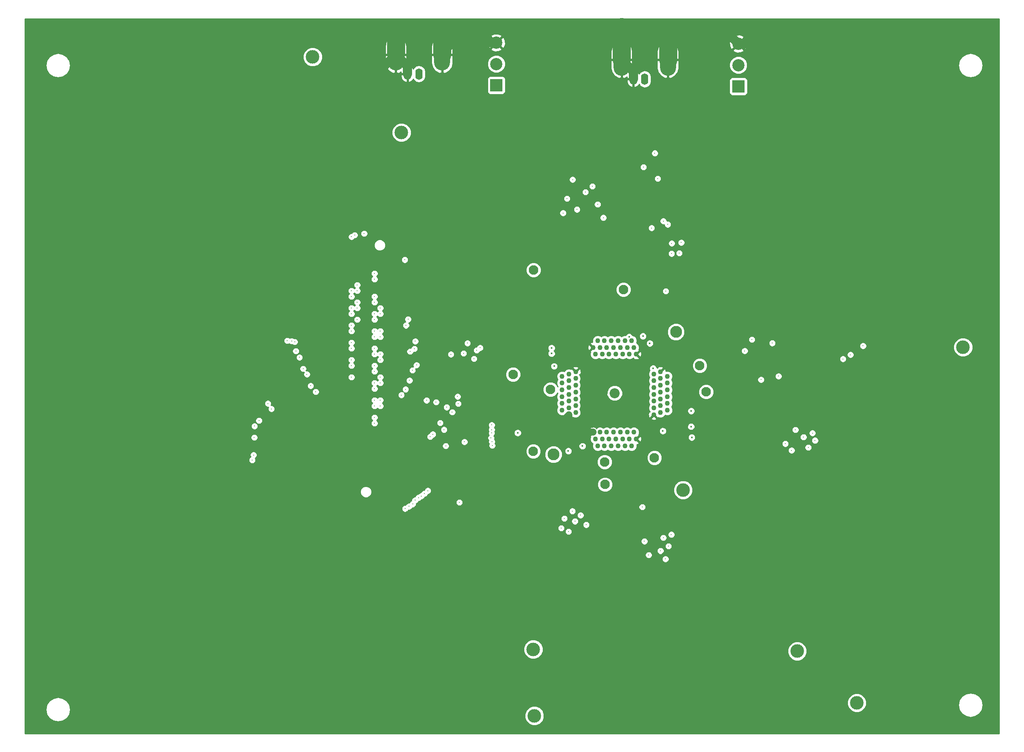
<source format=gbr>
G04 #@! TF.FileFunction,Copper,L2,Inr,Signal*
%FSLAX46Y46*%
G04 Gerber Fmt 4.6, Leading zero omitted, Abs format (unit mm)*
G04 Created by KiCad (PCBNEW 4.0.4-snap1-stable) date Wed Apr 29 16:08:13 2020*
%MOMM*%
%LPD*%
G01*
G04 APERTURE LIST*
%ADD10C,0.100000*%
%ADD11O,3.500120X7.000240*%
%ADD12O,1.600200X2.499360*%
%ADD13C,1.092200*%
%ADD14C,2.209800*%
%ADD15C,2.616200*%
%ADD16C,2.700000*%
%ADD17R,2.700000X2.700000*%
%ADD18C,2.100000*%
%ADD19C,0.500000*%
%ADD20C,3.000000*%
%ADD21C,0.400000*%
%ADD22C,0.300000*%
%ADD23C,2.000000*%
%ADD24C,1.500000*%
%ADD25C,4.000000*%
%ADD26C,0.254000*%
G04 APERTURE END LIST*
D10*
D11*
X137392220Y-21116600D03*
X147590320Y-21116600D03*
D12*
X142490000Y-25381260D03*
X139990640Y-25381260D03*
D11*
X187122220Y-22236600D03*
X197320320Y-22236600D03*
D12*
X192220000Y-26501260D03*
X189720640Y-26501260D03*
D13*
X177000000Y-91000000D03*
X175501400Y-91500002D03*
X174002800Y-92000001D03*
X177000000Y-92500000D03*
X175501400Y-93000001D03*
X174002800Y-93500000D03*
X177000000Y-94000002D03*
X175501400Y-94500001D03*
X174002800Y-95000000D03*
X177000000Y-95500001D03*
X175501400Y-96000000D03*
X174002800Y-96500002D03*
X177000000Y-97000001D03*
X175501400Y-97500000D03*
X174002800Y-98000001D03*
X177000000Y-98500000D03*
X175501400Y-99000002D03*
X174002800Y-99500001D03*
X177000000Y-100000000D03*
X175501400Y-100500001D03*
X180847899Y-104347901D03*
X181347901Y-105846501D03*
X181847900Y-107345101D03*
X182347899Y-104347901D03*
X182847900Y-105846501D03*
X183347899Y-107345101D03*
X183847901Y-104347901D03*
X184347900Y-105846501D03*
X184847899Y-107345101D03*
X185347901Y-104347901D03*
X185847900Y-105846501D03*
X186347901Y-107345101D03*
X186847900Y-104347901D03*
X187347899Y-105846501D03*
X187847901Y-107345101D03*
X188347900Y-104347901D03*
X188847901Y-105846501D03*
X189347900Y-107345101D03*
X189847899Y-104347901D03*
X190347901Y-105846501D03*
X194195800Y-100500001D03*
X195694400Y-100000000D03*
X197193000Y-99500001D03*
X194195800Y-99000002D03*
X195694400Y-98500000D03*
X197193000Y-98000001D03*
X194195800Y-97500000D03*
X195694400Y-97000001D03*
X197193000Y-96500002D03*
X194195800Y-96000000D03*
X195694400Y-95500001D03*
X197193000Y-95000000D03*
X194195800Y-94500001D03*
X195694400Y-94000002D03*
X197193000Y-93500000D03*
X194195800Y-93000001D03*
X195694400Y-92500000D03*
X197193000Y-92000001D03*
X194195800Y-91500002D03*
X195694400Y-91000000D03*
X190347901Y-87152101D03*
X189847899Y-85653501D03*
X189347900Y-84154901D03*
X188847901Y-87152101D03*
X188347900Y-85653501D03*
X187847901Y-84154901D03*
X187347899Y-87152101D03*
X186847900Y-85653501D03*
X186347901Y-84154901D03*
X185847899Y-87152101D03*
X185347900Y-85653501D03*
X184847899Y-84154901D03*
X184347900Y-87152101D03*
X183847901Y-85653501D03*
X183347899Y-84154901D03*
X182847900Y-87152101D03*
X182347899Y-85653501D03*
X181847900Y-84154901D03*
X181347901Y-87152101D03*
X180847899Y-85653501D03*
D14*
X185597900Y-95750001D03*
D15*
X172097800Y-109250101D03*
X199098000Y-82249901D03*
D16*
X212850000Y-23420000D03*
D17*
X212850000Y-28120000D03*
D16*
X212850000Y-18720000D03*
X159530000Y-23170000D03*
D17*
X159530000Y-27870000D03*
D16*
X159530000Y-18470000D03*
D18*
X183480000Y-115870000D03*
X205750000Y-95454240D03*
X187550000Y-72910000D03*
X163210000Y-91600000D03*
X171480000Y-94910000D03*
X183400000Y-110900000D03*
X167190000Y-90830000D03*
X167724240Y-75700000D03*
X168830000Y-80180000D03*
X192275760Y-78100000D03*
X163310000Y-82684240D03*
D19*
X133975000Y-106175000D03*
D20*
X162950000Y-100284240D03*
X187870000Y-115330000D03*
X212480000Y-99970000D03*
X204500000Y-74340000D03*
X138640000Y-38280000D03*
X119080000Y-21620000D03*
X167680000Y-152200000D03*
X167920000Y-166860000D03*
D18*
X167680000Y-108550000D03*
X167720000Y-68580000D03*
D20*
X200670000Y-117080000D03*
X238940000Y-164010000D03*
X225810000Y-152610000D03*
X262330000Y-85610000D03*
D18*
X204340000Y-89660000D03*
X194350000Y-109960000D03*
D21*
X171680000Y-85780000D03*
X172260000Y-89790000D03*
D22*
X155940000Y-85730000D03*
X132705000Y-69345000D03*
X130420000Y-60540000D03*
X132705000Y-70615000D03*
X148390000Y-107370000D03*
X158630000Y-107290000D03*
X192145000Y-128385000D03*
X128895000Y-71885000D03*
X197440000Y-129460000D03*
X128895000Y-73155000D03*
X193740000Y-59320000D03*
X127625000Y-73155000D03*
D21*
X164230000Y-104490000D03*
D22*
X127630000Y-61260000D03*
X132705000Y-74425000D03*
X145530000Y-104800000D03*
X158500000Y-104500000D03*
X197280000Y-58540000D03*
X127625000Y-74425000D03*
X128320000Y-60880000D03*
X132705000Y-75695000D03*
X146260000Y-97720000D03*
X151140000Y-98060000D03*
X195690000Y-130500000D03*
X128895000Y-75695000D03*
X155180000Y-86300000D03*
X133975000Y-76965000D03*
X193080000Y-131400000D03*
X128895000Y-76965000D03*
X196310000Y-57800000D03*
X127625000Y-76965000D03*
X154610000Y-88150000D03*
X133975000Y-78235000D03*
X139360000Y-66330000D03*
X132705000Y-78235000D03*
X158560000Y-106420000D03*
X152510000Y-106470000D03*
X183100000Y-57050000D03*
X127625000Y-78235000D03*
X140090000Y-79450000D03*
X132705000Y-79505000D03*
X148020000Y-103780000D03*
X158530000Y-103800000D03*
X128895000Y-79505000D03*
X196790000Y-132300000D03*
X229730000Y-106160000D03*
X113470000Y-84170000D03*
X174220000Y-56020000D03*
X127625000Y-80775000D03*
X153150000Y-84710000D03*
X133975000Y-82045000D03*
X147170000Y-102290000D03*
X158520000Y-102750000D03*
X132705000Y-82045000D03*
X139640000Y-80800000D03*
X177300000Y-55240000D03*
X127625000Y-82045000D03*
D21*
X171690000Y-87000000D03*
D22*
X152320000Y-86950000D03*
X133975000Y-83315000D03*
X141680000Y-84290000D03*
X132705000Y-83315000D03*
X144940000Y-105350000D03*
X158370000Y-105600000D03*
X229160000Y-104540000D03*
X114440000Y-84270000D03*
X115110000Y-84440000D03*
X228240000Y-107720000D03*
X181840000Y-54100000D03*
X127625000Y-84585000D03*
X176290000Y-121730000D03*
X132705000Y-85855000D03*
X141490000Y-85950000D03*
X143710000Y-117880000D03*
X175110000Y-52840000D03*
X127625000Y-85855000D03*
X133975000Y-87125000D03*
X149520000Y-87180000D03*
X178080000Y-122640000D03*
X132705000Y-87125000D03*
X140530000Y-86540000D03*
X143010000Y-118420000D03*
D21*
X202570000Y-105480000D03*
X202430000Y-103100000D03*
X202450000Y-99650000D03*
D22*
X115380000Y-86440000D03*
X227190000Y-105400000D03*
X215820000Y-83920000D03*
X200270000Y-62530000D03*
X198160000Y-62710000D03*
X133975000Y-88395000D03*
X116170000Y-87840000D03*
X225410000Y-103810000D03*
X127625000Y-88395000D03*
X179140000Y-51390000D03*
X174500000Y-123350000D03*
X132705000Y-89665000D03*
X142390000Y-118770000D03*
X141960000Y-89540000D03*
X180670000Y-50150000D03*
X127625000Y-89665000D03*
D21*
X178510000Y-107400000D03*
D22*
X141060000Y-90670000D03*
X141630000Y-119340000D03*
X132705000Y-90935000D03*
X176850000Y-123980000D03*
X224570000Y-108340000D03*
X116980000Y-90360000D03*
D21*
X194070000Y-90270000D03*
D22*
X133975000Y-92205000D03*
X214240000Y-86420000D03*
X199810000Y-64880000D03*
X198120000Y-64970000D03*
D21*
X196210000Y-104070000D03*
D22*
X117810000Y-91580000D03*
X223170000Y-106880000D03*
X176330000Y-48660000D03*
X127625000Y-92205000D03*
X151000000Y-96480000D03*
X133975000Y-93475000D03*
X179340000Y-124750000D03*
X132705000Y-93475000D03*
X140410000Y-92930000D03*
X141120000Y-120170000D03*
X173840000Y-125490000D03*
X132705000Y-94745000D03*
X140280000Y-120700000D03*
X139540000Y-94890000D03*
X118640000Y-94110000D03*
X221690000Y-91990000D03*
X220290000Y-84700000D03*
X119750000Y-95440000D03*
X133975000Y-97285000D03*
X217830000Y-92760000D03*
X144450000Y-117240000D03*
X144170000Y-97320000D03*
D21*
X175390000Y-108490000D03*
D22*
X175430000Y-126230000D03*
X132705000Y-97285000D03*
X138620000Y-96150000D03*
X139440000Y-121190000D03*
X148600000Y-98840000D03*
X133975000Y-98555000D03*
X191670000Y-120810000D03*
X132705000Y-98555000D03*
X151380000Y-119810000D03*
X149810000Y-99900000D03*
X237530000Y-87260000D03*
X109220000Y-98020000D03*
X109990000Y-99200000D03*
X235880000Y-88200000D03*
X132705000Y-101095000D03*
X198080000Y-126900000D03*
X132705000Y-102365000D03*
X196310000Y-127600000D03*
X240310000Y-85310000D03*
X107250000Y-101760000D03*
X195060000Y-48450000D03*
X106270000Y-103000000D03*
X191950000Y-45900000D03*
X106210000Y-105490000D03*
X106050000Y-109360000D03*
X196840000Y-73230000D03*
D21*
X188780000Y-83330000D03*
X191820000Y-83180000D03*
X193330000Y-84750000D03*
D22*
X194440000Y-42830000D03*
X105750000Y-110470000D03*
D23*
X212850000Y-18720000D02*
X229465000Y-18720000D01*
X249280000Y-51500000D02*
X249280000Y-72420000D01*
X249280000Y-38535000D02*
X249280000Y-51500000D01*
X229465000Y-18720000D02*
X249280000Y-38535000D01*
X197320320Y-16605000D02*
X210735000Y-16605000D01*
X210735000Y-16605000D02*
X212850000Y-18720000D01*
X159530000Y-18470000D02*
X150236920Y-18470000D01*
D24*
X150236920Y-18470000D02*
X147590320Y-21116600D01*
X175501400Y-100500001D02*
X175501400Y-102131400D01*
X177717901Y-104347901D02*
X180847899Y-104347901D01*
X175501400Y-102131400D02*
X177717901Y-104347901D01*
X162950000Y-100284240D02*
X166564240Y-100284240D01*
X171921401Y-104080000D02*
X175501400Y-100500001D01*
X170360000Y-104080000D02*
X171921401Y-104080000D01*
X166564240Y-100284240D02*
X170360000Y-104080000D01*
X167050000Y-96184240D02*
X162950000Y-100284240D01*
X167050000Y-90970000D02*
X167050000Y-96184240D01*
X167190000Y-90830000D02*
X167050000Y-90970000D01*
D23*
X167724240Y-75700000D02*
X167724240Y-78834240D01*
X163310000Y-78140000D02*
X165440000Y-76010000D01*
X167414240Y-76010000D02*
X165440000Y-76010000D01*
X167414240Y-76010000D02*
X167724240Y-75700000D01*
X168830000Y-79940000D02*
X168830000Y-80180000D01*
X167724240Y-78834240D02*
X168830000Y-79940000D01*
X204500000Y-74340000D02*
X202750000Y-76090000D01*
X194285760Y-76090000D02*
X202750000Y-76090000D01*
X194285760Y-76090000D02*
X192275760Y-78100000D01*
X129344410Y-29164410D02*
X129344410Y-44174410D01*
X129344410Y-44174410D02*
X163310000Y-78140000D01*
X163310000Y-82684240D02*
X163310000Y-78140000D01*
X133975000Y-106175000D02*
X135685000Y-106175000D01*
X135685000Y-106175000D02*
X135830000Y-106320000D01*
X141580000Y-112070000D02*
X135830000Y-106320000D01*
X155550000Y-112070000D02*
X141580000Y-112070000D01*
X155600000Y-112120000D02*
X155550000Y-112070000D01*
X155600000Y-99590000D02*
X162255760Y-99590000D01*
X162255760Y-99590000D02*
X162950000Y-100284240D01*
X155600000Y-99590000D02*
X155600000Y-112120000D01*
X185530000Y-156590000D02*
X185530000Y-125560000D01*
X187870000Y-123220000D02*
X187870000Y-115330000D01*
X185530000Y-125560000D02*
X187870000Y-123220000D01*
X213140000Y-100630000D02*
X249280000Y-100630000D01*
X212480000Y-99970000D02*
X213140000Y-100630000D01*
X249280000Y-72420000D02*
X206420000Y-72420000D01*
X206420000Y-72420000D02*
X204500000Y-74340000D01*
X129168820Y-29340000D02*
X129344410Y-29164410D01*
X129344410Y-29164410D02*
X137392220Y-21116600D01*
X103600000Y-29340000D02*
X129168820Y-29340000D01*
X77950000Y-54990000D02*
X103600000Y-29340000D01*
X77950000Y-132710000D02*
X77950000Y-54990000D01*
X85070000Y-139830000D02*
X77950000Y-132710000D01*
X103360000Y-139830000D02*
X85070000Y-139830000D01*
X120120000Y-156590000D02*
X103360000Y-139830000D01*
X228830000Y-156590000D02*
X185530000Y-156590000D01*
X185530000Y-156590000D02*
X120120000Y-156590000D01*
X249280000Y-136140000D02*
X228830000Y-156590000D01*
X249280000Y-72420000D02*
X249280000Y-100630000D01*
X249280000Y-100630000D02*
X249280000Y-136140000D01*
X189720640Y-26501260D02*
X189720640Y-24835020D01*
X189720640Y-24835020D02*
X187122220Y-22236600D01*
X139990640Y-25381260D02*
X139990640Y-23715020D01*
X139990640Y-23715020D02*
X137392220Y-21116600D01*
D25*
X187122220Y-22236600D02*
X187122220Y-14997780D01*
X197320320Y-16330320D02*
X197320320Y-16605000D01*
X197320320Y-16605000D02*
X197320320Y-22236600D01*
X196860000Y-15870000D02*
X197320320Y-16330320D01*
X187994440Y-15870000D02*
X196860000Y-15870000D01*
X187122220Y-14997780D02*
X187994440Y-15870000D01*
X137392220Y-21116600D02*
X137392220Y-16447780D01*
X137392220Y-16447780D02*
X137580000Y-16260000D01*
X137580000Y-16260000D02*
X147910000Y-16260000D01*
X147910000Y-16260000D02*
X147590320Y-16579680D01*
X147590320Y-16579680D02*
X147590320Y-21116600D01*
D26*
G36*
X270290000Y-170770000D02*
X55710000Y-170770000D01*
X55710000Y-165480000D01*
X60290000Y-165480000D01*
X60496286Y-166517072D01*
X61083741Y-167396259D01*
X61962928Y-167983714D01*
X63000000Y-168190000D01*
X64037072Y-167983714D01*
X64916259Y-167396259D01*
X64992059Y-167282815D01*
X165784630Y-167282815D01*
X166108980Y-168067800D01*
X166709041Y-168668909D01*
X167493459Y-168994628D01*
X168342815Y-168995370D01*
X169127800Y-168671020D01*
X169728909Y-168070959D01*
X170054628Y-167286541D01*
X170055370Y-166437185D01*
X169731020Y-165652200D01*
X169130959Y-165051091D01*
X168346541Y-164725372D01*
X167497185Y-164724630D01*
X166712200Y-165048980D01*
X166111091Y-165649041D01*
X165785372Y-166433459D01*
X165784630Y-167282815D01*
X64992059Y-167282815D01*
X65503714Y-166517072D01*
X65710000Y-165480000D01*
X65503714Y-164442928D01*
X65496957Y-164432815D01*
X236804630Y-164432815D01*
X237128980Y-165217800D01*
X237729041Y-165818909D01*
X238513459Y-166144628D01*
X239362815Y-166145370D01*
X240147800Y-165821020D01*
X240748909Y-165220959D01*
X241056582Y-164480000D01*
X261290000Y-164480000D01*
X261496286Y-165517072D01*
X262083741Y-166396259D01*
X262962928Y-166983714D01*
X264000000Y-167190000D01*
X265037072Y-166983714D01*
X265916259Y-166396259D01*
X266503714Y-165517072D01*
X266710000Y-164480000D01*
X266503714Y-163442928D01*
X265916259Y-162563741D01*
X265037072Y-161976286D01*
X264000000Y-161770000D01*
X262962928Y-161976286D01*
X262083741Y-162563741D01*
X261496286Y-163442928D01*
X261290000Y-164480000D01*
X241056582Y-164480000D01*
X241074628Y-164436541D01*
X241075370Y-163587185D01*
X240751020Y-162802200D01*
X240150959Y-162201091D01*
X239366541Y-161875372D01*
X238517185Y-161874630D01*
X237732200Y-162198980D01*
X237131091Y-162799041D01*
X236805372Y-163583459D01*
X236804630Y-164432815D01*
X65496957Y-164432815D01*
X64916259Y-163563741D01*
X64037072Y-162976286D01*
X63000000Y-162770000D01*
X61962928Y-162976286D01*
X61083741Y-163563741D01*
X60496286Y-164442928D01*
X60290000Y-165480000D01*
X55710000Y-165480000D01*
X55710000Y-152622815D01*
X165544630Y-152622815D01*
X165868980Y-153407800D01*
X166469041Y-154008909D01*
X167253459Y-154334628D01*
X168102815Y-154335370D01*
X168887800Y-154011020D01*
X169488909Y-153410959D01*
X169645928Y-153032815D01*
X223674630Y-153032815D01*
X223998980Y-153817800D01*
X224599041Y-154418909D01*
X225383459Y-154744628D01*
X226232815Y-154745370D01*
X227017800Y-154421020D01*
X227618909Y-153820959D01*
X227944628Y-153036541D01*
X227945370Y-152187185D01*
X227621020Y-151402200D01*
X227020959Y-150801091D01*
X226236541Y-150475372D01*
X225387185Y-150474630D01*
X224602200Y-150798980D01*
X224001091Y-151399041D01*
X223675372Y-152183459D01*
X223674630Y-153032815D01*
X169645928Y-153032815D01*
X169814628Y-152626541D01*
X169815370Y-151777185D01*
X169491020Y-150992200D01*
X168890959Y-150391091D01*
X168106541Y-150065372D01*
X167257185Y-150064630D01*
X166472200Y-150388980D01*
X165871091Y-150989041D01*
X165545372Y-151773459D01*
X165544630Y-152622815D01*
X55710000Y-152622815D01*
X55710000Y-132455461D01*
X196004864Y-132455461D01*
X196124121Y-132744086D01*
X196344753Y-132965103D01*
X196633169Y-133084863D01*
X196945461Y-133085136D01*
X197234086Y-132965879D01*
X197455103Y-132745247D01*
X197574863Y-132456831D01*
X197575136Y-132144539D01*
X197455879Y-131855914D01*
X197235247Y-131634897D01*
X196946831Y-131515137D01*
X196634539Y-131514864D01*
X196345914Y-131634121D01*
X196124897Y-131854753D01*
X196005137Y-132143169D01*
X196004864Y-132455461D01*
X55710000Y-132455461D01*
X55710000Y-131555461D01*
X192294864Y-131555461D01*
X192414121Y-131844086D01*
X192634753Y-132065103D01*
X192923169Y-132184863D01*
X193235461Y-132185136D01*
X193524086Y-132065879D01*
X193745103Y-131845247D01*
X193864863Y-131556831D01*
X193865136Y-131244539D01*
X193745879Y-130955914D01*
X193525247Y-130734897D01*
X193333943Y-130655461D01*
X194904864Y-130655461D01*
X195024121Y-130944086D01*
X195244753Y-131165103D01*
X195533169Y-131284863D01*
X195845461Y-131285136D01*
X196134086Y-131165879D01*
X196355103Y-130945247D01*
X196474863Y-130656831D01*
X196475136Y-130344539D01*
X196355879Y-130055914D01*
X196135247Y-129834897D01*
X195846831Y-129715137D01*
X195534539Y-129714864D01*
X195245914Y-129834121D01*
X195024897Y-130054753D01*
X194905137Y-130343169D01*
X194904864Y-130655461D01*
X193333943Y-130655461D01*
X193236831Y-130615137D01*
X192924539Y-130614864D01*
X192635914Y-130734121D01*
X192414897Y-130954753D01*
X192295137Y-131243169D01*
X192294864Y-131555461D01*
X55710000Y-131555461D01*
X55710000Y-129615461D01*
X196654864Y-129615461D01*
X196774121Y-129904086D01*
X196994753Y-130125103D01*
X197283169Y-130244863D01*
X197595461Y-130245136D01*
X197884086Y-130125879D01*
X198105103Y-129905247D01*
X198224863Y-129616831D01*
X198225136Y-129304539D01*
X198105879Y-129015914D01*
X197885247Y-128794897D01*
X197596831Y-128675137D01*
X197284539Y-128674864D01*
X196995914Y-128794121D01*
X196774897Y-129014753D01*
X196655137Y-129303169D01*
X196654864Y-129615461D01*
X55710000Y-129615461D01*
X55710000Y-128540461D01*
X191359864Y-128540461D01*
X191479121Y-128829086D01*
X191699753Y-129050103D01*
X191988169Y-129169863D01*
X192300461Y-129170136D01*
X192589086Y-129050879D01*
X192810103Y-128830247D01*
X192929863Y-128541831D01*
X192930136Y-128229539D01*
X192810879Y-127940914D01*
X192625750Y-127755461D01*
X195524864Y-127755461D01*
X195644121Y-128044086D01*
X195864753Y-128265103D01*
X196153169Y-128384863D01*
X196465461Y-128385136D01*
X196754086Y-128265879D01*
X196975103Y-128045247D01*
X197094863Y-127756831D01*
X197095136Y-127444539D01*
X196975879Y-127155914D01*
X196875601Y-127055461D01*
X197294864Y-127055461D01*
X197414121Y-127344086D01*
X197634753Y-127565103D01*
X197923169Y-127684863D01*
X198235461Y-127685136D01*
X198524086Y-127565879D01*
X198745103Y-127345247D01*
X198864863Y-127056831D01*
X198865136Y-126744539D01*
X198745879Y-126455914D01*
X198525247Y-126234897D01*
X198236831Y-126115137D01*
X197924539Y-126114864D01*
X197635914Y-126234121D01*
X197414897Y-126454753D01*
X197295137Y-126743169D01*
X197294864Y-127055461D01*
X196875601Y-127055461D01*
X196755247Y-126934897D01*
X196466831Y-126815137D01*
X196154539Y-126814864D01*
X195865914Y-126934121D01*
X195644897Y-127154753D01*
X195525137Y-127443169D01*
X195524864Y-127755461D01*
X192625750Y-127755461D01*
X192590247Y-127719897D01*
X192301831Y-127600137D01*
X191989539Y-127599864D01*
X191700914Y-127719121D01*
X191479897Y-127939753D01*
X191360137Y-128228169D01*
X191359864Y-128540461D01*
X55710000Y-128540461D01*
X55710000Y-126385461D01*
X174644864Y-126385461D01*
X174764121Y-126674086D01*
X174984753Y-126895103D01*
X175273169Y-127014863D01*
X175585461Y-127015136D01*
X175874086Y-126895879D01*
X176095103Y-126675247D01*
X176214863Y-126386831D01*
X176215136Y-126074539D01*
X176095879Y-125785914D01*
X175875247Y-125564897D01*
X175586831Y-125445137D01*
X175274539Y-125444864D01*
X174985914Y-125564121D01*
X174764897Y-125784753D01*
X174645137Y-126073169D01*
X174644864Y-126385461D01*
X55710000Y-126385461D01*
X55710000Y-125645461D01*
X173054864Y-125645461D01*
X173174121Y-125934086D01*
X173394753Y-126155103D01*
X173683169Y-126274863D01*
X173995461Y-126275136D01*
X174284086Y-126155879D01*
X174505103Y-125935247D01*
X174624863Y-125646831D01*
X174625136Y-125334539D01*
X174505879Y-125045914D01*
X174365671Y-124905461D01*
X178554864Y-124905461D01*
X178674121Y-125194086D01*
X178894753Y-125415103D01*
X179183169Y-125534863D01*
X179495461Y-125535136D01*
X179784086Y-125415879D01*
X180005103Y-125195247D01*
X180124863Y-124906831D01*
X180125136Y-124594539D01*
X180005879Y-124305914D01*
X179785247Y-124084897D01*
X179496831Y-123965137D01*
X179184539Y-123964864D01*
X178895914Y-124084121D01*
X178674897Y-124304753D01*
X178555137Y-124593169D01*
X178554864Y-124905461D01*
X174365671Y-124905461D01*
X174285247Y-124824897D01*
X173996831Y-124705137D01*
X173684539Y-124704864D01*
X173395914Y-124824121D01*
X173174897Y-125044753D01*
X173055137Y-125333169D01*
X173054864Y-125645461D01*
X55710000Y-125645461D01*
X55710000Y-124135461D01*
X176064864Y-124135461D01*
X176184121Y-124424086D01*
X176404753Y-124645103D01*
X176693169Y-124764863D01*
X177005461Y-124765136D01*
X177294086Y-124645879D01*
X177515103Y-124425247D01*
X177634863Y-124136831D01*
X177635136Y-123824539D01*
X177515879Y-123535914D01*
X177295247Y-123314897D01*
X177006831Y-123195137D01*
X176694539Y-123194864D01*
X176405914Y-123314121D01*
X176184897Y-123534753D01*
X176065137Y-123823169D01*
X176064864Y-124135461D01*
X55710000Y-124135461D01*
X55710000Y-123505461D01*
X173714864Y-123505461D01*
X173834121Y-123794086D01*
X174054753Y-124015103D01*
X174343169Y-124134863D01*
X174655461Y-124135136D01*
X174944086Y-124015879D01*
X175165103Y-123795247D01*
X175284863Y-123506831D01*
X175285136Y-123194539D01*
X175165879Y-122905914D01*
X175055619Y-122795461D01*
X177294864Y-122795461D01*
X177414121Y-123084086D01*
X177634753Y-123305103D01*
X177923169Y-123424863D01*
X178235461Y-123425136D01*
X178524086Y-123305879D01*
X178745103Y-123085247D01*
X178864863Y-122796831D01*
X178865136Y-122484539D01*
X178745879Y-122195914D01*
X178525247Y-121974897D01*
X178236831Y-121855137D01*
X177924539Y-121854864D01*
X177635914Y-121974121D01*
X177414897Y-122194753D01*
X177295137Y-122483169D01*
X177294864Y-122795461D01*
X175055619Y-122795461D01*
X174945247Y-122684897D01*
X174656831Y-122565137D01*
X174344539Y-122564864D01*
X174055914Y-122684121D01*
X173834897Y-122904753D01*
X173715137Y-123193169D01*
X173714864Y-123505461D01*
X55710000Y-123505461D01*
X55710000Y-121345461D01*
X138654864Y-121345461D01*
X138774121Y-121634086D01*
X138994753Y-121855103D01*
X139283169Y-121974863D01*
X139595461Y-121975136D01*
X139812491Y-121885461D01*
X175504864Y-121885461D01*
X175624121Y-122174086D01*
X175844753Y-122395103D01*
X176133169Y-122514863D01*
X176445461Y-122515136D01*
X176734086Y-122395879D01*
X176955103Y-122175247D01*
X177074863Y-121886831D01*
X177075136Y-121574539D01*
X176955879Y-121285914D01*
X176735247Y-121064897D01*
X176495777Y-120965461D01*
X190884864Y-120965461D01*
X191004121Y-121254086D01*
X191224753Y-121475103D01*
X191513169Y-121594863D01*
X191825461Y-121595136D01*
X192114086Y-121475879D01*
X192335103Y-121255247D01*
X192454863Y-120966831D01*
X192455136Y-120654539D01*
X192335879Y-120365914D01*
X192115247Y-120144897D01*
X191826831Y-120025137D01*
X191514539Y-120024864D01*
X191225914Y-120144121D01*
X191004897Y-120364753D01*
X190885137Y-120653169D01*
X190884864Y-120965461D01*
X176495777Y-120965461D01*
X176446831Y-120945137D01*
X176134539Y-120944864D01*
X175845914Y-121064121D01*
X175624897Y-121284753D01*
X175505137Y-121573169D01*
X175504864Y-121885461D01*
X139812491Y-121885461D01*
X139884086Y-121855879D01*
X140105103Y-121635247D01*
X140167531Y-121484902D01*
X140435461Y-121485136D01*
X140724086Y-121365879D01*
X140945103Y-121145247D01*
X141024135Y-120954916D01*
X141275461Y-120955136D01*
X141564086Y-120835879D01*
X141785103Y-120615247D01*
X141904863Y-120326831D01*
X141905083Y-120075710D01*
X142074086Y-120005879D01*
X142114574Y-119965461D01*
X150594864Y-119965461D01*
X150714121Y-120254086D01*
X150934753Y-120475103D01*
X151223169Y-120594863D01*
X151535461Y-120595136D01*
X151824086Y-120475879D01*
X152045103Y-120255247D01*
X152164863Y-119966831D01*
X152165136Y-119654539D01*
X152045879Y-119365914D01*
X151825247Y-119144897D01*
X151536831Y-119025137D01*
X151224539Y-119024864D01*
X150935914Y-119144121D01*
X150714897Y-119364753D01*
X150595137Y-119653169D01*
X150594864Y-119965461D01*
X142114574Y-119965461D01*
X142295103Y-119785247D01*
X142390709Y-119555001D01*
X142545461Y-119555136D01*
X142834086Y-119435879D01*
X143055103Y-119215247D01*
X143059340Y-119205043D01*
X143165461Y-119205136D01*
X143454086Y-119085879D01*
X143675103Y-118865247D01*
X143758235Y-118665042D01*
X143865461Y-118665136D01*
X144154086Y-118545879D01*
X144375103Y-118325247D01*
X144494863Y-118036831D01*
X144494873Y-118025039D01*
X144605461Y-118025136D01*
X144894086Y-117905879D01*
X145115103Y-117685247D01*
X145234863Y-117396831D01*
X145235136Y-117084539D01*
X145115879Y-116795914D01*
X144895247Y-116574897D01*
X144606831Y-116455137D01*
X144294539Y-116454864D01*
X144005914Y-116574121D01*
X143784897Y-116794753D01*
X143665137Y-117083169D01*
X143665127Y-117094961D01*
X143554539Y-117094864D01*
X143265914Y-117214121D01*
X143044897Y-117434753D01*
X142961765Y-117634958D01*
X142854539Y-117634864D01*
X142565914Y-117754121D01*
X142344897Y-117974753D01*
X142340660Y-117984957D01*
X142234539Y-117984864D01*
X141945914Y-118104121D01*
X141724897Y-118324753D01*
X141629291Y-118554999D01*
X141474539Y-118554864D01*
X141185914Y-118674121D01*
X140964897Y-118894753D01*
X140845137Y-119183169D01*
X140844917Y-119434290D01*
X140675914Y-119504121D01*
X140454897Y-119724753D01*
X140375865Y-119915084D01*
X140124539Y-119914864D01*
X139835914Y-120034121D01*
X139614897Y-120254753D01*
X139552469Y-120405098D01*
X139284539Y-120404864D01*
X138995914Y-120524121D01*
X138774897Y-120744753D01*
X138655137Y-121033169D01*
X138654864Y-121345461D01*
X55710000Y-121345461D01*
X55710000Y-117742510D01*
X129529780Y-117742510D01*
X129722718Y-118209458D01*
X130079663Y-118567026D01*
X130546273Y-118760779D01*
X131051510Y-118761220D01*
X131518458Y-118568282D01*
X131876026Y-118211337D01*
X132069779Y-117744727D01*
X132070220Y-117239490D01*
X131877282Y-116772542D01*
X131520337Y-116414974D01*
X131053727Y-116221221D01*
X130548490Y-116220780D01*
X130081542Y-116413718D01*
X129723974Y-116770663D01*
X129530221Y-117237273D01*
X129529780Y-117742510D01*
X55710000Y-117742510D01*
X55710000Y-116203697D01*
X181794708Y-116203697D01*
X182050694Y-116823229D01*
X182524278Y-117297640D01*
X183143362Y-117554707D01*
X183813697Y-117555292D01*
X183940700Y-117502815D01*
X198534630Y-117502815D01*
X198858980Y-118287800D01*
X199459041Y-118888909D01*
X200243459Y-119214628D01*
X201092815Y-119215370D01*
X201877800Y-118891020D01*
X202478909Y-118290959D01*
X202804628Y-117506541D01*
X202805370Y-116657185D01*
X202481020Y-115872200D01*
X201880959Y-115271091D01*
X201096541Y-114945372D01*
X200247185Y-114944630D01*
X199462200Y-115268980D01*
X198861091Y-115869041D01*
X198535372Y-116653459D01*
X198534630Y-117502815D01*
X183940700Y-117502815D01*
X184433229Y-117299306D01*
X184907640Y-116825722D01*
X185164707Y-116206638D01*
X185165292Y-115536303D01*
X184909306Y-114916771D01*
X184435722Y-114442360D01*
X183816638Y-114185293D01*
X183146303Y-114184708D01*
X182526771Y-114440694D01*
X182052360Y-114914278D01*
X181795293Y-115533362D01*
X181794708Y-116203697D01*
X55710000Y-116203697D01*
X55710000Y-110625461D01*
X104964864Y-110625461D01*
X105084121Y-110914086D01*
X105304753Y-111135103D01*
X105593169Y-111254863D01*
X105905461Y-111255136D01*
X105957347Y-111233697D01*
X181714708Y-111233697D01*
X181970694Y-111853229D01*
X182444278Y-112327640D01*
X183063362Y-112584707D01*
X183733697Y-112585292D01*
X184353229Y-112329306D01*
X184827640Y-111855722D01*
X185084707Y-111236638D01*
X185085292Y-110566303D01*
X184972654Y-110293697D01*
X192664708Y-110293697D01*
X192920694Y-110913229D01*
X193394278Y-111387640D01*
X194013362Y-111644707D01*
X194683697Y-111645292D01*
X195303229Y-111389306D01*
X195777640Y-110915722D01*
X196034707Y-110296638D01*
X196035292Y-109626303D01*
X195779306Y-109006771D01*
X195305722Y-108532360D01*
X195216860Y-108495461D01*
X223784864Y-108495461D01*
X223904121Y-108784086D01*
X224124753Y-109005103D01*
X224413169Y-109124863D01*
X224725461Y-109125136D01*
X225014086Y-109005879D01*
X225235103Y-108785247D01*
X225354863Y-108496831D01*
X225355136Y-108184539D01*
X225235879Y-107895914D01*
X225215462Y-107875461D01*
X227454864Y-107875461D01*
X227574121Y-108164086D01*
X227794753Y-108385103D01*
X228083169Y-108504863D01*
X228395461Y-108505136D01*
X228684086Y-108385879D01*
X228905103Y-108165247D01*
X229024863Y-107876831D01*
X229025136Y-107564539D01*
X228905879Y-107275914D01*
X228685247Y-107054897D01*
X228396831Y-106935137D01*
X228084539Y-106934864D01*
X227795914Y-107054121D01*
X227574897Y-107274753D01*
X227455137Y-107563169D01*
X227454864Y-107875461D01*
X225215462Y-107875461D01*
X225015247Y-107674897D01*
X224726831Y-107555137D01*
X224414539Y-107554864D01*
X224125914Y-107674121D01*
X223904897Y-107894753D01*
X223785137Y-108183169D01*
X223784864Y-108495461D01*
X195216860Y-108495461D01*
X194686638Y-108275293D01*
X194016303Y-108274708D01*
X193396771Y-108530694D01*
X192922360Y-109004278D01*
X192665293Y-109623362D01*
X192664708Y-110293697D01*
X184972654Y-110293697D01*
X184829306Y-109946771D01*
X184355722Y-109472360D01*
X183736638Y-109215293D01*
X183066303Y-109214708D01*
X182446771Y-109470694D01*
X181972360Y-109944278D01*
X181715293Y-110563362D01*
X181714708Y-111233697D01*
X105957347Y-111233697D01*
X106194086Y-111135879D01*
X106415103Y-110915247D01*
X106534863Y-110626831D01*
X106535136Y-110314539D01*
X106427272Y-110053486D01*
X106494086Y-110025879D01*
X106715103Y-109805247D01*
X106834863Y-109516831D01*
X106835136Y-109204539D01*
X106715879Y-108915914D01*
X106683719Y-108883697D01*
X165994708Y-108883697D01*
X166250694Y-109503229D01*
X166724278Y-109977640D01*
X167343362Y-110234707D01*
X168013697Y-110235292D01*
X168633229Y-109979306D01*
X168978224Y-109634912D01*
X170154363Y-109634912D01*
X170449559Y-110349341D01*
X170995685Y-110896421D01*
X171709598Y-111192863D01*
X172482611Y-111193538D01*
X173197040Y-110898342D01*
X173744120Y-110352216D01*
X174040562Y-109638303D01*
X174041237Y-108865290D01*
X173954497Y-108655363D01*
X174554855Y-108655363D01*
X174681708Y-108962372D01*
X174916393Y-109197466D01*
X175223179Y-109324855D01*
X175555363Y-109325145D01*
X175862372Y-109198292D01*
X176097466Y-108963607D01*
X176224855Y-108656821D01*
X176225145Y-108324637D01*
X176098292Y-108017628D01*
X175863607Y-107782534D01*
X175556821Y-107655145D01*
X175224637Y-107654855D01*
X174917628Y-107781708D01*
X174682534Y-108016393D01*
X174555145Y-108323179D01*
X174554855Y-108655363D01*
X173954497Y-108655363D01*
X173746041Y-108150861D01*
X173199915Y-107603781D01*
X173107395Y-107565363D01*
X177674855Y-107565363D01*
X177801708Y-107872372D01*
X178036393Y-108107466D01*
X178343179Y-108234855D01*
X178675363Y-108235145D01*
X178982372Y-108108292D01*
X179217466Y-107873607D01*
X179344855Y-107566821D01*
X179345145Y-107234637D01*
X179218292Y-106927628D01*
X178983607Y-106692534D01*
X178676821Y-106565145D01*
X178344637Y-106564855D01*
X178037628Y-106691708D01*
X177802534Y-106926393D01*
X177675145Y-107233179D01*
X177674855Y-107565363D01*
X173107395Y-107565363D01*
X172486002Y-107307339D01*
X171712989Y-107306664D01*
X170998560Y-107601860D01*
X170451480Y-108147986D01*
X170155038Y-108861899D01*
X170154363Y-109634912D01*
X168978224Y-109634912D01*
X169107640Y-109505722D01*
X169364707Y-108886638D01*
X169365292Y-108216303D01*
X169109306Y-107596771D01*
X168635722Y-107122360D01*
X168016638Y-106865293D01*
X167346303Y-106864708D01*
X166726771Y-107120694D01*
X166252360Y-107594278D01*
X165995293Y-108213362D01*
X165994708Y-108883697D01*
X106683719Y-108883697D01*
X106495247Y-108694897D01*
X106206831Y-108575137D01*
X105894539Y-108574864D01*
X105605914Y-108694121D01*
X105384897Y-108914753D01*
X105265137Y-109203169D01*
X105264864Y-109515461D01*
X105372728Y-109776514D01*
X105305914Y-109804121D01*
X105084897Y-110024753D01*
X104965137Y-110313169D01*
X104964864Y-110625461D01*
X55710000Y-110625461D01*
X55710000Y-107525461D01*
X147604864Y-107525461D01*
X147724121Y-107814086D01*
X147944753Y-108035103D01*
X148233169Y-108154863D01*
X148545461Y-108155136D01*
X148834086Y-108035879D01*
X149055103Y-107815247D01*
X149174863Y-107526831D01*
X149175136Y-107214539D01*
X149055879Y-106925914D01*
X148835247Y-106704897D01*
X148643943Y-106625461D01*
X151724864Y-106625461D01*
X151844121Y-106914086D01*
X152064753Y-107135103D01*
X152353169Y-107254863D01*
X152665461Y-107255136D01*
X152954086Y-107135879D01*
X153175103Y-106915247D01*
X153294863Y-106626831D01*
X153295136Y-106314539D01*
X153175879Y-106025914D01*
X152955247Y-105804897D01*
X152836192Y-105755461D01*
X157584864Y-105755461D01*
X157704121Y-106044086D01*
X157818522Y-106158686D01*
X157775137Y-106263169D01*
X157774864Y-106575461D01*
X157894121Y-106864086D01*
X157938436Y-106908478D01*
X157845137Y-107133169D01*
X157844864Y-107445461D01*
X157964121Y-107734086D01*
X158184753Y-107955103D01*
X158473169Y-108074863D01*
X158785461Y-108075136D01*
X159074086Y-107955879D01*
X159295103Y-107735247D01*
X159414863Y-107446831D01*
X159415136Y-107134539D01*
X159295879Y-106845914D01*
X159251564Y-106801522D01*
X159344863Y-106576831D01*
X159345136Y-106264539D01*
X159269055Y-106080406D01*
X180166597Y-106080406D01*
X180346029Y-106514666D01*
X180677988Y-106847205D01*
X180761389Y-106881836D01*
X180667006Y-107109135D01*
X180666596Y-107579006D01*
X180846028Y-108013266D01*
X181177987Y-108345805D01*
X181611934Y-108525995D01*
X182081805Y-108526405D01*
X182516065Y-108346973D01*
X182597751Y-108265430D01*
X182677986Y-108345805D01*
X183111933Y-108525995D01*
X183581804Y-108526405D01*
X184016064Y-108346973D01*
X184097750Y-108265429D01*
X184177986Y-108345805D01*
X184611933Y-108525995D01*
X185081804Y-108526405D01*
X185516064Y-108346973D01*
X185597751Y-108265428D01*
X185677988Y-108345805D01*
X186111935Y-108525995D01*
X186581806Y-108526405D01*
X187016066Y-108346973D01*
X187097752Y-108265429D01*
X187177988Y-108345805D01*
X187611935Y-108525995D01*
X188081806Y-108526405D01*
X188516066Y-108346973D01*
X188597752Y-108265430D01*
X188677987Y-108345805D01*
X189111934Y-108525995D01*
X189581805Y-108526405D01*
X190016065Y-108346973D01*
X190348604Y-108015014D01*
X190528794Y-107581067D01*
X190529204Y-107111196D01*
X190497912Y-107035461D01*
X222384864Y-107035461D01*
X222504121Y-107324086D01*
X222724753Y-107545103D01*
X223013169Y-107664863D01*
X223325461Y-107665136D01*
X223614086Y-107545879D01*
X223835103Y-107325247D01*
X223954863Y-107036831D01*
X223955136Y-106724539D01*
X223835879Y-106435914D01*
X223715636Y-106315461D01*
X228944864Y-106315461D01*
X229064121Y-106604086D01*
X229284753Y-106825103D01*
X229573169Y-106944863D01*
X229885461Y-106945136D01*
X230174086Y-106825879D01*
X230395103Y-106605247D01*
X230514863Y-106316831D01*
X230515136Y-106004539D01*
X230395879Y-105715914D01*
X230175247Y-105494897D01*
X229886831Y-105375137D01*
X229574539Y-105374864D01*
X229285914Y-105494121D01*
X229064897Y-105714753D01*
X228945137Y-106003169D01*
X228944864Y-106315461D01*
X223715636Y-106315461D01*
X223615247Y-106214897D01*
X223326831Y-106095137D01*
X223014539Y-106094864D01*
X222725914Y-106214121D01*
X222504897Y-106434753D01*
X222385137Y-106723169D01*
X222384864Y-107035461D01*
X190497912Y-107035461D01*
X190491788Y-107020642D01*
X190660671Y-107009414D01*
X190949043Y-106889966D01*
X190991896Y-106670102D01*
X190347901Y-106026106D01*
X190333759Y-106040249D01*
X190154154Y-105860644D01*
X190168296Y-105846501D01*
X190527506Y-105846501D01*
X191171502Y-106490496D01*
X191391366Y-106447643D01*
X191541984Y-106002567D01*
X191518236Y-105645363D01*
X201734855Y-105645363D01*
X201861708Y-105952372D01*
X202096393Y-106187466D01*
X202403179Y-106314855D01*
X202735363Y-106315145D01*
X203042372Y-106188292D01*
X203277466Y-105953607D01*
X203404855Y-105646821D01*
X203404934Y-105555461D01*
X226404864Y-105555461D01*
X226524121Y-105844086D01*
X226744753Y-106065103D01*
X227033169Y-106184863D01*
X227345461Y-106185136D01*
X227634086Y-106065879D01*
X227855103Y-105845247D01*
X227974863Y-105556831D01*
X227975136Y-105244539D01*
X227855879Y-104955914D01*
X227635247Y-104734897D01*
X227540274Y-104695461D01*
X228374864Y-104695461D01*
X228494121Y-104984086D01*
X228714753Y-105205103D01*
X229003169Y-105324863D01*
X229315461Y-105325136D01*
X229604086Y-105205879D01*
X229825103Y-104985247D01*
X229944863Y-104696831D01*
X229945136Y-104384539D01*
X229825879Y-104095914D01*
X229605247Y-103874897D01*
X229316831Y-103755137D01*
X229004539Y-103754864D01*
X228715914Y-103874121D01*
X228494897Y-104094753D01*
X228375137Y-104383169D01*
X228374864Y-104695461D01*
X227540274Y-104695461D01*
X227346831Y-104615137D01*
X227034539Y-104614864D01*
X226745914Y-104734121D01*
X226524897Y-104954753D01*
X226405137Y-105243169D01*
X226404864Y-105555461D01*
X203404934Y-105555461D01*
X203405145Y-105314637D01*
X203278292Y-105007628D01*
X203043607Y-104772534D01*
X202736821Y-104645145D01*
X202404637Y-104644855D01*
X202097628Y-104771708D01*
X201862534Y-105006393D01*
X201735145Y-105313179D01*
X201734855Y-105645363D01*
X191518236Y-105645363D01*
X191510814Y-105533731D01*
X191391366Y-105245359D01*
X191171502Y-105202506D01*
X190527506Y-105846501D01*
X190168296Y-105846501D01*
X190154153Y-105832359D01*
X190333759Y-105652753D01*
X190347901Y-105666896D01*
X190991896Y-105022900D01*
X190949043Y-104803036D01*
X190939173Y-104799696D01*
X191028793Y-104583867D01*
X191029097Y-104235363D01*
X195374855Y-104235363D01*
X195501708Y-104542372D01*
X195736393Y-104777466D01*
X196043179Y-104904855D01*
X196375363Y-104905145D01*
X196682372Y-104778292D01*
X196917466Y-104543607D01*
X197044855Y-104236821D01*
X197045091Y-103965461D01*
X224624864Y-103965461D01*
X224744121Y-104254086D01*
X224964753Y-104475103D01*
X225253169Y-104594863D01*
X225565461Y-104595136D01*
X225854086Y-104475879D01*
X226075103Y-104255247D01*
X226194863Y-103966831D01*
X226195136Y-103654539D01*
X226075879Y-103365914D01*
X225855247Y-103144897D01*
X225566831Y-103025137D01*
X225254539Y-103024864D01*
X224965914Y-103144121D01*
X224744897Y-103364753D01*
X224625137Y-103653169D01*
X224624864Y-103965461D01*
X197045091Y-103965461D01*
X197045145Y-103904637D01*
X196918292Y-103597628D01*
X196683607Y-103362534D01*
X196449594Y-103265363D01*
X201594855Y-103265363D01*
X201721708Y-103572372D01*
X201956393Y-103807466D01*
X202263179Y-103934855D01*
X202595363Y-103935145D01*
X202902372Y-103808292D01*
X203137466Y-103573607D01*
X203264855Y-103266821D01*
X203265145Y-102934637D01*
X203138292Y-102627628D01*
X202903607Y-102392534D01*
X202596821Y-102265145D01*
X202264637Y-102264855D01*
X201957628Y-102391708D01*
X201722534Y-102626393D01*
X201595145Y-102933179D01*
X201594855Y-103265363D01*
X196449594Y-103265363D01*
X196376821Y-103235145D01*
X196044637Y-103234855D01*
X195737628Y-103361708D01*
X195502534Y-103596393D01*
X195375145Y-103903179D01*
X195374855Y-104235363D01*
X191029097Y-104235363D01*
X191029203Y-104113996D01*
X190849771Y-103679736D01*
X190517812Y-103347197D01*
X190083865Y-103167007D01*
X189613994Y-103166597D01*
X189179734Y-103346029D01*
X189098048Y-103427572D01*
X189017813Y-103347197D01*
X188583866Y-103167007D01*
X188113995Y-103166597D01*
X187679735Y-103346029D01*
X187598049Y-103427573D01*
X187517813Y-103347197D01*
X187083866Y-103167007D01*
X186613995Y-103166597D01*
X186179735Y-103346029D01*
X186098049Y-103427572D01*
X186017814Y-103347197D01*
X185583867Y-103167007D01*
X185113996Y-103166597D01*
X184679736Y-103346029D01*
X184598050Y-103427573D01*
X184517814Y-103347197D01*
X184083867Y-103167007D01*
X183613996Y-103166597D01*
X183179736Y-103346029D01*
X183098049Y-103427574D01*
X183017812Y-103347197D01*
X182583865Y-103167007D01*
X182113994Y-103166597D01*
X181679734Y-103346029D01*
X181612588Y-103413058D01*
X181607861Y-103408331D01*
X181491894Y-103524298D01*
X181449041Y-103304436D01*
X181003965Y-103153818D01*
X180535129Y-103184988D01*
X180246757Y-103304436D01*
X180203904Y-103524300D01*
X180847899Y-104168296D01*
X180862041Y-104154153D01*
X181041647Y-104333759D01*
X181027504Y-104347901D01*
X181041647Y-104362043D01*
X180862041Y-104541649D01*
X180847899Y-104527506D01*
X180203904Y-105171502D01*
X180246757Y-105391366D01*
X180256627Y-105394706D01*
X180167007Y-105610535D01*
X180166597Y-106080406D01*
X159269055Y-106080406D01*
X159225879Y-105975914D01*
X159111478Y-105861314D01*
X159154863Y-105756831D01*
X159155136Y-105444539D01*
X159035879Y-105155914D01*
X158995045Y-105115009D01*
X159165103Y-104945247D01*
X159284863Y-104656831D01*
X159284864Y-104655363D01*
X163394855Y-104655363D01*
X163521708Y-104962372D01*
X163756393Y-105197466D01*
X164063179Y-105324855D01*
X164395363Y-105325145D01*
X164702372Y-105198292D01*
X164937466Y-104963607D01*
X165064855Y-104656821D01*
X165065145Y-104324637D01*
X165010273Y-104191835D01*
X179653816Y-104191835D01*
X179684986Y-104660671D01*
X179804434Y-104949043D01*
X180024298Y-104991896D01*
X180668294Y-104347901D01*
X180024298Y-103703906D01*
X179804434Y-103746759D01*
X179653816Y-104191835D01*
X165010273Y-104191835D01*
X164938292Y-104017628D01*
X164703607Y-103782534D01*
X164396821Y-103655145D01*
X164064637Y-103654855D01*
X163757628Y-103781708D01*
X163522534Y-104016393D01*
X163395145Y-104323179D01*
X163394855Y-104655363D01*
X159284864Y-104655363D01*
X159285136Y-104344539D01*
X159219667Y-104186091D01*
X159314863Y-103956831D01*
X159315136Y-103644539D01*
X159195879Y-103355914D01*
X159110167Y-103270052D01*
X159185103Y-103195247D01*
X159304863Y-102906831D01*
X159305136Y-102594539D01*
X159185879Y-102305914D01*
X158965247Y-102084897D01*
X158676831Y-101965137D01*
X158364539Y-101964864D01*
X158075914Y-102084121D01*
X157854897Y-102304753D01*
X157735137Y-102593169D01*
X157734864Y-102905461D01*
X157854121Y-103194086D01*
X157939833Y-103279948D01*
X157864897Y-103354753D01*
X157745137Y-103643169D01*
X157744864Y-103955461D01*
X157810333Y-104113909D01*
X157715137Y-104343169D01*
X157714864Y-104655461D01*
X157834121Y-104944086D01*
X157874955Y-104984991D01*
X157704897Y-105154753D01*
X157585137Y-105443169D01*
X157584864Y-105755461D01*
X152836192Y-105755461D01*
X152666831Y-105685137D01*
X152354539Y-105684864D01*
X152065914Y-105804121D01*
X151844897Y-106024753D01*
X151725137Y-106313169D01*
X151724864Y-106625461D01*
X148643943Y-106625461D01*
X148546831Y-106585137D01*
X148234539Y-106584864D01*
X147945914Y-106704121D01*
X147724897Y-106924753D01*
X147605137Y-107213169D01*
X147604864Y-107525461D01*
X55710000Y-107525461D01*
X55710000Y-105645461D01*
X105424864Y-105645461D01*
X105544121Y-105934086D01*
X105764753Y-106155103D01*
X106053169Y-106274863D01*
X106365461Y-106275136D01*
X106654086Y-106155879D01*
X106875103Y-105935247D01*
X106994863Y-105646831D01*
X106994986Y-105505461D01*
X144154864Y-105505461D01*
X144274121Y-105794086D01*
X144494753Y-106015103D01*
X144783169Y-106134863D01*
X145095461Y-106135136D01*
X145384086Y-106015879D01*
X145605103Y-105795247D01*
X145693774Y-105581701D01*
X145974086Y-105465879D01*
X146195103Y-105245247D01*
X146314863Y-104956831D01*
X146315136Y-104644539D01*
X146195879Y-104355914D01*
X145975247Y-104134897D01*
X145686831Y-104015137D01*
X145374539Y-104014864D01*
X145085914Y-104134121D01*
X144864897Y-104354753D01*
X144776226Y-104568299D01*
X144495914Y-104684121D01*
X144274897Y-104904753D01*
X144155137Y-105193169D01*
X144154864Y-105505461D01*
X106994986Y-105505461D01*
X106995136Y-105334539D01*
X106875879Y-105045914D01*
X106655247Y-104824897D01*
X106366831Y-104705137D01*
X106054539Y-104704864D01*
X105765914Y-104824121D01*
X105544897Y-105044753D01*
X105425137Y-105333169D01*
X105424864Y-105645461D01*
X55710000Y-105645461D01*
X55710000Y-103935461D01*
X147234864Y-103935461D01*
X147354121Y-104224086D01*
X147574753Y-104445103D01*
X147863169Y-104564863D01*
X148175461Y-104565136D01*
X148464086Y-104445879D01*
X148685103Y-104225247D01*
X148804863Y-103936831D01*
X148805136Y-103624539D01*
X148685879Y-103335914D01*
X148465247Y-103114897D01*
X148176831Y-102995137D01*
X147864539Y-102994864D01*
X147575914Y-103114121D01*
X147354897Y-103334753D01*
X147235137Y-103623169D01*
X147234864Y-103935461D01*
X55710000Y-103935461D01*
X55710000Y-103155461D01*
X105484864Y-103155461D01*
X105604121Y-103444086D01*
X105824753Y-103665103D01*
X106113169Y-103784863D01*
X106425461Y-103785136D01*
X106714086Y-103665879D01*
X106935103Y-103445247D01*
X107054863Y-103156831D01*
X107055136Y-102844539D01*
X106935879Y-102555914D01*
X106805680Y-102425488D01*
X107093169Y-102544863D01*
X107405461Y-102545136D01*
X107694086Y-102425879D01*
X107915103Y-102205247D01*
X108034863Y-101916831D01*
X108035136Y-101604539D01*
X107915879Y-101315914D01*
X107850541Y-101250461D01*
X131919864Y-101250461D01*
X132039121Y-101539086D01*
X132229842Y-101730139D01*
X132039897Y-101919753D01*
X131920137Y-102208169D01*
X131919864Y-102520461D01*
X132039121Y-102809086D01*
X132259753Y-103030103D01*
X132548169Y-103149863D01*
X132860461Y-103150136D01*
X133149086Y-103030879D01*
X133370103Y-102810247D01*
X133489863Y-102521831D01*
X133489929Y-102445461D01*
X146384864Y-102445461D01*
X146504121Y-102734086D01*
X146724753Y-102955103D01*
X147013169Y-103074863D01*
X147325461Y-103075136D01*
X147614086Y-102955879D01*
X147835103Y-102735247D01*
X147954863Y-102446831D01*
X147955136Y-102134539D01*
X147835879Y-101845914D01*
X147615247Y-101624897D01*
X147326831Y-101505137D01*
X147014539Y-101504864D01*
X146725914Y-101624121D01*
X146504897Y-101844753D01*
X146385137Y-102133169D01*
X146384864Y-102445461D01*
X133489929Y-102445461D01*
X133490136Y-102209539D01*
X133370879Y-101920914D01*
X133180158Y-101729861D01*
X133370103Y-101540247D01*
X133460061Y-101323602D01*
X174857405Y-101323602D01*
X174900258Y-101543466D01*
X175345334Y-101694084D01*
X175814170Y-101662914D01*
X176102542Y-101543466D01*
X176145395Y-101323602D01*
X193551805Y-101323602D01*
X193594658Y-101543466D01*
X194039734Y-101694084D01*
X194508570Y-101662914D01*
X194796942Y-101543466D01*
X194839795Y-101323602D01*
X194195800Y-100679606D01*
X193551805Y-101323602D01*
X176145395Y-101323602D01*
X175501400Y-100679606D01*
X174857405Y-101323602D01*
X133460061Y-101323602D01*
X133489863Y-101251831D01*
X133490136Y-100939539D01*
X133370879Y-100650914D01*
X133150247Y-100429897D01*
X132861831Y-100310137D01*
X132549539Y-100309864D01*
X132260914Y-100429121D01*
X132039897Y-100649753D01*
X131920137Y-100938169D01*
X131919864Y-101250461D01*
X107850541Y-101250461D01*
X107695247Y-101094897D01*
X107406831Y-100975137D01*
X107094539Y-100974864D01*
X106805914Y-101094121D01*
X106584897Y-101314753D01*
X106465137Y-101603169D01*
X106464864Y-101915461D01*
X106584121Y-102204086D01*
X106714320Y-102334512D01*
X106426831Y-102215137D01*
X106114539Y-102214864D01*
X105825914Y-102334121D01*
X105604897Y-102554753D01*
X105485137Y-102843169D01*
X105484864Y-103155461D01*
X55710000Y-103155461D01*
X55710000Y-100055461D01*
X149024864Y-100055461D01*
X149144121Y-100344086D01*
X149364753Y-100565103D01*
X149653169Y-100684863D01*
X149965461Y-100685136D01*
X150254086Y-100565879D01*
X150475103Y-100345247D01*
X150594863Y-100056831D01*
X150595136Y-99744539D01*
X150475879Y-99455914D01*
X150255247Y-99234897D01*
X149966831Y-99115137D01*
X149654539Y-99114864D01*
X149365914Y-99234121D01*
X149144897Y-99454753D01*
X149025137Y-99743169D01*
X149024864Y-100055461D01*
X55710000Y-100055461D01*
X55710000Y-98175461D01*
X108434864Y-98175461D01*
X108554121Y-98464086D01*
X108774753Y-98685103D01*
X109063169Y-98804863D01*
X109304002Y-98805074D01*
X109205137Y-99043169D01*
X109204864Y-99355461D01*
X109324121Y-99644086D01*
X109544753Y-99865103D01*
X109833169Y-99984863D01*
X110145461Y-99985136D01*
X110434086Y-99865879D01*
X110655103Y-99645247D01*
X110774863Y-99356831D01*
X110775136Y-99044539D01*
X110655879Y-98755914D01*
X110435247Y-98534897D01*
X110146831Y-98415137D01*
X109905998Y-98414926D01*
X110004863Y-98176831D01*
X110005136Y-97864539D01*
X109885879Y-97575914D01*
X109750662Y-97440461D01*
X131919864Y-97440461D01*
X132039121Y-97729086D01*
X132229842Y-97920139D01*
X132039897Y-98109753D01*
X131920137Y-98398169D01*
X131919864Y-98710461D01*
X132039121Y-98999086D01*
X132259753Y-99220103D01*
X132548169Y-99339863D01*
X132860461Y-99340136D01*
X133149086Y-99220879D01*
X133340139Y-99030158D01*
X133529753Y-99220103D01*
X133818169Y-99339863D01*
X134130461Y-99340136D01*
X134419086Y-99220879D01*
X134640103Y-99000247D01*
X134642090Y-98995461D01*
X147814864Y-98995461D01*
X147934121Y-99284086D01*
X148154753Y-99505103D01*
X148443169Y-99624863D01*
X148755461Y-99625136D01*
X149044086Y-99505879D01*
X149265103Y-99285247D01*
X149384863Y-98996831D01*
X149385136Y-98684539D01*
X149265879Y-98395914D01*
X149085741Y-98215461D01*
X150354864Y-98215461D01*
X150474121Y-98504086D01*
X150694753Y-98725103D01*
X150983169Y-98844863D01*
X151295461Y-98845136D01*
X151584086Y-98725879D01*
X151805103Y-98505247D01*
X151924863Y-98216831D01*
X151925136Y-97904539D01*
X151805879Y-97615914D01*
X151585247Y-97394897D01*
X151296831Y-97275137D01*
X150984539Y-97274864D01*
X150695914Y-97394121D01*
X150474897Y-97614753D01*
X150355137Y-97903169D01*
X150354864Y-98215461D01*
X149085741Y-98215461D01*
X149045247Y-98174897D01*
X148756831Y-98055137D01*
X148444539Y-98054864D01*
X148155914Y-98174121D01*
X147934897Y-98394753D01*
X147815137Y-98683169D01*
X147814864Y-98995461D01*
X134642090Y-98995461D01*
X134759863Y-98711831D01*
X134760136Y-98399539D01*
X134640879Y-98110914D01*
X134450158Y-97919861D01*
X134640103Y-97730247D01*
X134745898Y-97475461D01*
X143384864Y-97475461D01*
X143504121Y-97764086D01*
X143724753Y-97985103D01*
X144013169Y-98104863D01*
X144325461Y-98105136D01*
X144614086Y-97985879D01*
X144724696Y-97875461D01*
X145474864Y-97875461D01*
X145594121Y-98164086D01*
X145814753Y-98385103D01*
X146103169Y-98504863D01*
X146415461Y-98505136D01*
X146704086Y-98385879D01*
X146925103Y-98165247D01*
X147044863Y-97876831D01*
X147045136Y-97564539D01*
X146925879Y-97275914D01*
X146705247Y-97054897D01*
X146416831Y-96935137D01*
X146104539Y-96934864D01*
X145815914Y-97054121D01*
X145594897Y-97274753D01*
X145475137Y-97563169D01*
X145474864Y-97875461D01*
X144724696Y-97875461D01*
X144835103Y-97765247D01*
X144954863Y-97476831D01*
X144955136Y-97164539D01*
X144835879Y-96875914D01*
X144615247Y-96654897D01*
X144568440Y-96635461D01*
X150214864Y-96635461D01*
X150334121Y-96924086D01*
X150554753Y-97145103D01*
X150843169Y-97264863D01*
X151155461Y-97265136D01*
X151444086Y-97145879D01*
X151665103Y-96925247D01*
X151784863Y-96636831D01*
X151785136Y-96324539D01*
X151665879Y-96035914D01*
X151445247Y-95814897D01*
X151156831Y-95695137D01*
X150844539Y-95694864D01*
X150555914Y-95814121D01*
X150334897Y-96034753D01*
X150215137Y-96323169D01*
X150214864Y-96635461D01*
X144568440Y-96635461D01*
X144326831Y-96535137D01*
X144014539Y-96534864D01*
X143725914Y-96654121D01*
X143504897Y-96874753D01*
X143385137Y-97163169D01*
X143384864Y-97475461D01*
X134745898Y-97475461D01*
X134759863Y-97441831D01*
X134760136Y-97129539D01*
X134640879Y-96840914D01*
X134420247Y-96619897D01*
X134131831Y-96500137D01*
X133819539Y-96499864D01*
X133530914Y-96619121D01*
X133339861Y-96809842D01*
X133150247Y-96619897D01*
X132861831Y-96500137D01*
X132549539Y-96499864D01*
X132260914Y-96619121D01*
X132039897Y-96839753D01*
X131920137Y-97128169D01*
X131919864Y-97440461D01*
X109750662Y-97440461D01*
X109665247Y-97354897D01*
X109376831Y-97235137D01*
X109064539Y-97234864D01*
X108775914Y-97354121D01*
X108554897Y-97574753D01*
X108435137Y-97863169D01*
X108434864Y-98175461D01*
X55710000Y-98175461D01*
X55710000Y-96305461D01*
X137834864Y-96305461D01*
X137954121Y-96594086D01*
X138174753Y-96815103D01*
X138463169Y-96934863D01*
X138775461Y-96935136D01*
X139064086Y-96815879D01*
X139285103Y-96595247D01*
X139404863Y-96306831D01*
X139405136Y-95994539D01*
X139285879Y-95705914D01*
X139164059Y-95583881D01*
X139383169Y-95674863D01*
X139695461Y-95675136D01*
X139984086Y-95555879D01*
X140205103Y-95335247D01*
X140243117Y-95243697D01*
X169794708Y-95243697D01*
X170050694Y-95863229D01*
X170524278Y-96337640D01*
X171143362Y-96594707D01*
X171813697Y-96595292D01*
X172433229Y-96339306D01*
X172907640Y-95865722D01*
X172995314Y-95654579D01*
X173000928Y-95668165D01*
X173082473Y-95749852D01*
X173002096Y-95830089D01*
X172821906Y-96264036D01*
X172821496Y-96733907D01*
X173000928Y-97168167D01*
X173082471Y-97249853D01*
X173002096Y-97330088D01*
X172821906Y-97764035D01*
X172821496Y-98233906D01*
X173000928Y-98668166D01*
X173082472Y-98749852D01*
X173002096Y-98830088D01*
X172821906Y-99264035D01*
X172821496Y-99733906D01*
X173000928Y-100168166D01*
X173332887Y-100500705D01*
X173766834Y-100680895D01*
X174236705Y-100681305D01*
X174327259Y-100643889D01*
X174338487Y-100812771D01*
X174457935Y-101101143D01*
X174677799Y-101143996D01*
X175321795Y-100500001D01*
X175307653Y-100485859D01*
X175487258Y-100306254D01*
X175501400Y-100320396D01*
X175515542Y-100306253D01*
X175695148Y-100485859D01*
X175681005Y-100500001D01*
X176325001Y-101143996D01*
X176544865Y-101101143D01*
X176548205Y-101091274D01*
X176764034Y-101180894D01*
X177233905Y-101181304D01*
X177668165Y-101001872D01*
X178000704Y-100669913D01*
X178136061Y-100343935D01*
X193001717Y-100343935D01*
X193032887Y-100812771D01*
X193152335Y-101101143D01*
X193372199Y-101143996D01*
X194016195Y-100500001D01*
X194002052Y-100485859D01*
X194181658Y-100306254D01*
X194195800Y-100320396D01*
X194209942Y-100306253D01*
X194389548Y-100485859D01*
X194375405Y-100500001D01*
X195019401Y-101143996D01*
X195239265Y-101101143D01*
X195242605Y-101091274D01*
X195458434Y-101180894D01*
X195928305Y-101181304D01*
X196362565Y-101001872D01*
X196695104Y-100669913D01*
X196729735Y-100586512D01*
X196957034Y-100680895D01*
X197426905Y-100681305D01*
X197861165Y-100501873D01*
X198193704Y-100169914D01*
X198340925Y-99815363D01*
X201614855Y-99815363D01*
X201741708Y-100122372D01*
X201976393Y-100357466D01*
X202283179Y-100484855D01*
X202615363Y-100485145D01*
X202922372Y-100358292D01*
X203157466Y-100123607D01*
X203284855Y-99816821D01*
X203285145Y-99484637D01*
X203158292Y-99177628D01*
X202923607Y-98942534D01*
X202616821Y-98815145D01*
X202284637Y-98814855D01*
X201977628Y-98941708D01*
X201742534Y-99176393D01*
X201615145Y-99483179D01*
X201614855Y-99815363D01*
X198340925Y-99815363D01*
X198373894Y-99735967D01*
X198374304Y-99266096D01*
X198194872Y-98831836D01*
X198113328Y-98750150D01*
X198193704Y-98669914D01*
X198373894Y-98235967D01*
X198374304Y-97766096D01*
X198194872Y-97331836D01*
X198113329Y-97250150D01*
X198193704Y-97169915D01*
X198373894Y-96735968D01*
X198374304Y-96266097D01*
X198194872Y-95831837D01*
X198151049Y-95787937D01*
X204064708Y-95787937D01*
X204320694Y-96407469D01*
X204794278Y-96881880D01*
X205413362Y-97138947D01*
X206083697Y-97139532D01*
X206703229Y-96883546D01*
X207177640Y-96409962D01*
X207434707Y-95790878D01*
X207435292Y-95120543D01*
X207179306Y-94501011D01*
X206705722Y-94026600D01*
X206086638Y-93769533D01*
X205416303Y-93768948D01*
X204796771Y-94024934D01*
X204322360Y-94498518D01*
X204065293Y-95117602D01*
X204064708Y-95787937D01*
X198151049Y-95787937D01*
X198113327Y-95750150D01*
X198193704Y-95669913D01*
X198373894Y-95235966D01*
X198374304Y-94766095D01*
X198194872Y-94331835D01*
X198113328Y-94250149D01*
X198193704Y-94169913D01*
X198373894Y-93735966D01*
X198374304Y-93266095D01*
X198229426Y-92915461D01*
X217044864Y-92915461D01*
X217164121Y-93204086D01*
X217384753Y-93425103D01*
X217673169Y-93544863D01*
X217985461Y-93545136D01*
X218274086Y-93425879D01*
X218495103Y-93205247D01*
X218614863Y-92916831D01*
X218615136Y-92604539D01*
X218495879Y-92315914D01*
X218325723Y-92145461D01*
X220904864Y-92145461D01*
X221024121Y-92434086D01*
X221244753Y-92655103D01*
X221533169Y-92774863D01*
X221845461Y-92775136D01*
X222134086Y-92655879D01*
X222355103Y-92435247D01*
X222474863Y-92146831D01*
X222475136Y-91834539D01*
X222355879Y-91545914D01*
X222135247Y-91324897D01*
X221846831Y-91205137D01*
X221534539Y-91204864D01*
X221245914Y-91324121D01*
X221024897Y-91544753D01*
X220905137Y-91833169D01*
X220904864Y-92145461D01*
X218325723Y-92145461D01*
X218275247Y-92094897D01*
X217986831Y-91975137D01*
X217674539Y-91974864D01*
X217385914Y-92094121D01*
X217164897Y-92314753D01*
X217045137Y-92603169D01*
X217044864Y-92915461D01*
X198229426Y-92915461D01*
X198194872Y-92831835D01*
X198113329Y-92750149D01*
X198193704Y-92669914D01*
X198373894Y-92235967D01*
X198374304Y-91766096D01*
X198194872Y-91331836D01*
X197862913Y-90999297D01*
X197428966Y-90819107D01*
X196959095Y-90818697D01*
X196868541Y-90856113D01*
X196857313Y-90687230D01*
X196737865Y-90398858D01*
X196518001Y-90356005D01*
X195874005Y-91000000D01*
X195888148Y-91014142D01*
X195708543Y-91193748D01*
X195694400Y-91179605D01*
X195680258Y-91193748D01*
X195500652Y-91014142D01*
X195514795Y-91000000D01*
X195500652Y-90985858D01*
X195680258Y-90806252D01*
X195694400Y-90820395D01*
X196338395Y-90176399D01*
X196302786Y-89993697D01*
X202654708Y-89993697D01*
X202910694Y-90613229D01*
X203384278Y-91087640D01*
X204003362Y-91344707D01*
X204673697Y-91345292D01*
X205293229Y-91089306D01*
X205767640Y-90615722D01*
X206024707Y-89996638D01*
X206025292Y-89326303D01*
X205769306Y-88706771D01*
X205418609Y-88355461D01*
X235094864Y-88355461D01*
X235214121Y-88644086D01*
X235434753Y-88865103D01*
X235723169Y-88984863D01*
X236035461Y-88985136D01*
X236324086Y-88865879D01*
X236545103Y-88645247D01*
X236664863Y-88356831D01*
X236665136Y-88044539D01*
X236545879Y-87755914D01*
X236325247Y-87534897D01*
X236037612Y-87415461D01*
X236744864Y-87415461D01*
X236864121Y-87704086D01*
X237084753Y-87925103D01*
X237373169Y-88044863D01*
X237685461Y-88045136D01*
X237974086Y-87925879D01*
X238195103Y-87705247D01*
X238314863Y-87416831D01*
X238315136Y-87104539D01*
X238195879Y-86815914D01*
X237975247Y-86594897D01*
X237686831Y-86475137D01*
X237374539Y-86474864D01*
X237085914Y-86594121D01*
X236864897Y-86814753D01*
X236745137Y-87103169D01*
X236744864Y-87415461D01*
X236037612Y-87415461D01*
X236036831Y-87415137D01*
X235724539Y-87414864D01*
X235435914Y-87534121D01*
X235214897Y-87754753D01*
X235095137Y-88043169D01*
X235094864Y-88355461D01*
X205418609Y-88355461D01*
X205295722Y-88232360D01*
X204676638Y-87975293D01*
X204006303Y-87974708D01*
X203386771Y-88230694D01*
X202912360Y-88704278D01*
X202655293Y-89323362D01*
X202654708Y-89993697D01*
X196302786Y-89993697D01*
X196295542Y-89956535D01*
X195850466Y-89805917D01*
X195381630Y-89837087D01*
X195093258Y-89956535D01*
X195050405Y-90176397D01*
X194934438Y-90060430D01*
X194900784Y-90094084D01*
X194778292Y-89797628D01*
X194543607Y-89562534D01*
X194236821Y-89435145D01*
X193904637Y-89434855D01*
X193597628Y-89561708D01*
X193362534Y-89796393D01*
X193235145Y-90103179D01*
X193234855Y-90435363D01*
X193338714Y-90686722D01*
X193195096Y-90830089D01*
X193014906Y-91264036D01*
X193014496Y-91733907D01*
X193193928Y-92168167D01*
X193275471Y-92249853D01*
X193195096Y-92330088D01*
X193014906Y-92764035D01*
X193014496Y-93233906D01*
X193193928Y-93668166D01*
X193275472Y-93749852D01*
X193195096Y-93830088D01*
X193014906Y-94264035D01*
X193014496Y-94733906D01*
X193193928Y-95168166D01*
X193275471Y-95249852D01*
X193195096Y-95330087D01*
X193014906Y-95764034D01*
X193014496Y-96233905D01*
X193193928Y-96668165D01*
X193275472Y-96749851D01*
X193195096Y-96830087D01*
X193014906Y-97264034D01*
X193014496Y-97733905D01*
X193193928Y-98168165D01*
X193275473Y-98249852D01*
X193195096Y-98330089D01*
X193014906Y-98764036D01*
X193014496Y-99233907D01*
X193193928Y-99668167D01*
X193260956Y-99735313D01*
X193256230Y-99740039D01*
X193372197Y-99856006D01*
X193152335Y-99898859D01*
X193001717Y-100343935D01*
X178136061Y-100343935D01*
X178180894Y-100235966D01*
X178181304Y-99766095D01*
X178001872Y-99331835D01*
X177920328Y-99250149D01*
X178000704Y-99169913D01*
X178180894Y-98735966D01*
X178181304Y-98266095D01*
X178001872Y-97831835D01*
X177920329Y-97750149D01*
X178000704Y-97669914D01*
X178180894Y-97235967D01*
X178181304Y-96766096D01*
X178001872Y-96331836D01*
X177920328Y-96250150D01*
X178000704Y-96169914D01*
X178031989Y-96094570D01*
X183857698Y-96094570D01*
X184122024Y-96734288D01*
X184611039Y-97224157D01*
X185250294Y-97489599D01*
X185942469Y-97490203D01*
X186582187Y-97225877D01*
X187072056Y-96736862D01*
X187337498Y-96097607D01*
X187338102Y-95405432D01*
X187073776Y-94765714D01*
X186584761Y-94275845D01*
X185945506Y-94010403D01*
X185253331Y-94009799D01*
X184613613Y-94274125D01*
X184123744Y-94763140D01*
X183858302Y-95402395D01*
X183857698Y-96094570D01*
X178031989Y-96094570D01*
X178180894Y-95735967D01*
X178181304Y-95266096D01*
X178001872Y-94831836D01*
X177920329Y-94750150D01*
X178000704Y-94669915D01*
X178180894Y-94235968D01*
X178181304Y-93766097D01*
X178001872Y-93331837D01*
X177920327Y-93250150D01*
X178000704Y-93169913D01*
X178180894Y-92735966D01*
X178181304Y-92266095D01*
X178001872Y-91831835D01*
X177934843Y-91764689D01*
X177939570Y-91759962D01*
X177823603Y-91643995D01*
X178043465Y-91601142D01*
X178194083Y-91156066D01*
X178162913Y-90687230D01*
X178043465Y-90398858D01*
X177823601Y-90356005D01*
X177179605Y-91000000D01*
X177193748Y-91014142D01*
X177014143Y-91193748D01*
X177000000Y-91179605D01*
X176985858Y-91193748D01*
X176806252Y-91014142D01*
X176820395Y-91000000D01*
X176176399Y-90356005D01*
X175956535Y-90398858D01*
X175953195Y-90408728D01*
X175737366Y-90319108D01*
X175267495Y-90318698D01*
X174833235Y-90498130D01*
X174500696Y-90830089D01*
X174466065Y-90913490D01*
X174238766Y-90819107D01*
X173768895Y-90818697D01*
X173334635Y-90998129D01*
X173002096Y-91330088D01*
X172821906Y-91764035D01*
X172821496Y-92233906D01*
X173000928Y-92668166D01*
X173082471Y-92749852D01*
X173002096Y-92830087D01*
X172821906Y-93264034D01*
X172821496Y-93733905D01*
X173000928Y-94168165D01*
X173082472Y-94249851D01*
X173045609Y-94286650D01*
X172909306Y-93956771D01*
X172435722Y-93482360D01*
X171816638Y-93225293D01*
X171146303Y-93224708D01*
X170526771Y-93480694D01*
X170052360Y-93954278D01*
X169795293Y-94573362D01*
X169794708Y-95243697D01*
X140243117Y-95243697D01*
X140324863Y-95046831D01*
X140325136Y-94734539D01*
X140205879Y-94445914D01*
X139985247Y-94224897D01*
X139696831Y-94105137D01*
X139384539Y-94104864D01*
X139095914Y-94224121D01*
X138874897Y-94444753D01*
X138755137Y-94733169D01*
X138754864Y-95045461D01*
X138874121Y-95334086D01*
X138995941Y-95456119D01*
X138776831Y-95365137D01*
X138464539Y-95364864D01*
X138175914Y-95484121D01*
X137954897Y-95704753D01*
X137835137Y-95993169D01*
X137834864Y-96305461D01*
X55710000Y-96305461D01*
X55710000Y-95595461D01*
X118964864Y-95595461D01*
X119084121Y-95884086D01*
X119304753Y-96105103D01*
X119593169Y-96224863D01*
X119905461Y-96225136D01*
X120194086Y-96105879D01*
X120415103Y-95885247D01*
X120534863Y-95596831D01*
X120535136Y-95284539D01*
X120415879Y-94995914D01*
X120195247Y-94774897D01*
X119906831Y-94655137D01*
X119594539Y-94654864D01*
X119305914Y-94774121D01*
X119084897Y-94994753D01*
X118965137Y-95283169D01*
X118964864Y-95595461D01*
X55710000Y-95595461D01*
X55710000Y-94265461D01*
X117854864Y-94265461D01*
X117974121Y-94554086D01*
X118194753Y-94775103D01*
X118483169Y-94894863D01*
X118795461Y-94895136D01*
X119084086Y-94775879D01*
X119305103Y-94555247D01*
X119424863Y-94266831D01*
X119425136Y-93954539D01*
X119305879Y-93665914D01*
X119270488Y-93630461D01*
X131919864Y-93630461D01*
X132039121Y-93919086D01*
X132229842Y-94110139D01*
X132039897Y-94299753D01*
X131920137Y-94588169D01*
X131919864Y-94900461D01*
X132039121Y-95189086D01*
X132259753Y-95410103D01*
X132548169Y-95529863D01*
X132860461Y-95530136D01*
X133149086Y-95410879D01*
X133370103Y-95190247D01*
X133489863Y-94901831D01*
X133490136Y-94589539D01*
X133370879Y-94300914D01*
X133180158Y-94109861D01*
X133340139Y-93950158D01*
X133529753Y-94140103D01*
X133818169Y-94259863D01*
X134130461Y-94260136D01*
X134419086Y-94140879D01*
X134640103Y-93920247D01*
X134759863Y-93631831D01*
X134760136Y-93319539D01*
X134663418Y-93085461D01*
X139624864Y-93085461D01*
X139744121Y-93374086D01*
X139964753Y-93595103D01*
X140253169Y-93714863D01*
X140565461Y-93715136D01*
X140854086Y-93595879D01*
X141075103Y-93375247D01*
X141194863Y-93086831D01*
X141195136Y-92774539D01*
X141075879Y-92485914D01*
X140855247Y-92264897D01*
X140566831Y-92145137D01*
X140254539Y-92144864D01*
X139965914Y-92264121D01*
X139744897Y-92484753D01*
X139625137Y-92773169D01*
X139624864Y-93085461D01*
X134663418Y-93085461D01*
X134640879Y-93030914D01*
X134450158Y-92839861D01*
X134640103Y-92650247D01*
X134759863Y-92361831D01*
X134760136Y-92049539D01*
X134712272Y-91933697D01*
X161524708Y-91933697D01*
X161780694Y-92553229D01*
X162254278Y-93027640D01*
X162873362Y-93284707D01*
X163543697Y-93285292D01*
X164163229Y-93029306D01*
X164637640Y-92555722D01*
X164894707Y-91936638D01*
X164895292Y-91266303D01*
X164639306Y-90646771D01*
X164165722Y-90172360D01*
X163643137Y-89955363D01*
X171424855Y-89955363D01*
X171551708Y-90262372D01*
X171786393Y-90497466D01*
X172093179Y-90624855D01*
X172425363Y-90625145D01*
X172732372Y-90498292D01*
X172967466Y-90263607D01*
X173003678Y-90176399D01*
X176356005Y-90176399D01*
X177000000Y-90820395D01*
X177643995Y-90176399D01*
X177601142Y-89956535D01*
X177156066Y-89805917D01*
X176687230Y-89837087D01*
X176398858Y-89956535D01*
X176356005Y-90176399D01*
X173003678Y-90176399D01*
X173094855Y-89956821D01*
X173095145Y-89624637D01*
X172968292Y-89317628D01*
X172733607Y-89082534D01*
X172426821Y-88955145D01*
X172094637Y-88954855D01*
X171787628Y-89081708D01*
X171552534Y-89316393D01*
X171425145Y-89623179D01*
X171424855Y-89955363D01*
X163643137Y-89955363D01*
X163546638Y-89915293D01*
X162876303Y-89914708D01*
X162256771Y-90170694D01*
X161782360Y-90644278D01*
X161525293Y-91263362D01*
X161524708Y-91933697D01*
X134712272Y-91933697D01*
X134640879Y-91760914D01*
X134420247Y-91539897D01*
X134131831Y-91420137D01*
X133819539Y-91419864D01*
X133530914Y-91539121D01*
X133309897Y-91759753D01*
X133190137Y-92048169D01*
X133189864Y-92360461D01*
X133309121Y-92649086D01*
X133499842Y-92840139D01*
X133339861Y-92999842D01*
X133150247Y-92809897D01*
X132861831Y-92690137D01*
X132549539Y-92689864D01*
X132260914Y-92809121D01*
X132039897Y-93029753D01*
X131920137Y-93318169D01*
X131919864Y-93630461D01*
X119270488Y-93630461D01*
X119085247Y-93444897D01*
X118796831Y-93325137D01*
X118484539Y-93324864D01*
X118195914Y-93444121D01*
X117974897Y-93664753D01*
X117855137Y-93953169D01*
X117854864Y-94265461D01*
X55710000Y-94265461D01*
X55710000Y-90515461D01*
X116194864Y-90515461D01*
X116314121Y-90804086D01*
X116534753Y-91025103D01*
X116823169Y-91144863D01*
X117135461Y-91145136D01*
X117141647Y-91142580D01*
X117025137Y-91423169D01*
X117024864Y-91735461D01*
X117144121Y-92024086D01*
X117364753Y-92245103D01*
X117653169Y-92364863D01*
X117965461Y-92365136D01*
X117976775Y-92360461D01*
X126839864Y-92360461D01*
X126959121Y-92649086D01*
X127179753Y-92870103D01*
X127468169Y-92989863D01*
X127780461Y-92990136D01*
X128069086Y-92870879D01*
X128290103Y-92650247D01*
X128409863Y-92361831D01*
X128410136Y-92049539D01*
X128290879Y-91760914D01*
X128070247Y-91539897D01*
X127781831Y-91420137D01*
X127469539Y-91419864D01*
X127180914Y-91539121D01*
X126959897Y-91759753D01*
X126840137Y-92048169D01*
X126839864Y-92360461D01*
X117976775Y-92360461D01*
X118254086Y-92245879D01*
X118475103Y-92025247D01*
X118594863Y-91736831D01*
X118595136Y-91424539D01*
X118475879Y-91135914D01*
X118255247Y-90914897D01*
X117966831Y-90795137D01*
X117654539Y-90794864D01*
X117648353Y-90797420D01*
X117764863Y-90516831D01*
X117765136Y-90204539D01*
X117645879Y-89915914D01*
X117425247Y-89694897D01*
X117136831Y-89575137D01*
X116824539Y-89574864D01*
X116535914Y-89694121D01*
X116314897Y-89914753D01*
X116195137Y-90203169D01*
X116194864Y-90515461D01*
X55710000Y-90515461D01*
X55710000Y-87995461D01*
X115384864Y-87995461D01*
X115504121Y-88284086D01*
X115724753Y-88505103D01*
X116013169Y-88624863D01*
X116325461Y-88625136D01*
X116506188Y-88550461D01*
X126839864Y-88550461D01*
X126959121Y-88839086D01*
X127149842Y-89030139D01*
X126959897Y-89219753D01*
X126840137Y-89508169D01*
X126839864Y-89820461D01*
X126959121Y-90109086D01*
X127179753Y-90330103D01*
X127468169Y-90449863D01*
X127780461Y-90450136D01*
X128069086Y-90330879D01*
X128290103Y-90110247D01*
X128409863Y-89821831D01*
X128409864Y-89820461D01*
X131919864Y-89820461D01*
X132039121Y-90109086D01*
X132229842Y-90300139D01*
X132039897Y-90489753D01*
X131920137Y-90778169D01*
X131919864Y-91090461D01*
X132039121Y-91379086D01*
X132259753Y-91600103D01*
X132548169Y-91719863D01*
X132860461Y-91720136D01*
X133149086Y-91600879D01*
X133370103Y-91380247D01*
X133489863Y-91091831D01*
X133490095Y-90825461D01*
X140274864Y-90825461D01*
X140394121Y-91114086D01*
X140614753Y-91335103D01*
X140903169Y-91454863D01*
X141215461Y-91455136D01*
X141504086Y-91335879D01*
X141725103Y-91115247D01*
X141844863Y-90826831D01*
X141845136Y-90514539D01*
X141759224Y-90306616D01*
X141803169Y-90324863D01*
X142115461Y-90325136D01*
X142404086Y-90205879D01*
X142625103Y-89985247D01*
X142744863Y-89696831D01*
X142745136Y-89384539D01*
X142625879Y-89095914D01*
X142405247Y-88874897D01*
X142116831Y-88755137D01*
X141804539Y-88754864D01*
X141515914Y-88874121D01*
X141294897Y-89094753D01*
X141175137Y-89383169D01*
X141174864Y-89695461D01*
X141260776Y-89903384D01*
X141216831Y-89885137D01*
X140904539Y-89884864D01*
X140615914Y-90004121D01*
X140394897Y-90224753D01*
X140275137Y-90513169D01*
X140274864Y-90825461D01*
X133490095Y-90825461D01*
X133490136Y-90779539D01*
X133370879Y-90490914D01*
X133180158Y-90299861D01*
X133370103Y-90110247D01*
X133489863Y-89821831D01*
X133490136Y-89509539D01*
X133370879Y-89220914D01*
X133150247Y-88999897D01*
X132861831Y-88880137D01*
X132549539Y-88879864D01*
X132260914Y-88999121D01*
X132039897Y-89219753D01*
X131920137Y-89508169D01*
X131919864Y-89820461D01*
X128409864Y-89820461D01*
X128410136Y-89509539D01*
X128290879Y-89220914D01*
X128100158Y-89029861D01*
X128290103Y-88840247D01*
X128409863Y-88551831D01*
X128410136Y-88239539D01*
X128290879Y-87950914D01*
X128070247Y-87729897D01*
X127781831Y-87610137D01*
X127469539Y-87609864D01*
X127180914Y-87729121D01*
X126959897Y-87949753D01*
X126840137Y-88238169D01*
X126839864Y-88550461D01*
X116506188Y-88550461D01*
X116614086Y-88505879D01*
X116835103Y-88285247D01*
X116954863Y-87996831D01*
X116955136Y-87684539D01*
X116835879Y-87395914D01*
X116615247Y-87174897D01*
X116326831Y-87055137D01*
X116014539Y-87054864D01*
X115725914Y-87174121D01*
X115504897Y-87394753D01*
X115385137Y-87683169D01*
X115384864Y-87995461D01*
X55710000Y-87995461D01*
X55710000Y-86595461D01*
X114594864Y-86595461D01*
X114714121Y-86884086D01*
X114934753Y-87105103D01*
X115223169Y-87224863D01*
X115535461Y-87225136D01*
X115824086Y-87105879D01*
X116045103Y-86885247D01*
X116164863Y-86596831D01*
X116165136Y-86284539D01*
X116045879Y-85995914D01*
X115825247Y-85774897D01*
X115536831Y-85655137D01*
X115224539Y-85654864D01*
X114935914Y-85774121D01*
X114714897Y-85994753D01*
X114595137Y-86283169D01*
X114594864Y-86595461D01*
X55710000Y-86595461D01*
X55710000Y-84325461D01*
X112684864Y-84325461D01*
X112804121Y-84614086D01*
X113024753Y-84835103D01*
X113313169Y-84954863D01*
X113625461Y-84955136D01*
X113901070Y-84841257D01*
X113994753Y-84935103D01*
X114283169Y-85054863D01*
X114595461Y-85055136D01*
X114609204Y-85049457D01*
X114664753Y-85105103D01*
X114953169Y-85224863D01*
X115265461Y-85225136D01*
X115554086Y-85105879D01*
X115775103Y-84885247D01*
X115835223Y-84740461D01*
X126839864Y-84740461D01*
X126959121Y-85029086D01*
X127149842Y-85220139D01*
X126959897Y-85409753D01*
X126840137Y-85698169D01*
X126839864Y-86010461D01*
X126959121Y-86299086D01*
X127179753Y-86520103D01*
X127468169Y-86639863D01*
X127780461Y-86640136D01*
X128069086Y-86520879D01*
X128290103Y-86300247D01*
X128409863Y-86011831D01*
X128409864Y-86010461D01*
X131919864Y-86010461D01*
X132039121Y-86299086D01*
X132229842Y-86490139D01*
X132039897Y-86679753D01*
X131920137Y-86968169D01*
X131919864Y-87280461D01*
X132039121Y-87569086D01*
X132259753Y-87790103D01*
X132548169Y-87909863D01*
X132860461Y-87910136D01*
X133149086Y-87790879D01*
X133340139Y-87600158D01*
X133499842Y-87760139D01*
X133309897Y-87949753D01*
X133190137Y-88238169D01*
X133189864Y-88550461D01*
X133309121Y-88839086D01*
X133529753Y-89060103D01*
X133818169Y-89179863D01*
X134130461Y-89180136D01*
X134419086Y-89060879D01*
X134640103Y-88840247D01*
X134759863Y-88551831D01*
X134760078Y-88305461D01*
X153824864Y-88305461D01*
X153944121Y-88594086D01*
X154164753Y-88815103D01*
X154453169Y-88934863D01*
X154765461Y-88935136D01*
X155054086Y-88815879D01*
X155275103Y-88595247D01*
X155394863Y-88306831D01*
X155395136Y-87994539D01*
X155275879Y-87705914D01*
X155055247Y-87484897D01*
X154766831Y-87365137D01*
X154454539Y-87364864D01*
X154165914Y-87484121D01*
X153944897Y-87704753D01*
X153825137Y-87993169D01*
X153824864Y-88305461D01*
X134760078Y-88305461D01*
X134760136Y-88239539D01*
X134640879Y-87950914D01*
X134450158Y-87759861D01*
X134640103Y-87570247D01*
X134737594Y-87335461D01*
X148734864Y-87335461D01*
X148854121Y-87624086D01*
X149074753Y-87845103D01*
X149363169Y-87964863D01*
X149675461Y-87965136D01*
X149964086Y-87845879D01*
X150185103Y-87625247D01*
X150304863Y-87336831D01*
X150305065Y-87105461D01*
X151534864Y-87105461D01*
X151654121Y-87394086D01*
X151874753Y-87615103D01*
X152163169Y-87734863D01*
X152475461Y-87735136D01*
X152764086Y-87615879D01*
X152985103Y-87395247D01*
X153104863Y-87106831D01*
X153105136Y-86794539D01*
X152985879Y-86505914D01*
X152935514Y-86455461D01*
X154394864Y-86455461D01*
X154514121Y-86744086D01*
X154734753Y-86965103D01*
X155023169Y-87084863D01*
X155335461Y-87085136D01*
X155624086Y-86965879D01*
X155845103Y-86745247D01*
X155940709Y-86515001D01*
X156095461Y-86515136D01*
X156384086Y-86395879D01*
X156605103Y-86175247D01*
X156700558Y-85945363D01*
X170844855Y-85945363D01*
X170971708Y-86252372D01*
X171114122Y-86395034D01*
X170982534Y-86526393D01*
X170855145Y-86833179D01*
X170854855Y-87165363D01*
X170981708Y-87472372D01*
X171216393Y-87707466D01*
X171523179Y-87834855D01*
X171855363Y-87835145D01*
X172162372Y-87708292D01*
X172397466Y-87473607D01*
X172433841Y-87386006D01*
X180166597Y-87386006D01*
X180346029Y-87820266D01*
X180677988Y-88152805D01*
X181111935Y-88332995D01*
X181581806Y-88333405D01*
X182016066Y-88153973D01*
X182097752Y-88072430D01*
X182177987Y-88152805D01*
X182611934Y-88332995D01*
X183081805Y-88333405D01*
X183516065Y-88153973D01*
X183597751Y-88072429D01*
X183677987Y-88152805D01*
X184111934Y-88332995D01*
X184581805Y-88333405D01*
X185016065Y-88153973D01*
X185097751Y-88072430D01*
X185177986Y-88152805D01*
X185611933Y-88332995D01*
X186081804Y-88333405D01*
X186516064Y-88153973D01*
X186597750Y-88072429D01*
X186677986Y-88152805D01*
X187111933Y-88332995D01*
X187581804Y-88333405D01*
X188016064Y-88153973D01*
X188097751Y-88072428D01*
X188177988Y-88152805D01*
X188611935Y-88332995D01*
X189081806Y-88333405D01*
X189516066Y-88153973D01*
X189583212Y-88086944D01*
X189587939Y-88091671D01*
X189703906Y-87975704D01*
X189746759Y-88195566D01*
X190191835Y-88346184D01*
X190660671Y-88315014D01*
X190949043Y-88195566D01*
X190991896Y-87975702D01*
X190347901Y-87331706D01*
X190333759Y-87345849D01*
X190154154Y-87166244D01*
X190168296Y-87152101D01*
X190527506Y-87152101D01*
X191171502Y-87796096D01*
X191391366Y-87753243D01*
X191541984Y-87308167D01*
X191510814Y-86839331D01*
X191401516Y-86575461D01*
X213454864Y-86575461D01*
X213574121Y-86864086D01*
X213794753Y-87085103D01*
X214083169Y-87204863D01*
X214395461Y-87205136D01*
X214684086Y-87085879D01*
X214905103Y-86865247D01*
X215024863Y-86576831D01*
X215025136Y-86264539D01*
X214905879Y-85975914D01*
X214685247Y-85754897D01*
X214396831Y-85635137D01*
X214084539Y-85634864D01*
X213795914Y-85754121D01*
X213574897Y-85974753D01*
X213455137Y-86263169D01*
X213454864Y-86575461D01*
X191401516Y-86575461D01*
X191391366Y-86550959D01*
X191171502Y-86508106D01*
X190527506Y-87152101D01*
X190168296Y-87152101D01*
X190154153Y-87137959D01*
X190333759Y-86958353D01*
X190347901Y-86972496D01*
X190991896Y-86328500D01*
X190949043Y-86108636D01*
X190939173Y-86105296D01*
X191028793Y-85889467D01*
X191029203Y-85419596D01*
X190849771Y-84985336D01*
X190779921Y-84915363D01*
X192494855Y-84915363D01*
X192621708Y-85222372D01*
X192856393Y-85457466D01*
X193163179Y-85584855D01*
X193495363Y-85585145D01*
X193802372Y-85458292D01*
X194037466Y-85223607D01*
X194164855Y-84916821D01*
X194164908Y-84855461D01*
X219504864Y-84855461D01*
X219624121Y-85144086D01*
X219844753Y-85365103D01*
X220133169Y-85484863D01*
X220445461Y-85485136D01*
X220493078Y-85465461D01*
X239524864Y-85465461D01*
X239644121Y-85754086D01*
X239864753Y-85975103D01*
X240153169Y-86094863D01*
X240465461Y-86095136D01*
X240616289Y-86032815D01*
X260194630Y-86032815D01*
X260518980Y-86817800D01*
X261119041Y-87418909D01*
X261903459Y-87744628D01*
X262752815Y-87745370D01*
X263537800Y-87421020D01*
X264138909Y-86820959D01*
X264464628Y-86036541D01*
X264465370Y-85187185D01*
X264141020Y-84402200D01*
X263540959Y-83801091D01*
X262756541Y-83475372D01*
X261907185Y-83474630D01*
X261122200Y-83798980D01*
X260521091Y-84399041D01*
X260195372Y-85183459D01*
X260194630Y-86032815D01*
X240616289Y-86032815D01*
X240754086Y-85975879D01*
X240975103Y-85755247D01*
X241094863Y-85466831D01*
X241095136Y-85154539D01*
X240975879Y-84865914D01*
X240755247Y-84644897D01*
X240466831Y-84525137D01*
X240154539Y-84524864D01*
X239865914Y-84644121D01*
X239644897Y-84864753D01*
X239525137Y-85153169D01*
X239524864Y-85465461D01*
X220493078Y-85465461D01*
X220734086Y-85365879D01*
X220955103Y-85145247D01*
X221074863Y-84856831D01*
X221075136Y-84544539D01*
X220955879Y-84255914D01*
X220735247Y-84034897D01*
X220446831Y-83915137D01*
X220134539Y-83914864D01*
X219845914Y-84034121D01*
X219624897Y-84254753D01*
X219505137Y-84543169D01*
X219504864Y-84855461D01*
X194164908Y-84855461D01*
X194165145Y-84584637D01*
X194038292Y-84277628D01*
X193803607Y-84042534D01*
X193496821Y-83915145D01*
X193164637Y-83914855D01*
X192857628Y-84041708D01*
X192622534Y-84276393D01*
X192495145Y-84583179D01*
X192494855Y-84915363D01*
X190779921Y-84915363D01*
X190517812Y-84652797D01*
X190434411Y-84618166D01*
X190528794Y-84390867D01*
X190529204Y-83920996D01*
X190349772Y-83486736D01*
X190208646Y-83345363D01*
X190984855Y-83345363D01*
X191111708Y-83652372D01*
X191346393Y-83887466D01*
X191653179Y-84014855D01*
X191985363Y-84015145D01*
X192292372Y-83888292D01*
X192527466Y-83653607D01*
X192654855Y-83346821D01*
X192655145Y-83014637D01*
X192528292Y-82707628D01*
X192455503Y-82634712D01*
X197154563Y-82634712D01*
X197449759Y-83349141D01*
X197995885Y-83896221D01*
X198709798Y-84192663D01*
X199482811Y-84193338D01*
X199768095Y-84075461D01*
X215034864Y-84075461D01*
X215154121Y-84364086D01*
X215374753Y-84585103D01*
X215663169Y-84704863D01*
X215975461Y-84705136D01*
X216264086Y-84585879D01*
X216485103Y-84365247D01*
X216604863Y-84076831D01*
X216605136Y-83764539D01*
X216485879Y-83475914D01*
X216265247Y-83254897D01*
X215976831Y-83135137D01*
X215664539Y-83134864D01*
X215375914Y-83254121D01*
X215154897Y-83474753D01*
X215035137Y-83763169D01*
X215034864Y-84075461D01*
X199768095Y-84075461D01*
X200197240Y-83898142D01*
X200744320Y-83352016D01*
X201040762Y-82638103D01*
X201041437Y-81865090D01*
X200746241Y-81150661D01*
X200200115Y-80603581D01*
X199486202Y-80307139D01*
X198713189Y-80306464D01*
X197998760Y-80601660D01*
X197451680Y-81147786D01*
X197155238Y-81861699D01*
X197154563Y-82634712D01*
X192455503Y-82634712D01*
X192293607Y-82472534D01*
X191986821Y-82345145D01*
X191654637Y-82344855D01*
X191347628Y-82471708D01*
X191112534Y-82706393D01*
X190985145Y-83013179D01*
X190984855Y-83345363D01*
X190208646Y-83345363D01*
X190017813Y-83154197D01*
X189583866Y-82974007D01*
X189536361Y-82973966D01*
X189488292Y-82857628D01*
X189253607Y-82622534D01*
X188946821Y-82495145D01*
X188614637Y-82494855D01*
X188307628Y-82621708D01*
X188072534Y-82856393D01*
X188023718Y-82973955D01*
X187613996Y-82973597D01*
X187179736Y-83153029D01*
X187098050Y-83234573D01*
X187017814Y-83154197D01*
X186583867Y-82974007D01*
X186113996Y-82973597D01*
X185679736Y-83153029D01*
X185598049Y-83234574D01*
X185517812Y-83154197D01*
X185083865Y-82974007D01*
X184613994Y-82973597D01*
X184179734Y-83153029D01*
X184098048Y-83234573D01*
X184017812Y-83154197D01*
X183583865Y-82974007D01*
X183113994Y-82973597D01*
X182679734Y-83153029D01*
X182598048Y-83234572D01*
X182517813Y-83154197D01*
X182083866Y-82974007D01*
X181613995Y-82973597D01*
X181179735Y-83153029D01*
X180847196Y-83484988D01*
X180667006Y-83918935D01*
X180666596Y-84388806D01*
X180704012Y-84479360D01*
X180535129Y-84490588D01*
X180246757Y-84610036D01*
X180203904Y-84829900D01*
X180847899Y-85473896D01*
X180862041Y-85459753D01*
X181041647Y-85639359D01*
X181027504Y-85653501D01*
X181041647Y-85667643D01*
X180862041Y-85847249D01*
X180847899Y-85833106D01*
X180203904Y-86477102D01*
X180246757Y-86696966D01*
X180256627Y-86700306D01*
X180167007Y-86916135D01*
X180166597Y-87386006D01*
X172433841Y-87386006D01*
X172524855Y-87166821D01*
X172525145Y-86834637D01*
X172398292Y-86527628D01*
X172255878Y-86384966D01*
X172387466Y-86253607D01*
X172514855Y-85946821D01*
X172515145Y-85614637D01*
X172466719Y-85497435D01*
X179653816Y-85497435D01*
X179684986Y-85966271D01*
X179804434Y-86254643D01*
X180024298Y-86297496D01*
X180668294Y-85653501D01*
X180024298Y-85009506D01*
X179804434Y-85052359D01*
X179653816Y-85497435D01*
X172466719Y-85497435D01*
X172388292Y-85307628D01*
X172153607Y-85072534D01*
X171846821Y-84945145D01*
X171514637Y-84944855D01*
X171207628Y-85071708D01*
X170972534Y-85306393D01*
X170845145Y-85613179D01*
X170844855Y-85945363D01*
X156700558Y-85945363D01*
X156724863Y-85886831D01*
X156725136Y-85574539D01*
X156605879Y-85285914D01*
X156385247Y-85064897D01*
X156096831Y-84945137D01*
X155784539Y-84944864D01*
X155495914Y-85064121D01*
X155274897Y-85284753D01*
X155179291Y-85514999D01*
X155024539Y-85514864D01*
X154735914Y-85634121D01*
X154514897Y-85854753D01*
X154395137Y-86143169D01*
X154394864Y-86455461D01*
X152935514Y-86455461D01*
X152765247Y-86284897D01*
X152476831Y-86165137D01*
X152164539Y-86164864D01*
X151875914Y-86284121D01*
X151654897Y-86504753D01*
X151535137Y-86793169D01*
X151534864Y-87105461D01*
X150305065Y-87105461D01*
X150305136Y-87024539D01*
X150185879Y-86735914D01*
X149965247Y-86514897D01*
X149676831Y-86395137D01*
X149364539Y-86394864D01*
X149075914Y-86514121D01*
X148854897Y-86734753D01*
X148735137Y-87023169D01*
X148734864Y-87335461D01*
X134737594Y-87335461D01*
X134759863Y-87281831D01*
X134760136Y-86969539D01*
X134646890Y-86695461D01*
X139744864Y-86695461D01*
X139864121Y-86984086D01*
X140084753Y-87205103D01*
X140373169Y-87324863D01*
X140685461Y-87325136D01*
X140974086Y-87205879D01*
X141195103Y-86985247D01*
X141304085Y-86722787D01*
X141333169Y-86734863D01*
X141645461Y-86735136D01*
X141934086Y-86615879D01*
X142155103Y-86395247D01*
X142274863Y-86106831D01*
X142275136Y-85794539D01*
X142155879Y-85505914D01*
X141935247Y-85284897D01*
X141646831Y-85165137D01*
X141334539Y-85164864D01*
X141045914Y-85284121D01*
X140824897Y-85504753D01*
X140715915Y-85767213D01*
X140686831Y-85755137D01*
X140374539Y-85754864D01*
X140085914Y-85874121D01*
X139864897Y-86094753D01*
X139745137Y-86383169D01*
X139744864Y-86695461D01*
X134646890Y-86695461D01*
X134640879Y-86680914D01*
X134420247Y-86459897D01*
X134131831Y-86340137D01*
X133819539Y-86339864D01*
X133530914Y-86459121D01*
X133339861Y-86649842D01*
X133180158Y-86489861D01*
X133370103Y-86300247D01*
X133489863Y-86011831D01*
X133490136Y-85699539D01*
X133370879Y-85410914D01*
X133150247Y-85189897D01*
X132861831Y-85070137D01*
X132549539Y-85069864D01*
X132260914Y-85189121D01*
X132039897Y-85409753D01*
X131920137Y-85698169D01*
X131919864Y-86010461D01*
X128409864Y-86010461D01*
X128410136Y-85699539D01*
X128290879Y-85410914D01*
X128100158Y-85219861D01*
X128290103Y-85030247D01*
X128409863Y-84741831D01*
X128410122Y-84445461D01*
X140894864Y-84445461D01*
X141014121Y-84734086D01*
X141234753Y-84955103D01*
X141523169Y-85074863D01*
X141835461Y-85075136D01*
X142124086Y-84955879D01*
X142214661Y-84865461D01*
X152364864Y-84865461D01*
X152484121Y-85154086D01*
X152704753Y-85375103D01*
X152993169Y-85494863D01*
X153305461Y-85495136D01*
X153594086Y-85375879D01*
X153815103Y-85155247D01*
X153934863Y-84866831D01*
X153935136Y-84554539D01*
X153815879Y-84265914D01*
X153595247Y-84044897D01*
X153306831Y-83925137D01*
X152994539Y-83924864D01*
X152705914Y-84044121D01*
X152484897Y-84264753D01*
X152365137Y-84553169D01*
X152364864Y-84865461D01*
X142214661Y-84865461D01*
X142345103Y-84735247D01*
X142464863Y-84446831D01*
X142465136Y-84134539D01*
X142345879Y-83845914D01*
X142125247Y-83624897D01*
X141836831Y-83505137D01*
X141524539Y-83504864D01*
X141235914Y-83624121D01*
X141014897Y-83844753D01*
X140895137Y-84133169D01*
X140894864Y-84445461D01*
X128410122Y-84445461D01*
X128410136Y-84429539D01*
X128290879Y-84140914D01*
X128070247Y-83919897D01*
X127781831Y-83800137D01*
X127469539Y-83799864D01*
X127180914Y-83919121D01*
X126959897Y-84139753D01*
X126840137Y-84428169D01*
X126839864Y-84740461D01*
X115835223Y-84740461D01*
X115894863Y-84596831D01*
X115895136Y-84284539D01*
X115775879Y-83995914D01*
X115555247Y-83774897D01*
X115266831Y-83655137D01*
X114954539Y-83654864D01*
X114940796Y-83660543D01*
X114885247Y-83604897D01*
X114596831Y-83485137D01*
X114284539Y-83484864D01*
X114008930Y-83598743D01*
X113915247Y-83504897D01*
X113626831Y-83385137D01*
X113314539Y-83384864D01*
X113025914Y-83504121D01*
X112804897Y-83724753D01*
X112685137Y-84013169D01*
X112684864Y-84325461D01*
X55710000Y-84325461D01*
X55710000Y-80930461D01*
X126839864Y-80930461D01*
X126959121Y-81219086D01*
X127149842Y-81410139D01*
X126959897Y-81599753D01*
X126840137Y-81888169D01*
X126839864Y-82200461D01*
X126959121Y-82489086D01*
X127179753Y-82710103D01*
X127468169Y-82829863D01*
X127780461Y-82830136D01*
X128069086Y-82710879D01*
X128290103Y-82490247D01*
X128409863Y-82201831D01*
X128409864Y-82200461D01*
X131919864Y-82200461D01*
X132039121Y-82489086D01*
X132229842Y-82680139D01*
X132039897Y-82869753D01*
X131920137Y-83158169D01*
X131919864Y-83470461D01*
X132039121Y-83759086D01*
X132259753Y-83980103D01*
X132548169Y-84099863D01*
X132860461Y-84100136D01*
X133149086Y-83980879D01*
X133340139Y-83790158D01*
X133529753Y-83980103D01*
X133818169Y-84099863D01*
X134130461Y-84100136D01*
X134419086Y-83980879D01*
X134640103Y-83760247D01*
X134759863Y-83471831D01*
X134760136Y-83159539D01*
X134640879Y-82870914D01*
X134450158Y-82679861D01*
X134640103Y-82490247D01*
X134759863Y-82201831D01*
X134760136Y-81889539D01*
X134640879Y-81600914D01*
X134420247Y-81379897D01*
X134131831Y-81260137D01*
X133819539Y-81259864D01*
X133530914Y-81379121D01*
X133339861Y-81569842D01*
X133150247Y-81379897D01*
X132861831Y-81260137D01*
X132549539Y-81259864D01*
X132260914Y-81379121D01*
X132039897Y-81599753D01*
X131920137Y-81888169D01*
X131919864Y-82200461D01*
X128409864Y-82200461D01*
X128410136Y-81889539D01*
X128290879Y-81600914D01*
X128100158Y-81409861D01*
X128290103Y-81220247D01*
X128400051Y-80955461D01*
X138854864Y-80955461D01*
X138974121Y-81244086D01*
X139194753Y-81465103D01*
X139483169Y-81584863D01*
X139795461Y-81585136D01*
X140084086Y-81465879D01*
X140305103Y-81245247D01*
X140424863Y-80956831D01*
X140425136Y-80644539D01*
X140305879Y-80355914D01*
X140185259Y-80235083D01*
X140245461Y-80235136D01*
X140534086Y-80115879D01*
X140755103Y-79895247D01*
X140874863Y-79606831D01*
X140875136Y-79294539D01*
X140755879Y-79005914D01*
X140535247Y-78784897D01*
X140246831Y-78665137D01*
X139934539Y-78664864D01*
X139645914Y-78784121D01*
X139424897Y-79004753D01*
X139305137Y-79293169D01*
X139304864Y-79605461D01*
X139424121Y-79894086D01*
X139544741Y-80014917D01*
X139484539Y-80014864D01*
X139195914Y-80134121D01*
X138974897Y-80354753D01*
X138855137Y-80643169D01*
X138854864Y-80955461D01*
X128400051Y-80955461D01*
X128409863Y-80931831D01*
X128410136Y-80619539D01*
X128290879Y-80330914D01*
X128070247Y-80109897D01*
X127781831Y-79990137D01*
X127469539Y-79989864D01*
X127180914Y-80109121D01*
X126959897Y-80329753D01*
X126840137Y-80618169D01*
X126839864Y-80930461D01*
X55710000Y-80930461D01*
X55710000Y-79660461D01*
X128109864Y-79660461D01*
X128229121Y-79949086D01*
X128449753Y-80170103D01*
X128738169Y-80289863D01*
X129050461Y-80290136D01*
X129339086Y-80170879D01*
X129560103Y-79950247D01*
X129679863Y-79661831D01*
X129680136Y-79349539D01*
X129560879Y-79060914D01*
X129340247Y-78839897D01*
X129051831Y-78720137D01*
X128739539Y-78719864D01*
X128450914Y-78839121D01*
X128229897Y-79059753D01*
X128110137Y-79348169D01*
X128109864Y-79660461D01*
X55710000Y-79660461D01*
X55710000Y-77120461D01*
X126839864Y-77120461D01*
X126959121Y-77409086D01*
X127149842Y-77600139D01*
X126959897Y-77789753D01*
X126840137Y-78078169D01*
X126839864Y-78390461D01*
X126959121Y-78679086D01*
X127179753Y-78900103D01*
X127468169Y-79019863D01*
X127780461Y-79020136D01*
X128069086Y-78900879D01*
X128290103Y-78680247D01*
X128409863Y-78391831D01*
X128409864Y-78390461D01*
X131919864Y-78390461D01*
X132039121Y-78679086D01*
X132229842Y-78870139D01*
X132039897Y-79059753D01*
X131920137Y-79348169D01*
X131919864Y-79660461D01*
X132039121Y-79949086D01*
X132259753Y-80170103D01*
X132548169Y-80289863D01*
X132860461Y-80290136D01*
X133149086Y-80170879D01*
X133370103Y-79950247D01*
X133489863Y-79661831D01*
X133490136Y-79349539D01*
X133370879Y-79060914D01*
X133180158Y-78869861D01*
X133340139Y-78710158D01*
X133529753Y-78900103D01*
X133818169Y-79019863D01*
X134130461Y-79020136D01*
X134419086Y-78900879D01*
X134640103Y-78680247D01*
X134759863Y-78391831D01*
X134760136Y-78079539D01*
X134640879Y-77790914D01*
X134450158Y-77599861D01*
X134640103Y-77410247D01*
X134759863Y-77121831D01*
X134760136Y-76809539D01*
X134640879Y-76520914D01*
X134420247Y-76299897D01*
X134131831Y-76180137D01*
X133819539Y-76179864D01*
X133530914Y-76299121D01*
X133309897Y-76519753D01*
X133190137Y-76808169D01*
X133189864Y-77120461D01*
X133309121Y-77409086D01*
X133499842Y-77600139D01*
X133339861Y-77759842D01*
X133150247Y-77569897D01*
X132861831Y-77450137D01*
X132549539Y-77449864D01*
X132260914Y-77569121D01*
X132039897Y-77789753D01*
X131920137Y-78078169D01*
X131919864Y-78390461D01*
X128409864Y-78390461D01*
X128410136Y-78079539D01*
X128290879Y-77790914D01*
X128100158Y-77599861D01*
X128260139Y-77440158D01*
X128449753Y-77630103D01*
X128738169Y-77749863D01*
X129050461Y-77750136D01*
X129339086Y-77630879D01*
X129560103Y-77410247D01*
X129679863Y-77121831D01*
X129680136Y-76809539D01*
X129560879Y-76520914D01*
X129370158Y-76329861D01*
X129560103Y-76140247D01*
X129679863Y-75851831D01*
X129680136Y-75539539D01*
X129560879Y-75250914D01*
X129340247Y-75029897D01*
X129051831Y-74910137D01*
X128739539Y-74909864D01*
X128450914Y-75029121D01*
X128229897Y-75249753D01*
X128110137Y-75538169D01*
X128109864Y-75850461D01*
X128229121Y-76139086D01*
X128419842Y-76330139D01*
X128259861Y-76489842D01*
X128070247Y-76299897D01*
X127781831Y-76180137D01*
X127469539Y-76179864D01*
X127180914Y-76299121D01*
X126959897Y-76519753D01*
X126840137Y-76808169D01*
X126839864Y-77120461D01*
X55710000Y-77120461D01*
X55710000Y-73310461D01*
X126839864Y-73310461D01*
X126959121Y-73599086D01*
X127149842Y-73790139D01*
X126959897Y-73979753D01*
X126840137Y-74268169D01*
X126839864Y-74580461D01*
X126959121Y-74869086D01*
X127179753Y-75090103D01*
X127468169Y-75209863D01*
X127780461Y-75210136D01*
X128069086Y-75090879D01*
X128290103Y-74870247D01*
X128409863Y-74581831D01*
X128409864Y-74580461D01*
X131919864Y-74580461D01*
X132039121Y-74869086D01*
X132229842Y-75060139D01*
X132039897Y-75249753D01*
X131920137Y-75538169D01*
X131919864Y-75850461D01*
X132039121Y-76139086D01*
X132259753Y-76360103D01*
X132548169Y-76479863D01*
X132860461Y-76480136D01*
X133149086Y-76360879D01*
X133370103Y-76140247D01*
X133489863Y-75851831D01*
X133490136Y-75539539D01*
X133370879Y-75250914D01*
X133180158Y-75059861D01*
X133370103Y-74870247D01*
X133489863Y-74581831D01*
X133490136Y-74269539D01*
X133370879Y-73980914D01*
X133150247Y-73759897D01*
X132861831Y-73640137D01*
X132549539Y-73639864D01*
X132260914Y-73759121D01*
X132039897Y-73979753D01*
X131920137Y-74268169D01*
X131919864Y-74580461D01*
X128409864Y-74580461D01*
X128410136Y-74269539D01*
X128290879Y-73980914D01*
X128100158Y-73789861D01*
X128260139Y-73630158D01*
X128449753Y-73820103D01*
X128738169Y-73939863D01*
X129050461Y-73940136D01*
X129339086Y-73820879D01*
X129560103Y-73600247D01*
X129679863Y-73311831D01*
X129679922Y-73243697D01*
X185864708Y-73243697D01*
X186120694Y-73863229D01*
X186594278Y-74337640D01*
X187213362Y-74594707D01*
X187883697Y-74595292D01*
X188503229Y-74339306D01*
X188977640Y-73865722D01*
X189177062Y-73385461D01*
X196054864Y-73385461D01*
X196174121Y-73674086D01*
X196394753Y-73895103D01*
X196683169Y-74014863D01*
X196995461Y-74015136D01*
X197284086Y-73895879D01*
X197505103Y-73675247D01*
X197624863Y-73386831D01*
X197625136Y-73074539D01*
X197505879Y-72785914D01*
X197285247Y-72564897D01*
X196996831Y-72445137D01*
X196684539Y-72444864D01*
X196395914Y-72564121D01*
X196174897Y-72784753D01*
X196055137Y-73073169D01*
X196054864Y-73385461D01*
X189177062Y-73385461D01*
X189234707Y-73246638D01*
X189235292Y-72576303D01*
X188979306Y-71956771D01*
X188505722Y-71482360D01*
X187886638Y-71225293D01*
X187216303Y-71224708D01*
X186596771Y-71480694D01*
X186122360Y-71954278D01*
X185865293Y-72573362D01*
X185864708Y-73243697D01*
X129679922Y-73243697D01*
X129680136Y-72999539D01*
X129560879Y-72710914D01*
X129370158Y-72519861D01*
X129560103Y-72330247D01*
X129679863Y-72041831D01*
X129680136Y-71729539D01*
X129560879Y-71440914D01*
X129340247Y-71219897D01*
X129051831Y-71100137D01*
X128739539Y-71099864D01*
X128450914Y-71219121D01*
X128229897Y-71439753D01*
X128110137Y-71728169D01*
X128109864Y-72040461D01*
X128229121Y-72329086D01*
X128419842Y-72520139D01*
X128259861Y-72679842D01*
X128070247Y-72489897D01*
X127781831Y-72370137D01*
X127469539Y-72369864D01*
X127180914Y-72489121D01*
X126959897Y-72709753D01*
X126840137Y-72998169D01*
X126839864Y-73310461D01*
X55710000Y-73310461D01*
X55710000Y-69500461D01*
X131919864Y-69500461D01*
X132039121Y-69789086D01*
X132229842Y-69980139D01*
X132039897Y-70169753D01*
X131920137Y-70458169D01*
X131919864Y-70770461D01*
X132039121Y-71059086D01*
X132259753Y-71280103D01*
X132548169Y-71399863D01*
X132860461Y-71400136D01*
X133149086Y-71280879D01*
X133370103Y-71060247D01*
X133489863Y-70771831D01*
X133490136Y-70459539D01*
X133370879Y-70170914D01*
X133180158Y-69979861D01*
X133370103Y-69790247D01*
X133489863Y-69501831D01*
X133490136Y-69189539D01*
X133376161Y-68913697D01*
X166034708Y-68913697D01*
X166290694Y-69533229D01*
X166764278Y-70007640D01*
X167383362Y-70264707D01*
X168053697Y-70265292D01*
X168673229Y-70009306D01*
X169147640Y-69535722D01*
X169404707Y-68916638D01*
X169405292Y-68246303D01*
X169149306Y-67626771D01*
X168675722Y-67152360D01*
X168056638Y-66895293D01*
X167386303Y-66894708D01*
X166766771Y-67150694D01*
X166292360Y-67624278D01*
X166035293Y-68243362D01*
X166034708Y-68913697D01*
X133376161Y-68913697D01*
X133370879Y-68900914D01*
X133150247Y-68679897D01*
X132861831Y-68560137D01*
X132549539Y-68559864D01*
X132260914Y-68679121D01*
X132039897Y-68899753D01*
X131920137Y-69188169D01*
X131919864Y-69500461D01*
X55710000Y-69500461D01*
X55710000Y-66485461D01*
X138574864Y-66485461D01*
X138694121Y-66774086D01*
X138914753Y-66995103D01*
X139203169Y-67114863D01*
X139515461Y-67115136D01*
X139804086Y-66995879D01*
X140025103Y-66775247D01*
X140144863Y-66486831D01*
X140145136Y-66174539D01*
X140025879Y-65885914D01*
X139805247Y-65664897D01*
X139516831Y-65545137D01*
X139204539Y-65544864D01*
X138915914Y-65664121D01*
X138694897Y-65884753D01*
X138575137Y-66173169D01*
X138574864Y-66485461D01*
X55710000Y-66485461D01*
X55710000Y-65125461D01*
X197334864Y-65125461D01*
X197454121Y-65414086D01*
X197674753Y-65635103D01*
X197963169Y-65754863D01*
X198275461Y-65755136D01*
X198564086Y-65635879D01*
X198785103Y-65415247D01*
X198904863Y-65126831D01*
X198904942Y-65035461D01*
X199024864Y-65035461D01*
X199144121Y-65324086D01*
X199364753Y-65545103D01*
X199653169Y-65664863D01*
X199965461Y-65665136D01*
X200254086Y-65545879D01*
X200475103Y-65325247D01*
X200594863Y-65036831D01*
X200595136Y-64724539D01*
X200475879Y-64435914D01*
X200255247Y-64214897D01*
X199966831Y-64095137D01*
X199654539Y-64094864D01*
X199365914Y-64214121D01*
X199144897Y-64434753D01*
X199025137Y-64723169D01*
X199024864Y-65035461D01*
X198904942Y-65035461D01*
X198905136Y-64814539D01*
X198785879Y-64525914D01*
X198565247Y-64304897D01*
X198276831Y-64185137D01*
X197964539Y-64184864D01*
X197675914Y-64304121D01*
X197454897Y-64524753D01*
X197335137Y-64813169D01*
X197334864Y-65125461D01*
X55710000Y-65125461D01*
X55710000Y-63362510D01*
X132579780Y-63362510D01*
X132772718Y-63829458D01*
X133129663Y-64187026D01*
X133596273Y-64380779D01*
X134101510Y-64381220D01*
X134568458Y-64188282D01*
X134926026Y-63831337D01*
X135119779Y-63364727D01*
X135120214Y-62865461D01*
X197374864Y-62865461D01*
X197494121Y-63154086D01*
X197714753Y-63375103D01*
X198003169Y-63494863D01*
X198315461Y-63495136D01*
X198604086Y-63375879D01*
X198825103Y-63155247D01*
X198944863Y-62866831D01*
X198945021Y-62685461D01*
X199484864Y-62685461D01*
X199604121Y-62974086D01*
X199824753Y-63195103D01*
X200113169Y-63314863D01*
X200425461Y-63315136D01*
X200714086Y-63195879D01*
X200935103Y-62975247D01*
X201054863Y-62686831D01*
X201055136Y-62374539D01*
X200935879Y-62085914D01*
X200715247Y-61864897D01*
X200426831Y-61745137D01*
X200114539Y-61744864D01*
X199825914Y-61864121D01*
X199604897Y-62084753D01*
X199485137Y-62373169D01*
X199484864Y-62685461D01*
X198945021Y-62685461D01*
X198945136Y-62554539D01*
X198825879Y-62265914D01*
X198605247Y-62044897D01*
X198316831Y-61925137D01*
X198004539Y-61924864D01*
X197715914Y-62044121D01*
X197494897Y-62264753D01*
X197375137Y-62553169D01*
X197374864Y-62865461D01*
X135120214Y-62865461D01*
X135120220Y-62859490D01*
X134927282Y-62392542D01*
X134570337Y-62034974D01*
X134103727Y-61841221D01*
X133598490Y-61840780D01*
X133131542Y-62033718D01*
X132773974Y-62390663D01*
X132580221Y-62857273D01*
X132579780Y-63362510D01*
X55710000Y-63362510D01*
X55710000Y-61415461D01*
X126844864Y-61415461D01*
X126964121Y-61704086D01*
X127184753Y-61925103D01*
X127473169Y-62044863D01*
X127785461Y-62045136D01*
X128074086Y-61925879D01*
X128295103Y-61705247D01*
X128311818Y-61664993D01*
X128475461Y-61665136D01*
X128764086Y-61545879D01*
X128985103Y-61325247D01*
X129104863Y-61036831D01*
X129105136Y-60724539D01*
X129093122Y-60695461D01*
X129634864Y-60695461D01*
X129754121Y-60984086D01*
X129974753Y-61205103D01*
X130263169Y-61324863D01*
X130575461Y-61325136D01*
X130864086Y-61205879D01*
X131085103Y-60985247D01*
X131204863Y-60696831D01*
X131205136Y-60384539D01*
X131085879Y-60095914D01*
X130865247Y-59874897D01*
X130576831Y-59755137D01*
X130264539Y-59754864D01*
X129975914Y-59874121D01*
X129754897Y-60094753D01*
X129635137Y-60383169D01*
X129634864Y-60695461D01*
X129093122Y-60695461D01*
X128985879Y-60435914D01*
X128765247Y-60214897D01*
X128476831Y-60095137D01*
X128164539Y-60094864D01*
X127875914Y-60214121D01*
X127654897Y-60434753D01*
X127638182Y-60475007D01*
X127474539Y-60474864D01*
X127185914Y-60594121D01*
X126964897Y-60814753D01*
X126845137Y-61103169D01*
X126844864Y-61415461D01*
X55710000Y-61415461D01*
X55710000Y-59475461D01*
X192954864Y-59475461D01*
X193074121Y-59764086D01*
X193294753Y-59985103D01*
X193583169Y-60104863D01*
X193895461Y-60105136D01*
X194184086Y-59985879D01*
X194405103Y-59765247D01*
X194524863Y-59476831D01*
X194525136Y-59164539D01*
X194405879Y-58875914D01*
X194185247Y-58654897D01*
X193896831Y-58535137D01*
X193584539Y-58534864D01*
X193295914Y-58654121D01*
X193074897Y-58874753D01*
X192955137Y-59163169D01*
X192954864Y-59475461D01*
X55710000Y-59475461D01*
X55710000Y-57955461D01*
X195524864Y-57955461D01*
X195644121Y-58244086D01*
X195864753Y-58465103D01*
X196153169Y-58584863D01*
X196465461Y-58585136D01*
X196494971Y-58572943D01*
X196494864Y-58695461D01*
X196614121Y-58984086D01*
X196834753Y-59205103D01*
X197123169Y-59324863D01*
X197435461Y-59325136D01*
X197724086Y-59205879D01*
X197945103Y-58985247D01*
X198064863Y-58696831D01*
X198065136Y-58384539D01*
X197945879Y-58095914D01*
X197725247Y-57874897D01*
X197436831Y-57755137D01*
X197124539Y-57754864D01*
X197095029Y-57767057D01*
X197095136Y-57644539D01*
X196975879Y-57355914D01*
X196755247Y-57134897D01*
X196466831Y-57015137D01*
X196154539Y-57014864D01*
X195865914Y-57134121D01*
X195644897Y-57354753D01*
X195525137Y-57643169D01*
X195524864Y-57955461D01*
X55710000Y-57955461D01*
X55710000Y-57205461D01*
X182314864Y-57205461D01*
X182434121Y-57494086D01*
X182654753Y-57715103D01*
X182943169Y-57834863D01*
X183255461Y-57835136D01*
X183544086Y-57715879D01*
X183765103Y-57495247D01*
X183884863Y-57206831D01*
X183885136Y-56894539D01*
X183765879Y-56605914D01*
X183545247Y-56384897D01*
X183256831Y-56265137D01*
X182944539Y-56264864D01*
X182655914Y-56384121D01*
X182434897Y-56604753D01*
X182315137Y-56893169D01*
X182314864Y-57205461D01*
X55710000Y-57205461D01*
X55710000Y-56175461D01*
X173434864Y-56175461D01*
X173554121Y-56464086D01*
X173774753Y-56685103D01*
X174063169Y-56804863D01*
X174375461Y-56805136D01*
X174664086Y-56685879D01*
X174885103Y-56465247D01*
X175004863Y-56176831D01*
X175005136Y-55864539D01*
X174885879Y-55575914D01*
X174705741Y-55395461D01*
X176514864Y-55395461D01*
X176634121Y-55684086D01*
X176854753Y-55905103D01*
X177143169Y-56024863D01*
X177455461Y-56025136D01*
X177744086Y-55905879D01*
X177965103Y-55685247D01*
X178084863Y-55396831D01*
X178085136Y-55084539D01*
X177965879Y-54795914D01*
X177745247Y-54574897D01*
X177456831Y-54455137D01*
X177144539Y-54454864D01*
X176855914Y-54574121D01*
X176634897Y-54794753D01*
X176515137Y-55083169D01*
X176514864Y-55395461D01*
X174705741Y-55395461D01*
X174665247Y-55354897D01*
X174376831Y-55235137D01*
X174064539Y-55234864D01*
X173775914Y-55354121D01*
X173554897Y-55574753D01*
X173435137Y-55863169D01*
X173434864Y-56175461D01*
X55710000Y-56175461D01*
X55710000Y-54255461D01*
X181054864Y-54255461D01*
X181174121Y-54544086D01*
X181394753Y-54765103D01*
X181683169Y-54884863D01*
X181995461Y-54885136D01*
X182284086Y-54765879D01*
X182505103Y-54545247D01*
X182624863Y-54256831D01*
X182625136Y-53944539D01*
X182505879Y-53655914D01*
X182285247Y-53434897D01*
X181996831Y-53315137D01*
X181684539Y-53314864D01*
X181395914Y-53434121D01*
X181174897Y-53654753D01*
X181055137Y-53943169D01*
X181054864Y-54255461D01*
X55710000Y-54255461D01*
X55710000Y-52995461D01*
X174324864Y-52995461D01*
X174444121Y-53284086D01*
X174664753Y-53505103D01*
X174953169Y-53624863D01*
X175265461Y-53625136D01*
X175554086Y-53505879D01*
X175775103Y-53285247D01*
X175894863Y-52996831D01*
X175895136Y-52684539D01*
X175775879Y-52395914D01*
X175555247Y-52174897D01*
X175266831Y-52055137D01*
X174954539Y-52054864D01*
X174665914Y-52174121D01*
X174444897Y-52394753D01*
X174325137Y-52683169D01*
X174324864Y-52995461D01*
X55710000Y-52995461D01*
X55710000Y-51545461D01*
X178354864Y-51545461D01*
X178474121Y-51834086D01*
X178694753Y-52055103D01*
X178983169Y-52174863D01*
X179295461Y-52175136D01*
X179584086Y-52055879D01*
X179805103Y-51835247D01*
X179924863Y-51546831D01*
X179925136Y-51234539D01*
X179805879Y-50945914D01*
X179585247Y-50724897D01*
X179296831Y-50605137D01*
X178984539Y-50604864D01*
X178695914Y-50724121D01*
X178474897Y-50944753D01*
X178355137Y-51233169D01*
X178354864Y-51545461D01*
X55710000Y-51545461D01*
X55710000Y-50305461D01*
X179884864Y-50305461D01*
X180004121Y-50594086D01*
X180224753Y-50815103D01*
X180513169Y-50934863D01*
X180825461Y-50935136D01*
X181114086Y-50815879D01*
X181335103Y-50595247D01*
X181454863Y-50306831D01*
X181455136Y-49994539D01*
X181335879Y-49705914D01*
X181115247Y-49484897D01*
X180826831Y-49365137D01*
X180514539Y-49364864D01*
X180225914Y-49484121D01*
X180004897Y-49704753D01*
X179885137Y-49993169D01*
X179884864Y-50305461D01*
X55710000Y-50305461D01*
X55710000Y-48815461D01*
X175544864Y-48815461D01*
X175664121Y-49104086D01*
X175884753Y-49325103D01*
X176173169Y-49444863D01*
X176485461Y-49445136D01*
X176774086Y-49325879D01*
X176995103Y-49105247D01*
X177114863Y-48816831D01*
X177115047Y-48605461D01*
X194274864Y-48605461D01*
X194394121Y-48894086D01*
X194614753Y-49115103D01*
X194903169Y-49234863D01*
X195215461Y-49235136D01*
X195504086Y-49115879D01*
X195725103Y-48895247D01*
X195844863Y-48606831D01*
X195845136Y-48294539D01*
X195725879Y-48005914D01*
X195505247Y-47784897D01*
X195216831Y-47665137D01*
X194904539Y-47664864D01*
X194615914Y-47784121D01*
X194394897Y-48004753D01*
X194275137Y-48293169D01*
X194274864Y-48605461D01*
X177115047Y-48605461D01*
X177115136Y-48504539D01*
X176995879Y-48215914D01*
X176775247Y-47994897D01*
X176486831Y-47875137D01*
X176174539Y-47874864D01*
X175885914Y-47994121D01*
X175664897Y-48214753D01*
X175545137Y-48503169D01*
X175544864Y-48815461D01*
X55710000Y-48815461D01*
X55710000Y-46055461D01*
X191164864Y-46055461D01*
X191284121Y-46344086D01*
X191504753Y-46565103D01*
X191793169Y-46684863D01*
X192105461Y-46685136D01*
X192394086Y-46565879D01*
X192615103Y-46345247D01*
X192734863Y-46056831D01*
X192735136Y-45744539D01*
X192615879Y-45455914D01*
X192395247Y-45234897D01*
X192106831Y-45115137D01*
X191794539Y-45114864D01*
X191505914Y-45234121D01*
X191284897Y-45454753D01*
X191165137Y-45743169D01*
X191164864Y-46055461D01*
X55710000Y-46055461D01*
X55710000Y-42985461D01*
X193654864Y-42985461D01*
X193774121Y-43274086D01*
X193994753Y-43495103D01*
X194283169Y-43614863D01*
X194595461Y-43615136D01*
X194884086Y-43495879D01*
X195105103Y-43275247D01*
X195224863Y-42986831D01*
X195225136Y-42674539D01*
X195105879Y-42385914D01*
X194885247Y-42164897D01*
X194596831Y-42045137D01*
X194284539Y-42044864D01*
X193995914Y-42164121D01*
X193774897Y-42384753D01*
X193655137Y-42673169D01*
X193654864Y-42985461D01*
X55710000Y-42985461D01*
X55710000Y-38702815D01*
X136504630Y-38702815D01*
X136828980Y-39487800D01*
X137429041Y-40088909D01*
X138213459Y-40414628D01*
X139062815Y-40415370D01*
X139847800Y-40091020D01*
X140448909Y-39490959D01*
X140774628Y-38706541D01*
X140775370Y-37857185D01*
X140451020Y-37072200D01*
X139850959Y-36471091D01*
X139066541Y-36145372D01*
X138217185Y-36144630D01*
X137432200Y-36468980D01*
X136831091Y-37069041D01*
X136505372Y-37853459D01*
X136504630Y-38702815D01*
X55710000Y-38702815D01*
X55710000Y-23480000D01*
X60290000Y-23480000D01*
X60496286Y-24517072D01*
X61083741Y-25396259D01*
X61962928Y-25983714D01*
X63000000Y-26190000D01*
X64037072Y-25983714D01*
X64748637Y-25508260D01*
X138555540Y-25508260D01*
X138555540Y-25957840D01*
X138713381Y-26497362D01*
X139065673Y-26935412D01*
X139558783Y-27205301D01*
X139641585Y-27222843D01*
X139863640Y-27100856D01*
X139863640Y-25508260D01*
X138555540Y-25508260D01*
X64748637Y-25508260D01*
X64916259Y-25396259D01*
X65503714Y-24517072D01*
X65710000Y-23480000D01*
X65503714Y-22442928D01*
X65236367Y-22042815D01*
X116944630Y-22042815D01*
X117268980Y-22827800D01*
X117869041Y-23428909D01*
X118653459Y-23754628D01*
X119502815Y-23755370D01*
X120287800Y-23431020D01*
X120888909Y-22830959D01*
X121214628Y-22046541D01*
X121215329Y-21243600D01*
X135007160Y-21243600D01*
X135007160Y-22993660D01*
X135237313Y-23896716D01*
X135795531Y-24642955D01*
X136596830Y-25118769D01*
X136894207Y-25199146D01*
X137265220Y-25089345D01*
X137265220Y-21243600D01*
X137519220Y-21243600D01*
X137519220Y-25089345D01*
X137890233Y-25199146D01*
X138187610Y-25118769D01*
X138555540Y-24900291D01*
X138555540Y-25254260D01*
X139863640Y-25254260D01*
X139863640Y-23661664D01*
X140117640Y-23661664D01*
X140117640Y-25254260D01*
X140137640Y-25254260D01*
X140137640Y-25508260D01*
X140117640Y-25508260D01*
X140117640Y-27100856D01*
X140339695Y-27222843D01*
X140422497Y-27205301D01*
X140915607Y-26935412D01*
X141240572Y-26531341D01*
X141475231Y-26882532D01*
X141940811Y-27193623D01*
X142490000Y-27302863D01*
X143039189Y-27193623D01*
X143504769Y-26882532D01*
X143747005Y-26520000D01*
X157532560Y-26520000D01*
X157532560Y-29220000D01*
X157576838Y-29455317D01*
X157715910Y-29671441D01*
X157928110Y-29816431D01*
X158180000Y-29867440D01*
X160880000Y-29867440D01*
X161115317Y-29823162D01*
X161331441Y-29684090D01*
X161476431Y-29471890D01*
X161527440Y-29220000D01*
X161527440Y-26628260D01*
X188285540Y-26628260D01*
X188285540Y-27077840D01*
X188443381Y-27617362D01*
X188795673Y-28055412D01*
X189288783Y-28325301D01*
X189371585Y-28342843D01*
X189593640Y-28220856D01*
X189593640Y-26628260D01*
X188285540Y-26628260D01*
X161527440Y-26628260D01*
X161527440Y-26520000D01*
X161483162Y-26284683D01*
X161344090Y-26068559D01*
X161131890Y-25923569D01*
X160880000Y-25872560D01*
X158180000Y-25872560D01*
X157944683Y-25916838D01*
X157728559Y-26055910D01*
X157583569Y-26268110D01*
X157532560Y-26520000D01*
X143747005Y-26520000D01*
X143815860Y-26416952D01*
X143925100Y-25867763D01*
X143925100Y-24894757D01*
X143815860Y-24345568D01*
X143504769Y-23879988D01*
X143039189Y-23568897D01*
X142490000Y-23459657D01*
X141940811Y-23568897D01*
X141475231Y-23879988D01*
X141240572Y-24231179D01*
X140915607Y-23827108D01*
X140422497Y-23557219D01*
X140339695Y-23539677D01*
X140117640Y-23661664D01*
X139863640Y-23661664D01*
X139641585Y-23539677D01*
X139637924Y-23540453D01*
X139777280Y-22993660D01*
X139777280Y-21243600D01*
X145205260Y-21243600D01*
X145205260Y-22993660D01*
X145435413Y-23896716D01*
X145993631Y-24642955D01*
X146794930Y-25118769D01*
X147092307Y-25199146D01*
X147463320Y-25089345D01*
X147463320Y-21243600D01*
X147717320Y-21243600D01*
X147717320Y-25089345D01*
X148088333Y-25199146D01*
X148385710Y-25118769D01*
X149187009Y-24642955D01*
X149745227Y-23896716D01*
X149830250Y-23563109D01*
X157544657Y-23563109D01*
X157846218Y-24292943D01*
X158404120Y-24851819D01*
X159133427Y-25154654D01*
X159923109Y-25155343D01*
X160652943Y-24853782D01*
X161211819Y-24295880D01*
X161514654Y-23566573D01*
X161515343Y-22776891D01*
X161344575Y-22363600D01*
X184737160Y-22363600D01*
X184737160Y-24113660D01*
X184967313Y-25016716D01*
X185525531Y-25762955D01*
X186326830Y-26238769D01*
X186624207Y-26319146D01*
X186995220Y-26209345D01*
X186995220Y-22363600D01*
X187249220Y-22363600D01*
X187249220Y-26209345D01*
X187620233Y-26319146D01*
X187917610Y-26238769D01*
X188285540Y-26020291D01*
X188285540Y-26374260D01*
X189593640Y-26374260D01*
X189593640Y-24781664D01*
X189847640Y-24781664D01*
X189847640Y-26374260D01*
X189867640Y-26374260D01*
X189867640Y-26628260D01*
X189847640Y-26628260D01*
X189847640Y-28220856D01*
X190069695Y-28342843D01*
X190152497Y-28325301D01*
X190645607Y-28055412D01*
X190970572Y-27651341D01*
X191205231Y-28002532D01*
X191670811Y-28313623D01*
X192220000Y-28422863D01*
X192769189Y-28313623D01*
X193234769Y-28002532D01*
X193545860Y-27536952D01*
X193655100Y-26987763D01*
X193655100Y-26770000D01*
X210852560Y-26770000D01*
X210852560Y-29470000D01*
X210896838Y-29705317D01*
X211035910Y-29921441D01*
X211248110Y-30066431D01*
X211500000Y-30117440D01*
X214200000Y-30117440D01*
X214435317Y-30073162D01*
X214651441Y-29934090D01*
X214796431Y-29721890D01*
X214847440Y-29470000D01*
X214847440Y-26770000D01*
X214803162Y-26534683D01*
X214664090Y-26318559D01*
X214451890Y-26173569D01*
X214200000Y-26122560D01*
X211500000Y-26122560D01*
X211264683Y-26166838D01*
X211048559Y-26305910D01*
X210903569Y-26518110D01*
X210852560Y-26770000D01*
X193655100Y-26770000D01*
X193655100Y-26014757D01*
X193545860Y-25465568D01*
X193234769Y-24999988D01*
X192769189Y-24688897D01*
X192220000Y-24579657D01*
X191670811Y-24688897D01*
X191205231Y-24999988D01*
X190970572Y-25351179D01*
X190645607Y-24947108D01*
X190152497Y-24677219D01*
X190069695Y-24659677D01*
X189847640Y-24781664D01*
X189593640Y-24781664D01*
X189371585Y-24659677D01*
X189367924Y-24660453D01*
X189507280Y-24113660D01*
X189507280Y-22363600D01*
X194935260Y-22363600D01*
X194935260Y-24113660D01*
X195165413Y-25016716D01*
X195723631Y-25762955D01*
X196524930Y-26238769D01*
X196822307Y-26319146D01*
X197193320Y-26209345D01*
X197193320Y-22363600D01*
X197447320Y-22363600D01*
X197447320Y-26209345D01*
X197818333Y-26319146D01*
X198115710Y-26238769D01*
X198917009Y-25762955D01*
X199475227Y-25016716D01*
X199705380Y-24113660D01*
X199705380Y-23813109D01*
X210864657Y-23813109D01*
X211166218Y-24542943D01*
X211724120Y-25101819D01*
X212453427Y-25404654D01*
X213243109Y-25405343D01*
X213972943Y-25103782D01*
X214531819Y-24545880D01*
X214834654Y-23816573D01*
X214834947Y-23480000D01*
X261290000Y-23480000D01*
X261496286Y-24517072D01*
X262083741Y-25396259D01*
X262962928Y-25983714D01*
X264000000Y-26190000D01*
X265037072Y-25983714D01*
X265916259Y-25396259D01*
X266503714Y-24517072D01*
X266710000Y-23480000D01*
X266503714Y-22442928D01*
X265916259Y-21563741D01*
X265037072Y-20976286D01*
X264000000Y-20770000D01*
X262962928Y-20976286D01*
X262083741Y-21563741D01*
X261496286Y-22442928D01*
X261290000Y-23480000D01*
X214834947Y-23480000D01*
X214835343Y-23026891D01*
X214533782Y-22297057D01*
X213975880Y-21738181D01*
X213246573Y-21435346D01*
X212456891Y-21434657D01*
X211727057Y-21736218D01*
X211168181Y-22294120D01*
X210865346Y-23023427D01*
X210864657Y-23813109D01*
X199705380Y-23813109D01*
X199705380Y-22363600D01*
X197447320Y-22363600D01*
X197193320Y-22363600D01*
X194935260Y-22363600D01*
X189507280Y-22363600D01*
X187249220Y-22363600D01*
X186995220Y-22363600D01*
X184737160Y-22363600D01*
X161344575Y-22363600D01*
X161213782Y-22047057D01*
X160655880Y-21488181D01*
X159926573Y-21185346D01*
X159136891Y-21184657D01*
X158407057Y-21486218D01*
X157848181Y-22044120D01*
X157545346Y-22773427D01*
X157544657Y-23563109D01*
X149830250Y-23563109D01*
X149975380Y-22993660D01*
X149975380Y-21243600D01*
X147717320Y-21243600D01*
X147463320Y-21243600D01*
X145205260Y-21243600D01*
X139777280Y-21243600D01*
X137519220Y-21243600D01*
X137265220Y-21243600D01*
X135007160Y-21243600D01*
X121215329Y-21243600D01*
X121215370Y-21197185D01*
X120891020Y-20412200D01*
X120290959Y-19811091D01*
X119506541Y-19485372D01*
X118657185Y-19484630D01*
X117872200Y-19808980D01*
X117271091Y-20409041D01*
X116945372Y-21193459D01*
X116944630Y-22042815D01*
X65236367Y-22042815D01*
X64916259Y-21563741D01*
X64037072Y-20976286D01*
X63000000Y-20770000D01*
X61962928Y-20976286D01*
X61083741Y-21563741D01*
X60496286Y-22442928D01*
X60290000Y-23480000D01*
X55710000Y-23480000D01*
X55710000Y-19239540D01*
X135007160Y-19239540D01*
X135007160Y-20989600D01*
X137265220Y-20989600D01*
X137265220Y-17143855D01*
X137519220Y-17143855D01*
X137519220Y-20989600D01*
X139777280Y-20989600D01*
X139777280Y-19239540D01*
X145205260Y-19239540D01*
X145205260Y-20989600D01*
X147463320Y-20989600D01*
X147463320Y-17143855D01*
X147717320Y-17143855D01*
X147717320Y-20989600D01*
X149975380Y-20989600D01*
X149975380Y-19875593D01*
X158304012Y-19875593D01*
X158445478Y-20178782D01*
X159181955Y-20463737D01*
X159971418Y-20445164D01*
X160178132Y-20359540D01*
X184737160Y-20359540D01*
X184737160Y-22109600D01*
X186995220Y-22109600D01*
X186995220Y-18263855D01*
X187249220Y-18263855D01*
X187249220Y-22109600D01*
X189507280Y-22109600D01*
X189507280Y-20359540D01*
X194935260Y-20359540D01*
X194935260Y-22109600D01*
X197193320Y-22109600D01*
X197193320Y-18263855D01*
X197447320Y-18263855D01*
X197447320Y-22109600D01*
X199705380Y-22109600D01*
X199705380Y-20359540D01*
X199645757Y-20125593D01*
X211624012Y-20125593D01*
X211765478Y-20428782D01*
X212501955Y-20713737D01*
X213291418Y-20695164D01*
X213934522Y-20428782D01*
X214075988Y-20125593D01*
X212850000Y-18899605D01*
X211624012Y-20125593D01*
X199645757Y-20125593D01*
X199475227Y-19456484D01*
X198917009Y-18710245D01*
X198347309Y-18371955D01*
X210856263Y-18371955D01*
X210874836Y-19161418D01*
X211141218Y-19804522D01*
X211444407Y-19945988D01*
X212670395Y-18720000D01*
X213029605Y-18720000D01*
X214255593Y-19945988D01*
X214558782Y-19804522D01*
X214843737Y-19068045D01*
X214825164Y-18278582D01*
X214558782Y-17635478D01*
X214255593Y-17494012D01*
X213029605Y-18720000D01*
X212670395Y-18720000D01*
X211444407Y-17494012D01*
X211141218Y-17635478D01*
X210856263Y-18371955D01*
X198347309Y-18371955D01*
X198115710Y-18234431D01*
X197818333Y-18154054D01*
X197447320Y-18263855D01*
X197193320Y-18263855D01*
X196822307Y-18154054D01*
X196524930Y-18234431D01*
X195723631Y-18710245D01*
X195165413Y-19456484D01*
X194935260Y-20359540D01*
X189507280Y-20359540D01*
X189277127Y-19456484D01*
X188718909Y-18710245D01*
X187917610Y-18234431D01*
X187620233Y-18154054D01*
X187249220Y-18263855D01*
X186995220Y-18263855D01*
X186624207Y-18154054D01*
X186326830Y-18234431D01*
X185525531Y-18710245D01*
X184967313Y-19456484D01*
X184737160Y-20359540D01*
X160178132Y-20359540D01*
X160614522Y-20178782D01*
X160755988Y-19875593D01*
X159530000Y-18649605D01*
X158304012Y-19875593D01*
X149975380Y-19875593D01*
X149975380Y-19239540D01*
X149745227Y-18336484D01*
X149584751Y-18121955D01*
X157536263Y-18121955D01*
X157554836Y-18911418D01*
X157821218Y-19554522D01*
X158124407Y-19695988D01*
X159350395Y-18470000D01*
X159709605Y-18470000D01*
X160935593Y-19695988D01*
X161238782Y-19554522D01*
X161523737Y-18818045D01*
X161505164Y-18028582D01*
X161238782Y-17385478D01*
X161086464Y-17314407D01*
X211624012Y-17314407D01*
X212850000Y-18540395D01*
X214075988Y-17314407D01*
X213934522Y-17011218D01*
X213198045Y-16726263D01*
X212408582Y-16744836D01*
X211765478Y-17011218D01*
X211624012Y-17314407D01*
X161086464Y-17314407D01*
X160935593Y-17244012D01*
X159709605Y-18470000D01*
X159350395Y-18470000D01*
X158124407Y-17244012D01*
X157821218Y-17385478D01*
X157536263Y-18121955D01*
X149584751Y-18121955D01*
X149187009Y-17590245D01*
X148385710Y-17114431D01*
X148200633Y-17064407D01*
X158304012Y-17064407D01*
X159530000Y-18290395D01*
X160755988Y-17064407D01*
X160614522Y-16761218D01*
X159878045Y-16476263D01*
X159088582Y-16494836D01*
X158445478Y-16761218D01*
X158304012Y-17064407D01*
X148200633Y-17064407D01*
X148088333Y-17034054D01*
X147717320Y-17143855D01*
X147463320Y-17143855D01*
X147092307Y-17034054D01*
X146794930Y-17114431D01*
X145993631Y-17590245D01*
X145435413Y-18336484D01*
X145205260Y-19239540D01*
X139777280Y-19239540D01*
X139547127Y-18336484D01*
X138988909Y-17590245D01*
X138187610Y-17114431D01*
X137890233Y-17034054D01*
X137519220Y-17143855D01*
X137265220Y-17143855D01*
X136894207Y-17034054D01*
X136596830Y-17114431D01*
X135795531Y-17590245D01*
X135237313Y-18336484D01*
X135007160Y-19239540D01*
X55710000Y-19239540D01*
X55710000Y-13190000D01*
X270290000Y-13190000D01*
X270290000Y-170770000D01*
X270290000Y-170770000D01*
G37*
X270290000Y-170770000D02*
X55710000Y-170770000D01*
X55710000Y-165480000D01*
X60290000Y-165480000D01*
X60496286Y-166517072D01*
X61083741Y-167396259D01*
X61962928Y-167983714D01*
X63000000Y-168190000D01*
X64037072Y-167983714D01*
X64916259Y-167396259D01*
X64992059Y-167282815D01*
X165784630Y-167282815D01*
X166108980Y-168067800D01*
X166709041Y-168668909D01*
X167493459Y-168994628D01*
X168342815Y-168995370D01*
X169127800Y-168671020D01*
X169728909Y-168070959D01*
X170054628Y-167286541D01*
X170055370Y-166437185D01*
X169731020Y-165652200D01*
X169130959Y-165051091D01*
X168346541Y-164725372D01*
X167497185Y-164724630D01*
X166712200Y-165048980D01*
X166111091Y-165649041D01*
X165785372Y-166433459D01*
X165784630Y-167282815D01*
X64992059Y-167282815D01*
X65503714Y-166517072D01*
X65710000Y-165480000D01*
X65503714Y-164442928D01*
X65496957Y-164432815D01*
X236804630Y-164432815D01*
X237128980Y-165217800D01*
X237729041Y-165818909D01*
X238513459Y-166144628D01*
X239362815Y-166145370D01*
X240147800Y-165821020D01*
X240748909Y-165220959D01*
X241056582Y-164480000D01*
X261290000Y-164480000D01*
X261496286Y-165517072D01*
X262083741Y-166396259D01*
X262962928Y-166983714D01*
X264000000Y-167190000D01*
X265037072Y-166983714D01*
X265916259Y-166396259D01*
X266503714Y-165517072D01*
X266710000Y-164480000D01*
X266503714Y-163442928D01*
X265916259Y-162563741D01*
X265037072Y-161976286D01*
X264000000Y-161770000D01*
X262962928Y-161976286D01*
X262083741Y-162563741D01*
X261496286Y-163442928D01*
X261290000Y-164480000D01*
X241056582Y-164480000D01*
X241074628Y-164436541D01*
X241075370Y-163587185D01*
X240751020Y-162802200D01*
X240150959Y-162201091D01*
X239366541Y-161875372D01*
X238517185Y-161874630D01*
X237732200Y-162198980D01*
X237131091Y-162799041D01*
X236805372Y-163583459D01*
X236804630Y-164432815D01*
X65496957Y-164432815D01*
X64916259Y-163563741D01*
X64037072Y-162976286D01*
X63000000Y-162770000D01*
X61962928Y-162976286D01*
X61083741Y-163563741D01*
X60496286Y-164442928D01*
X60290000Y-165480000D01*
X55710000Y-165480000D01*
X55710000Y-152622815D01*
X165544630Y-152622815D01*
X165868980Y-153407800D01*
X166469041Y-154008909D01*
X167253459Y-154334628D01*
X168102815Y-154335370D01*
X168887800Y-154011020D01*
X169488909Y-153410959D01*
X169645928Y-153032815D01*
X223674630Y-153032815D01*
X223998980Y-153817800D01*
X224599041Y-154418909D01*
X225383459Y-154744628D01*
X226232815Y-154745370D01*
X227017800Y-154421020D01*
X227618909Y-153820959D01*
X227944628Y-153036541D01*
X227945370Y-152187185D01*
X227621020Y-151402200D01*
X227020959Y-150801091D01*
X226236541Y-150475372D01*
X225387185Y-150474630D01*
X224602200Y-150798980D01*
X224001091Y-151399041D01*
X223675372Y-152183459D01*
X223674630Y-153032815D01*
X169645928Y-153032815D01*
X169814628Y-152626541D01*
X169815370Y-151777185D01*
X169491020Y-150992200D01*
X168890959Y-150391091D01*
X168106541Y-150065372D01*
X167257185Y-150064630D01*
X166472200Y-150388980D01*
X165871091Y-150989041D01*
X165545372Y-151773459D01*
X165544630Y-152622815D01*
X55710000Y-152622815D01*
X55710000Y-132455461D01*
X196004864Y-132455461D01*
X196124121Y-132744086D01*
X196344753Y-132965103D01*
X196633169Y-133084863D01*
X196945461Y-133085136D01*
X197234086Y-132965879D01*
X197455103Y-132745247D01*
X197574863Y-132456831D01*
X197575136Y-132144539D01*
X197455879Y-131855914D01*
X197235247Y-131634897D01*
X196946831Y-131515137D01*
X196634539Y-131514864D01*
X196345914Y-131634121D01*
X196124897Y-131854753D01*
X196005137Y-132143169D01*
X196004864Y-132455461D01*
X55710000Y-132455461D01*
X55710000Y-131555461D01*
X192294864Y-131555461D01*
X192414121Y-131844086D01*
X192634753Y-132065103D01*
X192923169Y-132184863D01*
X193235461Y-132185136D01*
X193524086Y-132065879D01*
X193745103Y-131845247D01*
X193864863Y-131556831D01*
X193865136Y-131244539D01*
X193745879Y-130955914D01*
X193525247Y-130734897D01*
X193333943Y-130655461D01*
X194904864Y-130655461D01*
X195024121Y-130944086D01*
X195244753Y-131165103D01*
X195533169Y-131284863D01*
X195845461Y-131285136D01*
X196134086Y-131165879D01*
X196355103Y-130945247D01*
X196474863Y-130656831D01*
X196475136Y-130344539D01*
X196355879Y-130055914D01*
X196135247Y-129834897D01*
X195846831Y-129715137D01*
X195534539Y-129714864D01*
X195245914Y-129834121D01*
X195024897Y-130054753D01*
X194905137Y-130343169D01*
X194904864Y-130655461D01*
X193333943Y-130655461D01*
X193236831Y-130615137D01*
X192924539Y-130614864D01*
X192635914Y-130734121D01*
X192414897Y-130954753D01*
X192295137Y-131243169D01*
X192294864Y-131555461D01*
X55710000Y-131555461D01*
X55710000Y-129615461D01*
X196654864Y-129615461D01*
X196774121Y-129904086D01*
X196994753Y-130125103D01*
X197283169Y-130244863D01*
X197595461Y-130245136D01*
X197884086Y-130125879D01*
X198105103Y-129905247D01*
X198224863Y-129616831D01*
X198225136Y-129304539D01*
X198105879Y-129015914D01*
X197885247Y-128794897D01*
X197596831Y-128675137D01*
X197284539Y-128674864D01*
X196995914Y-128794121D01*
X196774897Y-129014753D01*
X196655137Y-129303169D01*
X196654864Y-129615461D01*
X55710000Y-129615461D01*
X55710000Y-128540461D01*
X191359864Y-128540461D01*
X191479121Y-128829086D01*
X191699753Y-129050103D01*
X191988169Y-129169863D01*
X192300461Y-129170136D01*
X192589086Y-129050879D01*
X192810103Y-128830247D01*
X192929863Y-128541831D01*
X192930136Y-128229539D01*
X192810879Y-127940914D01*
X192625750Y-127755461D01*
X195524864Y-127755461D01*
X195644121Y-128044086D01*
X195864753Y-128265103D01*
X196153169Y-128384863D01*
X196465461Y-128385136D01*
X196754086Y-128265879D01*
X196975103Y-128045247D01*
X197094863Y-127756831D01*
X197095136Y-127444539D01*
X196975879Y-127155914D01*
X196875601Y-127055461D01*
X197294864Y-127055461D01*
X197414121Y-127344086D01*
X197634753Y-127565103D01*
X197923169Y-127684863D01*
X198235461Y-127685136D01*
X198524086Y-127565879D01*
X198745103Y-127345247D01*
X198864863Y-127056831D01*
X198865136Y-126744539D01*
X198745879Y-126455914D01*
X198525247Y-126234897D01*
X198236831Y-126115137D01*
X197924539Y-126114864D01*
X197635914Y-126234121D01*
X197414897Y-126454753D01*
X197295137Y-126743169D01*
X197294864Y-127055461D01*
X196875601Y-127055461D01*
X196755247Y-126934897D01*
X196466831Y-126815137D01*
X196154539Y-126814864D01*
X195865914Y-126934121D01*
X195644897Y-127154753D01*
X195525137Y-127443169D01*
X195524864Y-127755461D01*
X192625750Y-127755461D01*
X192590247Y-127719897D01*
X192301831Y-127600137D01*
X191989539Y-127599864D01*
X191700914Y-127719121D01*
X191479897Y-127939753D01*
X191360137Y-128228169D01*
X191359864Y-128540461D01*
X55710000Y-128540461D01*
X55710000Y-126385461D01*
X174644864Y-126385461D01*
X174764121Y-126674086D01*
X174984753Y-126895103D01*
X175273169Y-127014863D01*
X175585461Y-127015136D01*
X175874086Y-126895879D01*
X176095103Y-126675247D01*
X176214863Y-126386831D01*
X176215136Y-126074539D01*
X176095879Y-125785914D01*
X175875247Y-125564897D01*
X175586831Y-125445137D01*
X175274539Y-125444864D01*
X174985914Y-125564121D01*
X174764897Y-125784753D01*
X174645137Y-126073169D01*
X174644864Y-126385461D01*
X55710000Y-126385461D01*
X55710000Y-125645461D01*
X173054864Y-125645461D01*
X173174121Y-125934086D01*
X173394753Y-126155103D01*
X173683169Y-126274863D01*
X173995461Y-126275136D01*
X174284086Y-126155879D01*
X174505103Y-125935247D01*
X174624863Y-125646831D01*
X174625136Y-125334539D01*
X174505879Y-125045914D01*
X174365671Y-124905461D01*
X178554864Y-124905461D01*
X178674121Y-125194086D01*
X178894753Y-125415103D01*
X179183169Y-125534863D01*
X179495461Y-125535136D01*
X179784086Y-125415879D01*
X180005103Y-125195247D01*
X180124863Y-124906831D01*
X180125136Y-124594539D01*
X180005879Y-124305914D01*
X179785247Y-124084897D01*
X179496831Y-123965137D01*
X179184539Y-123964864D01*
X178895914Y-124084121D01*
X178674897Y-124304753D01*
X178555137Y-124593169D01*
X178554864Y-124905461D01*
X174365671Y-124905461D01*
X174285247Y-124824897D01*
X173996831Y-124705137D01*
X173684539Y-124704864D01*
X173395914Y-124824121D01*
X173174897Y-125044753D01*
X173055137Y-125333169D01*
X173054864Y-125645461D01*
X55710000Y-125645461D01*
X55710000Y-124135461D01*
X176064864Y-124135461D01*
X176184121Y-124424086D01*
X176404753Y-124645103D01*
X176693169Y-124764863D01*
X177005461Y-124765136D01*
X177294086Y-124645879D01*
X177515103Y-124425247D01*
X177634863Y-124136831D01*
X177635136Y-123824539D01*
X177515879Y-123535914D01*
X177295247Y-123314897D01*
X177006831Y-123195137D01*
X176694539Y-123194864D01*
X176405914Y-123314121D01*
X176184897Y-123534753D01*
X176065137Y-123823169D01*
X176064864Y-124135461D01*
X55710000Y-124135461D01*
X55710000Y-123505461D01*
X173714864Y-123505461D01*
X173834121Y-123794086D01*
X174054753Y-124015103D01*
X174343169Y-124134863D01*
X174655461Y-124135136D01*
X174944086Y-124015879D01*
X175165103Y-123795247D01*
X175284863Y-123506831D01*
X175285136Y-123194539D01*
X175165879Y-122905914D01*
X175055619Y-122795461D01*
X177294864Y-122795461D01*
X177414121Y-123084086D01*
X177634753Y-123305103D01*
X177923169Y-123424863D01*
X178235461Y-123425136D01*
X178524086Y-123305879D01*
X178745103Y-123085247D01*
X178864863Y-122796831D01*
X178865136Y-122484539D01*
X178745879Y-122195914D01*
X178525247Y-121974897D01*
X178236831Y-121855137D01*
X177924539Y-121854864D01*
X177635914Y-121974121D01*
X177414897Y-122194753D01*
X177295137Y-122483169D01*
X177294864Y-122795461D01*
X175055619Y-122795461D01*
X174945247Y-122684897D01*
X174656831Y-122565137D01*
X174344539Y-122564864D01*
X174055914Y-122684121D01*
X173834897Y-122904753D01*
X173715137Y-123193169D01*
X173714864Y-123505461D01*
X55710000Y-123505461D01*
X55710000Y-121345461D01*
X138654864Y-121345461D01*
X138774121Y-121634086D01*
X138994753Y-121855103D01*
X139283169Y-121974863D01*
X139595461Y-121975136D01*
X139812491Y-121885461D01*
X175504864Y-121885461D01*
X175624121Y-122174086D01*
X175844753Y-122395103D01*
X176133169Y-122514863D01*
X176445461Y-122515136D01*
X176734086Y-122395879D01*
X176955103Y-122175247D01*
X177074863Y-121886831D01*
X177075136Y-121574539D01*
X176955879Y-121285914D01*
X176735247Y-121064897D01*
X176495777Y-120965461D01*
X190884864Y-120965461D01*
X191004121Y-121254086D01*
X191224753Y-121475103D01*
X191513169Y-121594863D01*
X191825461Y-121595136D01*
X192114086Y-121475879D01*
X192335103Y-121255247D01*
X192454863Y-120966831D01*
X192455136Y-120654539D01*
X192335879Y-120365914D01*
X192115247Y-120144897D01*
X191826831Y-120025137D01*
X191514539Y-120024864D01*
X191225914Y-120144121D01*
X191004897Y-120364753D01*
X190885137Y-120653169D01*
X190884864Y-120965461D01*
X176495777Y-120965461D01*
X176446831Y-120945137D01*
X176134539Y-120944864D01*
X175845914Y-121064121D01*
X175624897Y-121284753D01*
X175505137Y-121573169D01*
X175504864Y-121885461D01*
X139812491Y-121885461D01*
X139884086Y-121855879D01*
X140105103Y-121635247D01*
X140167531Y-121484902D01*
X140435461Y-121485136D01*
X140724086Y-121365879D01*
X140945103Y-121145247D01*
X141024135Y-120954916D01*
X141275461Y-120955136D01*
X141564086Y-120835879D01*
X141785103Y-120615247D01*
X141904863Y-120326831D01*
X141905083Y-120075710D01*
X142074086Y-120005879D01*
X142114574Y-119965461D01*
X150594864Y-119965461D01*
X150714121Y-120254086D01*
X150934753Y-120475103D01*
X151223169Y-120594863D01*
X151535461Y-120595136D01*
X151824086Y-120475879D01*
X152045103Y-120255247D01*
X152164863Y-119966831D01*
X152165136Y-119654539D01*
X152045879Y-119365914D01*
X151825247Y-119144897D01*
X151536831Y-119025137D01*
X151224539Y-119024864D01*
X150935914Y-119144121D01*
X150714897Y-119364753D01*
X150595137Y-119653169D01*
X150594864Y-119965461D01*
X142114574Y-119965461D01*
X142295103Y-119785247D01*
X142390709Y-119555001D01*
X142545461Y-119555136D01*
X142834086Y-119435879D01*
X143055103Y-119215247D01*
X143059340Y-119205043D01*
X143165461Y-119205136D01*
X143454086Y-119085879D01*
X143675103Y-118865247D01*
X143758235Y-118665042D01*
X143865461Y-118665136D01*
X144154086Y-118545879D01*
X144375103Y-118325247D01*
X144494863Y-118036831D01*
X144494873Y-118025039D01*
X144605461Y-118025136D01*
X144894086Y-117905879D01*
X145115103Y-117685247D01*
X145234863Y-117396831D01*
X145235136Y-117084539D01*
X145115879Y-116795914D01*
X144895247Y-116574897D01*
X144606831Y-116455137D01*
X144294539Y-116454864D01*
X144005914Y-116574121D01*
X143784897Y-116794753D01*
X143665137Y-117083169D01*
X143665127Y-117094961D01*
X143554539Y-117094864D01*
X143265914Y-117214121D01*
X143044897Y-117434753D01*
X142961765Y-117634958D01*
X142854539Y-117634864D01*
X142565914Y-117754121D01*
X142344897Y-117974753D01*
X142340660Y-117984957D01*
X142234539Y-117984864D01*
X141945914Y-118104121D01*
X141724897Y-118324753D01*
X141629291Y-118554999D01*
X141474539Y-118554864D01*
X141185914Y-118674121D01*
X140964897Y-118894753D01*
X140845137Y-119183169D01*
X140844917Y-119434290D01*
X140675914Y-119504121D01*
X140454897Y-119724753D01*
X140375865Y-119915084D01*
X140124539Y-119914864D01*
X139835914Y-120034121D01*
X139614897Y-120254753D01*
X139552469Y-120405098D01*
X139284539Y-120404864D01*
X138995914Y-120524121D01*
X138774897Y-120744753D01*
X138655137Y-121033169D01*
X138654864Y-121345461D01*
X55710000Y-121345461D01*
X55710000Y-117742510D01*
X129529780Y-117742510D01*
X129722718Y-118209458D01*
X130079663Y-118567026D01*
X130546273Y-118760779D01*
X131051510Y-118761220D01*
X131518458Y-118568282D01*
X131876026Y-118211337D01*
X132069779Y-117744727D01*
X132070220Y-117239490D01*
X131877282Y-116772542D01*
X131520337Y-116414974D01*
X131053727Y-116221221D01*
X130548490Y-116220780D01*
X130081542Y-116413718D01*
X129723974Y-116770663D01*
X129530221Y-117237273D01*
X129529780Y-117742510D01*
X55710000Y-117742510D01*
X55710000Y-116203697D01*
X181794708Y-116203697D01*
X182050694Y-116823229D01*
X182524278Y-117297640D01*
X183143362Y-117554707D01*
X183813697Y-117555292D01*
X183940700Y-117502815D01*
X198534630Y-117502815D01*
X198858980Y-118287800D01*
X199459041Y-118888909D01*
X200243459Y-119214628D01*
X201092815Y-119215370D01*
X201877800Y-118891020D01*
X202478909Y-118290959D01*
X202804628Y-117506541D01*
X202805370Y-116657185D01*
X202481020Y-115872200D01*
X201880959Y-115271091D01*
X201096541Y-114945372D01*
X200247185Y-114944630D01*
X199462200Y-115268980D01*
X198861091Y-115869041D01*
X198535372Y-116653459D01*
X198534630Y-117502815D01*
X183940700Y-117502815D01*
X184433229Y-117299306D01*
X184907640Y-116825722D01*
X185164707Y-116206638D01*
X185165292Y-115536303D01*
X184909306Y-114916771D01*
X184435722Y-114442360D01*
X183816638Y-114185293D01*
X183146303Y-114184708D01*
X182526771Y-114440694D01*
X182052360Y-114914278D01*
X181795293Y-115533362D01*
X181794708Y-116203697D01*
X55710000Y-116203697D01*
X55710000Y-110625461D01*
X104964864Y-110625461D01*
X105084121Y-110914086D01*
X105304753Y-111135103D01*
X105593169Y-111254863D01*
X105905461Y-111255136D01*
X105957347Y-111233697D01*
X181714708Y-111233697D01*
X181970694Y-111853229D01*
X182444278Y-112327640D01*
X183063362Y-112584707D01*
X183733697Y-112585292D01*
X184353229Y-112329306D01*
X184827640Y-111855722D01*
X185084707Y-111236638D01*
X185085292Y-110566303D01*
X184972654Y-110293697D01*
X192664708Y-110293697D01*
X192920694Y-110913229D01*
X193394278Y-111387640D01*
X194013362Y-111644707D01*
X194683697Y-111645292D01*
X195303229Y-111389306D01*
X195777640Y-110915722D01*
X196034707Y-110296638D01*
X196035292Y-109626303D01*
X195779306Y-109006771D01*
X195305722Y-108532360D01*
X195216860Y-108495461D01*
X223784864Y-108495461D01*
X223904121Y-108784086D01*
X224124753Y-109005103D01*
X224413169Y-109124863D01*
X224725461Y-109125136D01*
X225014086Y-109005879D01*
X225235103Y-108785247D01*
X225354863Y-108496831D01*
X225355136Y-108184539D01*
X225235879Y-107895914D01*
X225215462Y-107875461D01*
X227454864Y-107875461D01*
X227574121Y-108164086D01*
X227794753Y-108385103D01*
X228083169Y-108504863D01*
X228395461Y-108505136D01*
X228684086Y-108385879D01*
X228905103Y-108165247D01*
X229024863Y-107876831D01*
X229025136Y-107564539D01*
X228905879Y-107275914D01*
X228685247Y-107054897D01*
X228396831Y-106935137D01*
X228084539Y-106934864D01*
X227795914Y-107054121D01*
X227574897Y-107274753D01*
X227455137Y-107563169D01*
X227454864Y-107875461D01*
X225215462Y-107875461D01*
X225015247Y-107674897D01*
X224726831Y-107555137D01*
X224414539Y-107554864D01*
X224125914Y-107674121D01*
X223904897Y-107894753D01*
X223785137Y-108183169D01*
X223784864Y-108495461D01*
X195216860Y-108495461D01*
X194686638Y-108275293D01*
X194016303Y-108274708D01*
X193396771Y-108530694D01*
X192922360Y-109004278D01*
X192665293Y-109623362D01*
X192664708Y-110293697D01*
X184972654Y-110293697D01*
X184829306Y-109946771D01*
X184355722Y-109472360D01*
X183736638Y-109215293D01*
X183066303Y-109214708D01*
X182446771Y-109470694D01*
X181972360Y-109944278D01*
X181715293Y-110563362D01*
X181714708Y-111233697D01*
X105957347Y-111233697D01*
X106194086Y-111135879D01*
X106415103Y-110915247D01*
X106534863Y-110626831D01*
X106535136Y-110314539D01*
X106427272Y-110053486D01*
X106494086Y-110025879D01*
X106715103Y-109805247D01*
X106834863Y-109516831D01*
X106835136Y-109204539D01*
X106715879Y-108915914D01*
X106683719Y-108883697D01*
X165994708Y-108883697D01*
X166250694Y-109503229D01*
X166724278Y-109977640D01*
X167343362Y-110234707D01*
X168013697Y-110235292D01*
X168633229Y-109979306D01*
X168978224Y-109634912D01*
X170154363Y-109634912D01*
X170449559Y-110349341D01*
X170995685Y-110896421D01*
X171709598Y-111192863D01*
X172482611Y-111193538D01*
X173197040Y-110898342D01*
X173744120Y-110352216D01*
X174040562Y-109638303D01*
X174041237Y-108865290D01*
X173954497Y-108655363D01*
X174554855Y-108655363D01*
X174681708Y-108962372D01*
X174916393Y-109197466D01*
X175223179Y-109324855D01*
X175555363Y-109325145D01*
X175862372Y-109198292D01*
X176097466Y-108963607D01*
X176224855Y-108656821D01*
X176225145Y-108324637D01*
X176098292Y-108017628D01*
X175863607Y-107782534D01*
X175556821Y-107655145D01*
X175224637Y-107654855D01*
X174917628Y-107781708D01*
X174682534Y-108016393D01*
X174555145Y-108323179D01*
X174554855Y-108655363D01*
X173954497Y-108655363D01*
X173746041Y-108150861D01*
X173199915Y-107603781D01*
X173107395Y-107565363D01*
X177674855Y-107565363D01*
X177801708Y-107872372D01*
X178036393Y-108107466D01*
X178343179Y-108234855D01*
X178675363Y-108235145D01*
X178982372Y-108108292D01*
X179217466Y-107873607D01*
X179344855Y-107566821D01*
X179345145Y-107234637D01*
X179218292Y-106927628D01*
X178983607Y-106692534D01*
X178676821Y-106565145D01*
X178344637Y-106564855D01*
X178037628Y-106691708D01*
X177802534Y-106926393D01*
X177675145Y-107233179D01*
X177674855Y-107565363D01*
X173107395Y-107565363D01*
X172486002Y-107307339D01*
X171712989Y-107306664D01*
X170998560Y-107601860D01*
X170451480Y-108147986D01*
X170155038Y-108861899D01*
X170154363Y-109634912D01*
X168978224Y-109634912D01*
X169107640Y-109505722D01*
X169364707Y-108886638D01*
X169365292Y-108216303D01*
X169109306Y-107596771D01*
X168635722Y-107122360D01*
X168016638Y-106865293D01*
X167346303Y-106864708D01*
X166726771Y-107120694D01*
X166252360Y-107594278D01*
X165995293Y-108213362D01*
X165994708Y-108883697D01*
X106683719Y-108883697D01*
X106495247Y-108694897D01*
X106206831Y-108575137D01*
X105894539Y-108574864D01*
X105605914Y-108694121D01*
X105384897Y-108914753D01*
X105265137Y-109203169D01*
X105264864Y-109515461D01*
X105372728Y-109776514D01*
X105305914Y-109804121D01*
X105084897Y-110024753D01*
X104965137Y-110313169D01*
X104964864Y-110625461D01*
X55710000Y-110625461D01*
X55710000Y-107525461D01*
X147604864Y-107525461D01*
X147724121Y-107814086D01*
X147944753Y-108035103D01*
X148233169Y-108154863D01*
X148545461Y-108155136D01*
X148834086Y-108035879D01*
X149055103Y-107815247D01*
X149174863Y-107526831D01*
X149175136Y-107214539D01*
X149055879Y-106925914D01*
X148835247Y-106704897D01*
X148643943Y-106625461D01*
X151724864Y-106625461D01*
X151844121Y-106914086D01*
X152064753Y-107135103D01*
X152353169Y-107254863D01*
X152665461Y-107255136D01*
X152954086Y-107135879D01*
X153175103Y-106915247D01*
X153294863Y-106626831D01*
X153295136Y-106314539D01*
X153175879Y-106025914D01*
X152955247Y-105804897D01*
X152836192Y-105755461D01*
X157584864Y-105755461D01*
X157704121Y-106044086D01*
X157818522Y-106158686D01*
X157775137Y-106263169D01*
X157774864Y-106575461D01*
X157894121Y-106864086D01*
X157938436Y-106908478D01*
X157845137Y-107133169D01*
X157844864Y-107445461D01*
X157964121Y-107734086D01*
X158184753Y-107955103D01*
X158473169Y-108074863D01*
X158785461Y-108075136D01*
X159074086Y-107955879D01*
X159295103Y-107735247D01*
X159414863Y-107446831D01*
X159415136Y-107134539D01*
X159295879Y-106845914D01*
X159251564Y-106801522D01*
X159344863Y-106576831D01*
X159345136Y-106264539D01*
X159269055Y-106080406D01*
X180166597Y-106080406D01*
X180346029Y-106514666D01*
X180677988Y-106847205D01*
X180761389Y-106881836D01*
X180667006Y-107109135D01*
X180666596Y-107579006D01*
X180846028Y-108013266D01*
X181177987Y-108345805D01*
X181611934Y-108525995D01*
X182081805Y-108526405D01*
X182516065Y-108346973D01*
X182597751Y-108265430D01*
X182677986Y-108345805D01*
X183111933Y-108525995D01*
X183581804Y-108526405D01*
X184016064Y-108346973D01*
X184097750Y-108265429D01*
X184177986Y-108345805D01*
X184611933Y-108525995D01*
X185081804Y-108526405D01*
X185516064Y-108346973D01*
X185597751Y-108265428D01*
X185677988Y-108345805D01*
X186111935Y-108525995D01*
X186581806Y-108526405D01*
X187016066Y-108346973D01*
X187097752Y-108265429D01*
X187177988Y-108345805D01*
X187611935Y-108525995D01*
X188081806Y-108526405D01*
X188516066Y-108346973D01*
X188597752Y-108265430D01*
X188677987Y-108345805D01*
X189111934Y-108525995D01*
X189581805Y-108526405D01*
X190016065Y-108346973D01*
X190348604Y-108015014D01*
X190528794Y-107581067D01*
X190529204Y-107111196D01*
X190497912Y-107035461D01*
X222384864Y-107035461D01*
X222504121Y-107324086D01*
X222724753Y-107545103D01*
X223013169Y-107664863D01*
X223325461Y-107665136D01*
X223614086Y-107545879D01*
X223835103Y-107325247D01*
X223954863Y-107036831D01*
X223955136Y-106724539D01*
X223835879Y-106435914D01*
X223715636Y-106315461D01*
X228944864Y-106315461D01*
X229064121Y-106604086D01*
X229284753Y-106825103D01*
X229573169Y-106944863D01*
X229885461Y-106945136D01*
X230174086Y-106825879D01*
X230395103Y-106605247D01*
X230514863Y-106316831D01*
X230515136Y-106004539D01*
X230395879Y-105715914D01*
X230175247Y-105494897D01*
X229886831Y-105375137D01*
X229574539Y-105374864D01*
X229285914Y-105494121D01*
X229064897Y-105714753D01*
X228945137Y-106003169D01*
X228944864Y-106315461D01*
X223715636Y-106315461D01*
X223615247Y-106214897D01*
X223326831Y-106095137D01*
X223014539Y-106094864D01*
X222725914Y-106214121D01*
X222504897Y-106434753D01*
X222385137Y-106723169D01*
X222384864Y-107035461D01*
X190497912Y-107035461D01*
X190491788Y-107020642D01*
X190660671Y-107009414D01*
X190949043Y-106889966D01*
X190991896Y-106670102D01*
X190347901Y-106026106D01*
X190333759Y-106040249D01*
X190154154Y-105860644D01*
X190168296Y-105846501D01*
X190527506Y-105846501D01*
X191171502Y-106490496D01*
X191391366Y-106447643D01*
X191541984Y-106002567D01*
X191518236Y-105645363D01*
X201734855Y-105645363D01*
X201861708Y-105952372D01*
X202096393Y-106187466D01*
X202403179Y-106314855D01*
X202735363Y-106315145D01*
X203042372Y-106188292D01*
X203277466Y-105953607D01*
X203404855Y-105646821D01*
X203404934Y-105555461D01*
X226404864Y-105555461D01*
X226524121Y-105844086D01*
X226744753Y-106065103D01*
X227033169Y-106184863D01*
X227345461Y-106185136D01*
X227634086Y-106065879D01*
X227855103Y-105845247D01*
X227974863Y-105556831D01*
X227975136Y-105244539D01*
X227855879Y-104955914D01*
X227635247Y-104734897D01*
X227540274Y-104695461D01*
X228374864Y-104695461D01*
X228494121Y-104984086D01*
X228714753Y-105205103D01*
X229003169Y-105324863D01*
X229315461Y-105325136D01*
X229604086Y-105205879D01*
X229825103Y-104985247D01*
X229944863Y-104696831D01*
X229945136Y-104384539D01*
X229825879Y-104095914D01*
X229605247Y-103874897D01*
X229316831Y-103755137D01*
X229004539Y-103754864D01*
X228715914Y-103874121D01*
X228494897Y-104094753D01*
X228375137Y-104383169D01*
X228374864Y-104695461D01*
X227540274Y-104695461D01*
X227346831Y-104615137D01*
X227034539Y-104614864D01*
X226745914Y-104734121D01*
X226524897Y-104954753D01*
X226405137Y-105243169D01*
X226404864Y-105555461D01*
X203404934Y-105555461D01*
X203405145Y-105314637D01*
X203278292Y-105007628D01*
X203043607Y-104772534D01*
X202736821Y-104645145D01*
X202404637Y-104644855D01*
X202097628Y-104771708D01*
X201862534Y-105006393D01*
X201735145Y-105313179D01*
X201734855Y-105645363D01*
X191518236Y-105645363D01*
X191510814Y-105533731D01*
X191391366Y-105245359D01*
X191171502Y-105202506D01*
X190527506Y-105846501D01*
X190168296Y-105846501D01*
X190154153Y-105832359D01*
X190333759Y-105652753D01*
X190347901Y-105666896D01*
X190991896Y-105022900D01*
X190949043Y-104803036D01*
X190939173Y-104799696D01*
X191028793Y-104583867D01*
X191029097Y-104235363D01*
X195374855Y-104235363D01*
X195501708Y-104542372D01*
X195736393Y-104777466D01*
X196043179Y-104904855D01*
X196375363Y-104905145D01*
X196682372Y-104778292D01*
X196917466Y-104543607D01*
X197044855Y-104236821D01*
X197045091Y-103965461D01*
X224624864Y-103965461D01*
X224744121Y-104254086D01*
X224964753Y-104475103D01*
X225253169Y-104594863D01*
X225565461Y-104595136D01*
X225854086Y-104475879D01*
X226075103Y-104255247D01*
X226194863Y-103966831D01*
X226195136Y-103654539D01*
X226075879Y-103365914D01*
X225855247Y-103144897D01*
X225566831Y-103025137D01*
X225254539Y-103024864D01*
X224965914Y-103144121D01*
X224744897Y-103364753D01*
X224625137Y-103653169D01*
X224624864Y-103965461D01*
X197045091Y-103965461D01*
X197045145Y-103904637D01*
X196918292Y-103597628D01*
X196683607Y-103362534D01*
X196449594Y-103265363D01*
X201594855Y-103265363D01*
X201721708Y-103572372D01*
X201956393Y-103807466D01*
X202263179Y-103934855D01*
X202595363Y-103935145D01*
X202902372Y-103808292D01*
X203137466Y-103573607D01*
X203264855Y-103266821D01*
X203265145Y-102934637D01*
X203138292Y-102627628D01*
X202903607Y-102392534D01*
X202596821Y-102265145D01*
X202264637Y-102264855D01*
X201957628Y-102391708D01*
X201722534Y-102626393D01*
X201595145Y-102933179D01*
X201594855Y-103265363D01*
X196449594Y-103265363D01*
X196376821Y-103235145D01*
X196044637Y-103234855D01*
X195737628Y-103361708D01*
X195502534Y-103596393D01*
X195375145Y-103903179D01*
X195374855Y-104235363D01*
X191029097Y-104235363D01*
X191029203Y-104113996D01*
X190849771Y-103679736D01*
X190517812Y-103347197D01*
X190083865Y-103167007D01*
X189613994Y-103166597D01*
X189179734Y-103346029D01*
X189098048Y-103427572D01*
X189017813Y-103347197D01*
X188583866Y-103167007D01*
X188113995Y-103166597D01*
X187679735Y-103346029D01*
X187598049Y-103427573D01*
X187517813Y-103347197D01*
X187083866Y-103167007D01*
X186613995Y-103166597D01*
X186179735Y-103346029D01*
X186098049Y-103427572D01*
X186017814Y-103347197D01*
X185583867Y-103167007D01*
X185113996Y-103166597D01*
X184679736Y-103346029D01*
X184598050Y-103427573D01*
X184517814Y-103347197D01*
X184083867Y-103167007D01*
X183613996Y-103166597D01*
X183179736Y-103346029D01*
X183098049Y-103427574D01*
X183017812Y-103347197D01*
X182583865Y-103167007D01*
X182113994Y-103166597D01*
X181679734Y-103346029D01*
X181612588Y-103413058D01*
X181607861Y-103408331D01*
X181491894Y-103524298D01*
X181449041Y-103304436D01*
X181003965Y-103153818D01*
X180535129Y-103184988D01*
X180246757Y-103304436D01*
X180203904Y-103524300D01*
X180847899Y-104168296D01*
X180862041Y-104154153D01*
X181041647Y-104333759D01*
X181027504Y-104347901D01*
X181041647Y-104362043D01*
X180862041Y-104541649D01*
X180847899Y-104527506D01*
X180203904Y-105171502D01*
X180246757Y-105391366D01*
X180256627Y-105394706D01*
X180167007Y-105610535D01*
X180166597Y-106080406D01*
X159269055Y-106080406D01*
X159225879Y-105975914D01*
X159111478Y-105861314D01*
X159154863Y-105756831D01*
X159155136Y-105444539D01*
X159035879Y-105155914D01*
X158995045Y-105115009D01*
X159165103Y-104945247D01*
X159284863Y-104656831D01*
X159284864Y-104655363D01*
X163394855Y-104655363D01*
X163521708Y-104962372D01*
X163756393Y-105197466D01*
X164063179Y-105324855D01*
X164395363Y-105325145D01*
X164702372Y-105198292D01*
X164937466Y-104963607D01*
X165064855Y-104656821D01*
X165065145Y-104324637D01*
X165010273Y-104191835D01*
X179653816Y-104191835D01*
X179684986Y-104660671D01*
X179804434Y-104949043D01*
X180024298Y-104991896D01*
X180668294Y-104347901D01*
X180024298Y-103703906D01*
X179804434Y-103746759D01*
X179653816Y-104191835D01*
X165010273Y-104191835D01*
X164938292Y-104017628D01*
X164703607Y-103782534D01*
X164396821Y-103655145D01*
X164064637Y-103654855D01*
X163757628Y-103781708D01*
X163522534Y-104016393D01*
X163395145Y-104323179D01*
X163394855Y-104655363D01*
X159284864Y-104655363D01*
X159285136Y-104344539D01*
X159219667Y-104186091D01*
X159314863Y-103956831D01*
X159315136Y-103644539D01*
X159195879Y-103355914D01*
X159110167Y-103270052D01*
X159185103Y-103195247D01*
X159304863Y-102906831D01*
X159305136Y-102594539D01*
X159185879Y-102305914D01*
X158965247Y-102084897D01*
X158676831Y-101965137D01*
X158364539Y-101964864D01*
X158075914Y-102084121D01*
X157854897Y-102304753D01*
X157735137Y-102593169D01*
X157734864Y-102905461D01*
X157854121Y-103194086D01*
X157939833Y-103279948D01*
X157864897Y-103354753D01*
X157745137Y-103643169D01*
X157744864Y-103955461D01*
X157810333Y-104113909D01*
X157715137Y-104343169D01*
X157714864Y-104655461D01*
X157834121Y-104944086D01*
X157874955Y-104984991D01*
X157704897Y-105154753D01*
X157585137Y-105443169D01*
X157584864Y-105755461D01*
X152836192Y-105755461D01*
X152666831Y-105685137D01*
X152354539Y-105684864D01*
X152065914Y-105804121D01*
X151844897Y-106024753D01*
X151725137Y-106313169D01*
X151724864Y-106625461D01*
X148643943Y-106625461D01*
X148546831Y-106585137D01*
X148234539Y-106584864D01*
X147945914Y-106704121D01*
X147724897Y-106924753D01*
X147605137Y-107213169D01*
X147604864Y-107525461D01*
X55710000Y-107525461D01*
X55710000Y-105645461D01*
X105424864Y-105645461D01*
X105544121Y-105934086D01*
X105764753Y-106155103D01*
X106053169Y-106274863D01*
X106365461Y-106275136D01*
X106654086Y-106155879D01*
X106875103Y-105935247D01*
X106994863Y-105646831D01*
X106994986Y-105505461D01*
X144154864Y-105505461D01*
X144274121Y-105794086D01*
X144494753Y-106015103D01*
X144783169Y-106134863D01*
X145095461Y-106135136D01*
X145384086Y-106015879D01*
X145605103Y-105795247D01*
X145693774Y-105581701D01*
X145974086Y-105465879D01*
X146195103Y-105245247D01*
X146314863Y-104956831D01*
X146315136Y-104644539D01*
X146195879Y-104355914D01*
X145975247Y-104134897D01*
X145686831Y-104015137D01*
X145374539Y-104014864D01*
X145085914Y-104134121D01*
X144864897Y-104354753D01*
X144776226Y-104568299D01*
X144495914Y-104684121D01*
X144274897Y-104904753D01*
X144155137Y-105193169D01*
X144154864Y-105505461D01*
X106994986Y-105505461D01*
X106995136Y-105334539D01*
X106875879Y-105045914D01*
X106655247Y-104824897D01*
X106366831Y-104705137D01*
X106054539Y-104704864D01*
X105765914Y-104824121D01*
X105544897Y-105044753D01*
X105425137Y-105333169D01*
X105424864Y-105645461D01*
X55710000Y-105645461D01*
X55710000Y-103935461D01*
X147234864Y-103935461D01*
X147354121Y-104224086D01*
X147574753Y-104445103D01*
X147863169Y-104564863D01*
X148175461Y-104565136D01*
X148464086Y-104445879D01*
X148685103Y-104225247D01*
X148804863Y-103936831D01*
X148805136Y-103624539D01*
X148685879Y-103335914D01*
X148465247Y-103114897D01*
X148176831Y-102995137D01*
X147864539Y-102994864D01*
X147575914Y-103114121D01*
X147354897Y-103334753D01*
X147235137Y-103623169D01*
X147234864Y-103935461D01*
X55710000Y-103935461D01*
X55710000Y-103155461D01*
X105484864Y-103155461D01*
X105604121Y-103444086D01*
X105824753Y-103665103D01*
X106113169Y-103784863D01*
X106425461Y-103785136D01*
X106714086Y-103665879D01*
X106935103Y-103445247D01*
X107054863Y-103156831D01*
X107055136Y-102844539D01*
X106935879Y-102555914D01*
X106805680Y-102425488D01*
X107093169Y-102544863D01*
X107405461Y-102545136D01*
X107694086Y-102425879D01*
X107915103Y-102205247D01*
X108034863Y-101916831D01*
X108035136Y-101604539D01*
X107915879Y-101315914D01*
X107850541Y-101250461D01*
X131919864Y-101250461D01*
X132039121Y-101539086D01*
X132229842Y-101730139D01*
X132039897Y-101919753D01*
X131920137Y-102208169D01*
X131919864Y-102520461D01*
X132039121Y-102809086D01*
X132259753Y-103030103D01*
X132548169Y-103149863D01*
X132860461Y-103150136D01*
X133149086Y-103030879D01*
X133370103Y-102810247D01*
X133489863Y-102521831D01*
X133489929Y-102445461D01*
X146384864Y-102445461D01*
X146504121Y-102734086D01*
X146724753Y-102955103D01*
X147013169Y-103074863D01*
X147325461Y-103075136D01*
X147614086Y-102955879D01*
X147835103Y-102735247D01*
X147954863Y-102446831D01*
X147955136Y-102134539D01*
X147835879Y-101845914D01*
X147615247Y-101624897D01*
X147326831Y-101505137D01*
X147014539Y-101504864D01*
X146725914Y-101624121D01*
X146504897Y-101844753D01*
X146385137Y-102133169D01*
X146384864Y-102445461D01*
X133489929Y-102445461D01*
X133490136Y-102209539D01*
X133370879Y-101920914D01*
X133180158Y-101729861D01*
X133370103Y-101540247D01*
X133460061Y-101323602D01*
X174857405Y-101323602D01*
X174900258Y-101543466D01*
X175345334Y-101694084D01*
X175814170Y-101662914D01*
X176102542Y-101543466D01*
X176145395Y-101323602D01*
X193551805Y-101323602D01*
X193594658Y-101543466D01*
X194039734Y-101694084D01*
X194508570Y-101662914D01*
X194796942Y-101543466D01*
X194839795Y-101323602D01*
X194195800Y-100679606D01*
X193551805Y-101323602D01*
X176145395Y-101323602D01*
X175501400Y-100679606D01*
X174857405Y-101323602D01*
X133460061Y-101323602D01*
X133489863Y-101251831D01*
X133490136Y-100939539D01*
X133370879Y-100650914D01*
X133150247Y-100429897D01*
X132861831Y-100310137D01*
X132549539Y-100309864D01*
X132260914Y-100429121D01*
X132039897Y-100649753D01*
X131920137Y-100938169D01*
X131919864Y-101250461D01*
X107850541Y-101250461D01*
X107695247Y-101094897D01*
X107406831Y-100975137D01*
X107094539Y-100974864D01*
X106805914Y-101094121D01*
X106584897Y-101314753D01*
X106465137Y-101603169D01*
X106464864Y-101915461D01*
X106584121Y-102204086D01*
X106714320Y-102334512D01*
X106426831Y-102215137D01*
X106114539Y-102214864D01*
X105825914Y-102334121D01*
X105604897Y-102554753D01*
X105485137Y-102843169D01*
X105484864Y-103155461D01*
X55710000Y-103155461D01*
X55710000Y-100055461D01*
X149024864Y-100055461D01*
X149144121Y-100344086D01*
X149364753Y-100565103D01*
X149653169Y-100684863D01*
X149965461Y-100685136D01*
X150254086Y-100565879D01*
X150475103Y-100345247D01*
X150594863Y-100056831D01*
X150595136Y-99744539D01*
X150475879Y-99455914D01*
X150255247Y-99234897D01*
X149966831Y-99115137D01*
X149654539Y-99114864D01*
X149365914Y-99234121D01*
X149144897Y-99454753D01*
X149025137Y-99743169D01*
X149024864Y-100055461D01*
X55710000Y-100055461D01*
X55710000Y-98175461D01*
X108434864Y-98175461D01*
X108554121Y-98464086D01*
X108774753Y-98685103D01*
X109063169Y-98804863D01*
X109304002Y-98805074D01*
X109205137Y-99043169D01*
X109204864Y-99355461D01*
X109324121Y-99644086D01*
X109544753Y-99865103D01*
X109833169Y-99984863D01*
X110145461Y-99985136D01*
X110434086Y-99865879D01*
X110655103Y-99645247D01*
X110774863Y-99356831D01*
X110775136Y-99044539D01*
X110655879Y-98755914D01*
X110435247Y-98534897D01*
X110146831Y-98415137D01*
X109905998Y-98414926D01*
X110004863Y-98176831D01*
X110005136Y-97864539D01*
X109885879Y-97575914D01*
X109750662Y-97440461D01*
X131919864Y-97440461D01*
X132039121Y-97729086D01*
X132229842Y-97920139D01*
X132039897Y-98109753D01*
X131920137Y-98398169D01*
X131919864Y-98710461D01*
X132039121Y-98999086D01*
X132259753Y-99220103D01*
X132548169Y-99339863D01*
X132860461Y-99340136D01*
X133149086Y-99220879D01*
X133340139Y-99030158D01*
X133529753Y-99220103D01*
X133818169Y-99339863D01*
X134130461Y-99340136D01*
X134419086Y-99220879D01*
X134640103Y-99000247D01*
X134642090Y-98995461D01*
X147814864Y-98995461D01*
X147934121Y-99284086D01*
X148154753Y-99505103D01*
X148443169Y-99624863D01*
X148755461Y-99625136D01*
X149044086Y-99505879D01*
X149265103Y-99285247D01*
X149384863Y-98996831D01*
X149385136Y-98684539D01*
X149265879Y-98395914D01*
X149085741Y-98215461D01*
X150354864Y-98215461D01*
X150474121Y-98504086D01*
X150694753Y-98725103D01*
X150983169Y-98844863D01*
X151295461Y-98845136D01*
X151584086Y-98725879D01*
X151805103Y-98505247D01*
X151924863Y-98216831D01*
X151925136Y-97904539D01*
X151805879Y-97615914D01*
X151585247Y-97394897D01*
X151296831Y-97275137D01*
X150984539Y-97274864D01*
X150695914Y-97394121D01*
X150474897Y-97614753D01*
X150355137Y-97903169D01*
X150354864Y-98215461D01*
X149085741Y-98215461D01*
X149045247Y-98174897D01*
X148756831Y-98055137D01*
X148444539Y-98054864D01*
X148155914Y-98174121D01*
X147934897Y-98394753D01*
X147815137Y-98683169D01*
X147814864Y-98995461D01*
X134642090Y-98995461D01*
X134759863Y-98711831D01*
X134760136Y-98399539D01*
X134640879Y-98110914D01*
X134450158Y-97919861D01*
X134640103Y-97730247D01*
X134745898Y-97475461D01*
X143384864Y-97475461D01*
X143504121Y-97764086D01*
X143724753Y-97985103D01*
X144013169Y-98104863D01*
X144325461Y-98105136D01*
X144614086Y-97985879D01*
X144724696Y-97875461D01*
X145474864Y-97875461D01*
X145594121Y-98164086D01*
X145814753Y-98385103D01*
X146103169Y-98504863D01*
X146415461Y-98505136D01*
X146704086Y-98385879D01*
X146925103Y-98165247D01*
X147044863Y-97876831D01*
X147045136Y-97564539D01*
X146925879Y-97275914D01*
X146705247Y-97054897D01*
X146416831Y-96935137D01*
X146104539Y-96934864D01*
X145815914Y-97054121D01*
X145594897Y-97274753D01*
X145475137Y-97563169D01*
X145474864Y-97875461D01*
X144724696Y-97875461D01*
X144835103Y-97765247D01*
X144954863Y-97476831D01*
X144955136Y-97164539D01*
X144835879Y-96875914D01*
X144615247Y-96654897D01*
X144568440Y-96635461D01*
X150214864Y-96635461D01*
X150334121Y-96924086D01*
X150554753Y-97145103D01*
X150843169Y-97264863D01*
X151155461Y-97265136D01*
X151444086Y-97145879D01*
X151665103Y-96925247D01*
X151784863Y-96636831D01*
X151785136Y-96324539D01*
X151665879Y-96035914D01*
X151445247Y-95814897D01*
X151156831Y-95695137D01*
X150844539Y-95694864D01*
X150555914Y-95814121D01*
X150334897Y-96034753D01*
X150215137Y-96323169D01*
X150214864Y-96635461D01*
X144568440Y-96635461D01*
X144326831Y-96535137D01*
X144014539Y-96534864D01*
X143725914Y-96654121D01*
X143504897Y-96874753D01*
X143385137Y-97163169D01*
X143384864Y-97475461D01*
X134745898Y-97475461D01*
X134759863Y-97441831D01*
X134760136Y-97129539D01*
X134640879Y-96840914D01*
X134420247Y-96619897D01*
X134131831Y-96500137D01*
X133819539Y-96499864D01*
X133530914Y-96619121D01*
X133339861Y-96809842D01*
X133150247Y-96619897D01*
X132861831Y-96500137D01*
X132549539Y-96499864D01*
X132260914Y-96619121D01*
X132039897Y-96839753D01*
X131920137Y-97128169D01*
X131919864Y-97440461D01*
X109750662Y-97440461D01*
X109665247Y-97354897D01*
X109376831Y-97235137D01*
X109064539Y-97234864D01*
X108775914Y-97354121D01*
X108554897Y-97574753D01*
X108435137Y-97863169D01*
X108434864Y-98175461D01*
X55710000Y-98175461D01*
X55710000Y-96305461D01*
X137834864Y-96305461D01*
X137954121Y-96594086D01*
X138174753Y-96815103D01*
X138463169Y-96934863D01*
X138775461Y-96935136D01*
X139064086Y-96815879D01*
X139285103Y-96595247D01*
X139404863Y-96306831D01*
X139405136Y-95994539D01*
X139285879Y-95705914D01*
X139164059Y-95583881D01*
X139383169Y-95674863D01*
X139695461Y-95675136D01*
X139984086Y-95555879D01*
X140205103Y-95335247D01*
X140243117Y-95243697D01*
X169794708Y-95243697D01*
X170050694Y-95863229D01*
X170524278Y-96337640D01*
X171143362Y-96594707D01*
X171813697Y-96595292D01*
X172433229Y-96339306D01*
X172907640Y-95865722D01*
X172995314Y-95654579D01*
X173000928Y-95668165D01*
X173082473Y-95749852D01*
X173002096Y-95830089D01*
X172821906Y-96264036D01*
X172821496Y-96733907D01*
X173000928Y-97168167D01*
X173082471Y-97249853D01*
X173002096Y-97330088D01*
X172821906Y-97764035D01*
X172821496Y-98233906D01*
X173000928Y-98668166D01*
X173082472Y-98749852D01*
X173002096Y-98830088D01*
X172821906Y-99264035D01*
X172821496Y-99733906D01*
X173000928Y-100168166D01*
X173332887Y-100500705D01*
X173766834Y-100680895D01*
X174236705Y-100681305D01*
X174327259Y-100643889D01*
X174338487Y-100812771D01*
X174457935Y-101101143D01*
X174677799Y-101143996D01*
X175321795Y-100500001D01*
X175307653Y-100485859D01*
X175487258Y-100306254D01*
X175501400Y-100320396D01*
X175515542Y-100306253D01*
X175695148Y-100485859D01*
X175681005Y-100500001D01*
X176325001Y-101143996D01*
X176544865Y-101101143D01*
X176548205Y-101091274D01*
X176764034Y-101180894D01*
X177233905Y-101181304D01*
X177668165Y-101001872D01*
X178000704Y-100669913D01*
X178136061Y-100343935D01*
X193001717Y-100343935D01*
X193032887Y-100812771D01*
X193152335Y-101101143D01*
X193372199Y-101143996D01*
X194016195Y-100500001D01*
X194002052Y-100485859D01*
X194181658Y-100306254D01*
X194195800Y-100320396D01*
X194209942Y-100306253D01*
X194389548Y-100485859D01*
X194375405Y-100500001D01*
X195019401Y-101143996D01*
X195239265Y-101101143D01*
X195242605Y-101091274D01*
X195458434Y-101180894D01*
X195928305Y-101181304D01*
X196362565Y-101001872D01*
X196695104Y-100669913D01*
X196729735Y-100586512D01*
X196957034Y-100680895D01*
X197426905Y-100681305D01*
X197861165Y-100501873D01*
X198193704Y-100169914D01*
X198340925Y-99815363D01*
X201614855Y-99815363D01*
X201741708Y-100122372D01*
X201976393Y-100357466D01*
X202283179Y-100484855D01*
X202615363Y-100485145D01*
X202922372Y-100358292D01*
X203157466Y-100123607D01*
X203284855Y-99816821D01*
X203285145Y-99484637D01*
X203158292Y-99177628D01*
X202923607Y-98942534D01*
X202616821Y-98815145D01*
X202284637Y-98814855D01*
X201977628Y-98941708D01*
X201742534Y-99176393D01*
X201615145Y-99483179D01*
X201614855Y-99815363D01*
X198340925Y-99815363D01*
X198373894Y-99735967D01*
X198374304Y-99266096D01*
X198194872Y-98831836D01*
X198113328Y-98750150D01*
X198193704Y-98669914D01*
X198373894Y-98235967D01*
X198374304Y-97766096D01*
X198194872Y-97331836D01*
X198113329Y-97250150D01*
X198193704Y-97169915D01*
X198373894Y-96735968D01*
X198374304Y-96266097D01*
X198194872Y-95831837D01*
X198151049Y-95787937D01*
X204064708Y-95787937D01*
X204320694Y-96407469D01*
X204794278Y-96881880D01*
X205413362Y-97138947D01*
X206083697Y-97139532D01*
X206703229Y-96883546D01*
X207177640Y-96409962D01*
X207434707Y-95790878D01*
X207435292Y-95120543D01*
X207179306Y-94501011D01*
X206705722Y-94026600D01*
X206086638Y-93769533D01*
X205416303Y-93768948D01*
X204796771Y-94024934D01*
X204322360Y-94498518D01*
X204065293Y-95117602D01*
X204064708Y-95787937D01*
X198151049Y-95787937D01*
X198113327Y-95750150D01*
X198193704Y-95669913D01*
X198373894Y-95235966D01*
X198374304Y-94766095D01*
X198194872Y-94331835D01*
X198113328Y-94250149D01*
X198193704Y-94169913D01*
X198373894Y-93735966D01*
X198374304Y-93266095D01*
X198229426Y-92915461D01*
X217044864Y-92915461D01*
X217164121Y-93204086D01*
X217384753Y-93425103D01*
X217673169Y-93544863D01*
X217985461Y-93545136D01*
X218274086Y-93425879D01*
X218495103Y-93205247D01*
X218614863Y-92916831D01*
X218615136Y-92604539D01*
X218495879Y-92315914D01*
X218325723Y-92145461D01*
X220904864Y-92145461D01*
X221024121Y-92434086D01*
X221244753Y-92655103D01*
X221533169Y-92774863D01*
X221845461Y-92775136D01*
X222134086Y-92655879D01*
X222355103Y-92435247D01*
X222474863Y-92146831D01*
X222475136Y-91834539D01*
X222355879Y-91545914D01*
X222135247Y-91324897D01*
X221846831Y-91205137D01*
X221534539Y-91204864D01*
X221245914Y-91324121D01*
X221024897Y-91544753D01*
X220905137Y-91833169D01*
X220904864Y-92145461D01*
X218325723Y-92145461D01*
X218275247Y-92094897D01*
X217986831Y-91975137D01*
X217674539Y-91974864D01*
X217385914Y-92094121D01*
X217164897Y-92314753D01*
X217045137Y-92603169D01*
X217044864Y-92915461D01*
X198229426Y-92915461D01*
X198194872Y-92831835D01*
X198113329Y-92750149D01*
X198193704Y-92669914D01*
X198373894Y-92235967D01*
X198374304Y-91766096D01*
X198194872Y-91331836D01*
X197862913Y-90999297D01*
X197428966Y-90819107D01*
X196959095Y-90818697D01*
X196868541Y-90856113D01*
X196857313Y-90687230D01*
X196737865Y-90398858D01*
X196518001Y-90356005D01*
X195874005Y-91000000D01*
X195888148Y-91014142D01*
X195708543Y-91193748D01*
X195694400Y-91179605D01*
X195680258Y-91193748D01*
X195500652Y-91014142D01*
X195514795Y-91000000D01*
X195500652Y-90985858D01*
X195680258Y-90806252D01*
X195694400Y-90820395D01*
X196338395Y-90176399D01*
X196302786Y-89993697D01*
X202654708Y-89993697D01*
X202910694Y-90613229D01*
X203384278Y-91087640D01*
X204003362Y-91344707D01*
X204673697Y-91345292D01*
X205293229Y-91089306D01*
X205767640Y-90615722D01*
X206024707Y-89996638D01*
X206025292Y-89326303D01*
X205769306Y-88706771D01*
X205418609Y-88355461D01*
X235094864Y-88355461D01*
X235214121Y-88644086D01*
X235434753Y-88865103D01*
X235723169Y-88984863D01*
X236035461Y-88985136D01*
X236324086Y-88865879D01*
X236545103Y-88645247D01*
X236664863Y-88356831D01*
X236665136Y-88044539D01*
X236545879Y-87755914D01*
X236325247Y-87534897D01*
X236037612Y-87415461D01*
X236744864Y-87415461D01*
X236864121Y-87704086D01*
X237084753Y-87925103D01*
X237373169Y-88044863D01*
X237685461Y-88045136D01*
X237974086Y-87925879D01*
X238195103Y-87705247D01*
X238314863Y-87416831D01*
X238315136Y-87104539D01*
X238195879Y-86815914D01*
X237975247Y-86594897D01*
X237686831Y-86475137D01*
X237374539Y-86474864D01*
X237085914Y-86594121D01*
X236864897Y-86814753D01*
X236745137Y-87103169D01*
X236744864Y-87415461D01*
X236037612Y-87415461D01*
X236036831Y-87415137D01*
X235724539Y-87414864D01*
X235435914Y-87534121D01*
X235214897Y-87754753D01*
X235095137Y-88043169D01*
X235094864Y-88355461D01*
X205418609Y-88355461D01*
X205295722Y-88232360D01*
X204676638Y-87975293D01*
X204006303Y-87974708D01*
X203386771Y-88230694D01*
X202912360Y-88704278D01*
X202655293Y-89323362D01*
X202654708Y-89993697D01*
X196302786Y-89993697D01*
X196295542Y-89956535D01*
X195850466Y-89805917D01*
X195381630Y-89837087D01*
X195093258Y-89956535D01*
X195050405Y-90176397D01*
X194934438Y-90060430D01*
X194900784Y-90094084D01*
X194778292Y-89797628D01*
X194543607Y-89562534D01*
X194236821Y-89435145D01*
X193904637Y-89434855D01*
X193597628Y-89561708D01*
X193362534Y-89796393D01*
X193235145Y-90103179D01*
X193234855Y-90435363D01*
X193338714Y-90686722D01*
X193195096Y-90830089D01*
X193014906Y-91264036D01*
X193014496Y-91733907D01*
X193193928Y-92168167D01*
X193275471Y-92249853D01*
X193195096Y-92330088D01*
X193014906Y-92764035D01*
X193014496Y-93233906D01*
X193193928Y-93668166D01*
X193275472Y-93749852D01*
X193195096Y-93830088D01*
X193014906Y-94264035D01*
X193014496Y-94733906D01*
X193193928Y-95168166D01*
X193275471Y-95249852D01*
X193195096Y-95330087D01*
X193014906Y-95764034D01*
X193014496Y-96233905D01*
X193193928Y-96668165D01*
X193275472Y-96749851D01*
X193195096Y-96830087D01*
X193014906Y-97264034D01*
X193014496Y-97733905D01*
X193193928Y-98168165D01*
X193275473Y-98249852D01*
X193195096Y-98330089D01*
X193014906Y-98764036D01*
X193014496Y-99233907D01*
X193193928Y-99668167D01*
X193260956Y-99735313D01*
X193256230Y-99740039D01*
X193372197Y-99856006D01*
X193152335Y-99898859D01*
X193001717Y-100343935D01*
X178136061Y-100343935D01*
X178180894Y-100235966D01*
X178181304Y-99766095D01*
X178001872Y-99331835D01*
X177920328Y-99250149D01*
X178000704Y-99169913D01*
X178180894Y-98735966D01*
X178181304Y-98266095D01*
X178001872Y-97831835D01*
X177920329Y-97750149D01*
X178000704Y-97669914D01*
X178180894Y-97235967D01*
X178181304Y-96766096D01*
X178001872Y-96331836D01*
X177920328Y-96250150D01*
X178000704Y-96169914D01*
X178031989Y-96094570D01*
X183857698Y-96094570D01*
X184122024Y-96734288D01*
X184611039Y-97224157D01*
X185250294Y-97489599D01*
X185942469Y-97490203D01*
X186582187Y-97225877D01*
X187072056Y-96736862D01*
X187337498Y-96097607D01*
X187338102Y-95405432D01*
X187073776Y-94765714D01*
X186584761Y-94275845D01*
X185945506Y-94010403D01*
X185253331Y-94009799D01*
X184613613Y-94274125D01*
X184123744Y-94763140D01*
X183858302Y-95402395D01*
X183857698Y-96094570D01*
X178031989Y-96094570D01*
X178180894Y-95735967D01*
X178181304Y-95266096D01*
X178001872Y-94831836D01*
X177920329Y-94750150D01*
X178000704Y-94669915D01*
X178180894Y-94235968D01*
X178181304Y-93766097D01*
X178001872Y-93331837D01*
X177920327Y-93250150D01*
X178000704Y-93169913D01*
X178180894Y-92735966D01*
X178181304Y-92266095D01*
X178001872Y-91831835D01*
X177934843Y-91764689D01*
X177939570Y-91759962D01*
X177823603Y-91643995D01*
X178043465Y-91601142D01*
X178194083Y-91156066D01*
X178162913Y-90687230D01*
X178043465Y-90398858D01*
X177823601Y-90356005D01*
X177179605Y-91000000D01*
X177193748Y-91014142D01*
X177014143Y-91193748D01*
X177000000Y-91179605D01*
X176985858Y-91193748D01*
X176806252Y-91014142D01*
X176820395Y-91000000D01*
X176176399Y-90356005D01*
X175956535Y-90398858D01*
X175953195Y-90408728D01*
X175737366Y-90319108D01*
X175267495Y-90318698D01*
X174833235Y-90498130D01*
X174500696Y-90830089D01*
X174466065Y-90913490D01*
X174238766Y-90819107D01*
X173768895Y-90818697D01*
X173334635Y-90998129D01*
X173002096Y-91330088D01*
X172821906Y-91764035D01*
X172821496Y-92233906D01*
X173000928Y-92668166D01*
X173082471Y-92749852D01*
X173002096Y-92830087D01*
X172821906Y-93264034D01*
X172821496Y-93733905D01*
X173000928Y-94168165D01*
X173082472Y-94249851D01*
X173045609Y-94286650D01*
X172909306Y-93956771D01*
X172435722Y-93482360D01*
X171816638Y-93225293D01*
X171146303Y-93224708D01*
X170526771Y-93480694D01*
X170052360Y-93954278D01*
X169795293Y-94573362D01*
X169794708Y-95243697D01*
X140243117Y-95243697D01*
X140324863Y-95046831D01*
X140325136Y-94734539D01*
X140205879Y-94445914D01*
X139985247Y-94224897D01*
X139696831Y-94105137D01*
X139384539Y-94104864D01*
X139095914Y-94224121D01*
X138874897Y-94444753D01*
X138755137Y-94733169D01*
X138754864Y-95045461D01*
X138874121Y-95334086D01*
X138995941Y-95456119D01*
X138776831Y-95365137D01*
X138464539Y-95364864D01*
X138175914Y-95484121D01*
X137954897Y-95704753D01*
X137835137Y-95993169D01*
X137834864Y-96305461D01*
X55710000Y-96305461D01*
X55710000Y-95595461D01*
X118964864Y-95595461D01*
X119084121Y-95884086D01*
X119304753Y-96105103D01*
X119593169Y-96224863D01*
X119905461Y-96225136D01*
X120194086Y-96105879D01*
X120415103Y-95885247D01*
X120534863Y-95596831D01*
X120535136Y-95284539D01*
X120415879Y-94995914D01*
X120195247Y-94774897D01*
X119906831Y-94655137D01*
X119594539Y-94654864D01*
X119305914Y-94774121D01*
X119084897Y-94994753D01*
X118965137Y-95283169D01*
X118964864Y-95595461D01*
X55710000Y-95595461D01*
X55710000Y-94265461D01*
X117854864Y-94265461D01*
X117974121Y-94554086D01*
X118194753Y-94775103D01*
X118483169Y-94894863D01*
X118795461Y-94895136D01*
X119084086Y-94775879D01*
X119305103Y-94555247D01*
X119424863Y-94266831D01*
X119425136Y-93954539D01*
X119305879Y-93665914D01*
X119270488Y-93630461D01*
X131919864Y-93630461D01*
X132039121Y-93919086D01*
X132229842Y-94110139D01*
X132039897Y-94299753D01*
X131920137Y-94588169D01*
X131919864Y-94900461D01*
X132039121Y-95189086D01*
X132259753Y-95410103D01*
X132548169Y-95529863D01*
X132860461Y-95530136D01*
X133149086Y-95410879D01*
X133370103Y-95190247D01*
X133489863Y-94901831D01*
X133490136Y-94589539D01*
X133370879Y-94300914D01*
X133180158Y-94109861D01*
X133340139Y-93950158D01*
X133529753Y-94140103D01*
X133818169Y-94259863D01*
X134130461Y-94260136D01*
X134419086Y-94140879D01*
X134640103Y-93920247D01*
X134759863Y-93631831D01*
X134760136Y-93319539D01*
X134663418Y-93085461D01*
X139624864Y-93085461D01*
X139744121Y-93374086D01*
X139964753Y-93595103D01*
X140253169Y-93714863D01*
X140565461Y-93715136D01*
X140854086Y-93595879D01*
X141075103Y-93375247D01*
X141194863Y-93086831D01*
X141195136Y-92774539D01*
X141075879Y-92485914D01*
X140855247Y-92264897D01*
X140566831Y-92145137D01*
X140254539Y-92144864D01*
X139965914Y-92264121D01*
X139744897Y-92484753D01*
X139625137Y-92773169D01*
X139624864Y-93085461D01*
X134663418Y-93085461D01*
X134640879Y-93030914D01*
X134450158Y-92839861D01*
X134640103Y-92650247D01*
X134759863Y-92361831D01*
X134760136Y-92049539D01*
X134712272Y-91933697D01*
X161524708Y-91933697D01*
X161780694Y-92553229D01*
X162254278Y-93027640D01*
X162873362Y-93284707D01*
X163543697Y-93285292D01*
X164163229Y-93029306D01*
X164637640Y-92555722D01*
X164894707Y-91936638D01*
X164895292Y-91266303D01*
X164639306Y-90646771D01*
X164165722Y-90172360D01*
X163643137Y-89955363D01*
X171424855Y-89955363D01*
X171551708Y-90262372D01*
X171786393Y-90497466D01*
X172093179Y-90624855D01*
X172425363Y-90625145D01*
X172732372Y-90498292D01*
X172967466Y-90263607D01*
X173003678Y-90176399D01*
X176356005Y-90176399D01*
X177000000Y-90820395D01*
X177643995Y-90176399D01*
X177601142Y-89956535D01*
X177156066Y-89805917D01*
X176687230Y-89837087D01*
X176398858Y-89956535D01*
X176356005Y-90176399D01*
X173003678Y-90176399D01*
X173094855Y-89956821D01*
X173095145Y-89624637D01*
X172968292Y-89317628D01*
X172733607Y-89082534D01*
X172426821Y-88955145D01*
X172094637Y-88954855D01*
X171787628Y-89081708D01*
X171552534Y-89316393D01*
X171425145Y-89623179D01*
X171424855Y-89955363D01*
X163643137Y-89955363D01*
X163546638Y-89915293D01*
X162876303Y-89914708D01*
X162256771Y-90170694D01*
X161782360Y-90644278D01*
X161525293Y-91263362D01*
X161524708Y-91933697D01*
X134712272Y-91933697D01*
X134640879Y-91760914D01*
X134420247Y-91539897D01*
X134131831Y-91420137D01*
X133819539Y-91419864D01*
X133530914Y-91539121D01*
X133309897Y-91759753D01*
X133190137Y-92048169D01*
X133189864Y-92360461D01*
X133309121Y-92649086D01*
X133499842Y-92840139D01*
X133339861Y-92999842D01*
X133150247Y-92809897D01*
X132861831Y-92690137D01*
X132549539Y-92689864D01*
X132260914Y-92809121D01*
X132039897Y-93029753D01*
X131920137Y-93318169D01*
X131919864Y-93630461D01*
X119270488Y-93630461D01*
X119085247Y-93444897D01*
X118796831Y-93325137D01*
X118484539Y-93324864D01*
X118195914Y-93444121D01*
X117974897Y-93664753D01*
X117855137Y-93953169D01*
X117854864Y-94265461D01*
X55710000Y-94265461D01*
X55710000Y-90515461D01*
X116194864Y-90515461D01*
X116314121Y-90804086D01*
X116534753Y-91025103D01*
X116823169Y-91144863D01*
X117135461Y-91145136D01*
X117141647Y-91142580D01*
X117025137Y-91423169D01*
X117024864Y-91735461D01*
X117144121Y-92024086D01*
X117364753Y-92245103D01*
X117653169Y-92364863D01*
X117965461Y-92365136D01*
X117976775Y-92360461D01*
X126839864Y-92360461D01*
X126959121Y-92649086D01*
X127179753Y-92870103D01*
X127468169Y-92989863D01*
X127780461Y-92990136D01*
X128069086Y-92870879D01*
X128290103Y-92650247D01*
X128409863Y-92361831D01*
X128410136Y-92049539D01*
X128290879Y-91760914D01*
X128070247Y-91539897D01*
X127781831Y-91420137D01*
X127469539Y-91419864D01*
X127180914Y-91539121D01*
X126959897Y-91759753D01*
X126840137Y-92048169D01*
X126839864Y-92360461D01*
X117976775Y-92360461D01*
X118254086Y-92245879D01*
X118475103Y-92025247D01*
X118594863Y-91736831D01*
X118595136Y-91424539D01*
X118475879Y-91135914D01*
X118255247Y-90914897D01*
X117966831Y-90795137D01*
X117654539Y-90794864D01*
X117648353Y-90797420D01*
X117764863Y-90516831D01*
X117765136Y-90204539D01*
X117645879Y-89915914D01*
X117425247Y-89694897D01*
X117136831Y-89575137D01*
X116824539Y-89574864D01*
X116535914Y-89694121D01*
X116314897Y-89914753D01*
X116195137Y-90203169D01*
X116194864Y-90515461D01*
X55710000Y-90515461D01*
X55710000Y-87995461D01*
X115384864Y-87995461D01*
X115504121Y-88284086D01*
X115724753Y-88505103D01*
X116013169Y-88624863D01*
X116325461Y-88625136D01*
X116506188Y-88550461D01*
X126839864Y-88550461D01*
X126959121Y-88839086D01*
X127149842Y-89030139D01*
X126959897Y-89219753D01*
X126840137Y-89508169D01*
X126839864Y-89820461D01*
X126959121Y-90109086D01*
X127179753Y-90330103D01*
X127468169Y-90449863D01*
X127780461Y-90450136D01*
X128069086Y-90330879D01*
X128290103Y-90110247D01*
X128409863Y-89821831D01*
X128409864Y-89820461D01*
X131919864Y-89820461D01*
X132039121Y-90109086D01*
X132229842Y-90300139D01*
X132039897Y-90489753D01*
X131920137Y-90778169D01*
X131919864Y-91090461D01*
X132039121Y-91379086D01*
X132259753Y-91600103D01*
X132548169Y-91719863D01*
X132860461Y-91720136D01*
X133149086Y-91600879D01*
X133370103Y-91380247D01*
X133489863Y-91091831D01*
X133490095Y-90825461D01*
X140274864Y-90825461D01*
X140394121Y-91114086D01*
X140614753Y-91335103D01*
X140903169Y-91454863D01*
X141215461Y-91455136D01*
X141504086Y-91335879D01*
X141725103Y-91115247D01*
X141844863Y-90826831D01*
X141845136Y-90514539D01*
X141759224Y-90306616D01*
X141803169Y-90324863D01*
X142115461Y-90325136D01*
X142404086Y-90205879D01*
X142625103Y-89985247D01*
X142744863Y-89696831D01*
X142745136Y-89384539D01*
X142625879Y-89095914D01*
X142405247Y-88874897D01*
X142116831Y-88755137D01*
X141804539Y-88754864D01*
X141515914Y-88874121D01*
X141294897Y-89094753D01*
X141175137Y-89383169D01*
X141174864Y-89695461D01*
X141260776Y-89903384D01*
X141216831Y-89885137D01*
X140904539Y-89884864D01*
X140615914Y-90004121D01*
X140394897Y-90224753D01*
X140275137Y-90513169D01*
X140274864Y-90825461D01*
X133490095Y-90825461D01*
X133490136Y-90779539D01*
X133370879Y-90490914D01*
X133180158Y-90299861D01*
X133370103Y-90110247D01*
X133489863Y-89821831D01*
X133490136Y-89509539D01*
X133370879Y-89220914D01*
X133150247Y-88999897D01*
X132861831Y-88880137D01*
X132549539Y-88879864D01*
X132260914Y-88999121D01*
X132039897Y-89219753D01*
X131920137Y-89508169D01*
X131919864Y-89820461D01*
X128409864Y-89820461D01*
X128410136Y-89509539D01*
X128290879Y-89220914D01*
X128100158Y-89029861D01*
X128290103Y-88840247D01*
X128409863Y-88551831D01*
X128410136Y-88239539D01*
X128290879Y-87950914D01*
X128070247Y-87729897D01*
X127781831Y-87610137D01*
X127469539Y-87609864D01*
X127180914Y-87729121D01*
X126959897Y-87949753D01*
X126840137Y-88238169D01*
X126839864Y-88550461D01*
X116506188Y-88550461D01*
X116614086Y-88505879D01*
X116835103Y-88285247D01*
X116954863Y-87996831D01*
X116955136Y-87684539D01*
X116835879Y-87395914D01*
X116615247Y-87174897D01*
X116326831Y-87055137D01*
X116014539Y-87054864D01*
X115725914Y-87174121D01*
X115504897Y-87394753D01*
X115385137Y-87683169D01*
X115384864Y-87995461D01*
X55710000Y-87995461D01*
X55710000Y-86595461D01*
X114594864Y-86595461D01*
X114714121Y-86884086D01*
X114934753Y-87105103D01*
X115223169Y-87224863D01*
X115535461Y-87225136D01*
X115824086Y-87105879D01*
X116045103Y-86885247D01*
X116164863Y-86596831D01*
X116165136Y-86284539D01*
X116045879Y-85995914D01*
X115825247Y-85774897D01*
X115536831Y-85655137D01*
X115224539Y-85654864D01*
X114935914Y-85774121D01*
X114714897Y-85994753D01*
X114595137Y-86283169D01*
X114594864Y-86595461D01*
X55710000Y-86595461D01*
X55710000Y-84325461D01*
X112684864Y-84325461D01*
X112804121Y-84614086D01*
X113024753Y-84835103D01*
X113313169Y-84954863D01*
X113625461Y-84955136D01*
X113901070Y-84841257D01*
X113994753Y-84935103D01*
X114283169Y-85054863D01*
X114595461Y-85055136D01*
X114609204Y-85049457D01*
X114664753Y-85105103D01*
X114953169Y-85224863D01*
X115265461Y-85225136D01*
X115554086Y-85105879D01*
X115775103Y-84885247D01*
X115835223Y-84740461D01*
X126839864Y-84740461D01*
X126959121Y-85029086D01*
X127149842Y-85220139D01*
X126959897Y-85409753D01*
X126840137Y-85698169D01*
X126839864Y-86010461D01*
X126959121Y-86299086D01*
X127179753Y-86520103D01*
X127468169Y-86639863D01*
X127780461Y-86640136D01*
X128069086Y-86520879D01*
X128290103Y-86300247D01*
X128409863Y-86011831D01*
X128409864Y-86010461D01*
X131919864Y-86010461D01*
X132039121Y-86299086D01*
X132229842Y-86490139D01*
X132039897Y-86679753D01*
X131920137Y-86968169D01*
X131919864Y-87280461D01*
X132039121Y-87569086D01*
X132259753Y-87790103D01*
X132548169Y-87909863D01*
X132860461Y-87910136D01*
X133149086Y-87790879D01*
X133340139Y-87600158D01*
X133499842Y-87760139D01*
X133309897Y-87949753D01*
X133190137Y-88238169D01*
X133189864Y-88550461D01*
X133309121Y-88839086D01*
X133529753Y-89060103D01*
X133818169Y-89179863D01*
X134130461Y-89180136D01*
X134419086Y-89060879D01*
X134640103Y-88840247D01*
X134759863Y-88551831D01*
X134760078Y-88305461D01*
X153824864Y-88305461D01*
X153944121Y-88594086D01*
X154164753Y-88815103D01*
X154453169Y-88934863D01*
X154765461Y-88935136D01*
X155054086Y-88815879D01*
X155275103Y-88595247D01*
X155394863Y-88306831D01*
X155395136Y-87994539D01*
X155275879Y-87705914D01*
X155055247Y-87484897D01*
X154766831Y-87365137D01*
X154454539Y-87364864D01*
X154165914Y-87484121D01*
X153944897Y-87704753D01*
X153825137Y-87993169D01*
X153824864Y-88305461D01*
X134760078Y-88305461D01*
X134760136Y-88239539D01*
X134640879Y-87950914D01*
X134450158Y-87759861D01*
X134640103Y-87570247D01*
X134737594Y-87335461D01*
X148734864Y-87335461D01*
X148854121Y-87624086D01*
X149074753Y-87845103D01*
X149363169Y-87964863D01*
X149675461Y-87965136D01*
X149964086Y-87845879D01*
X150185103Y-87625247D01*
X150304863Y-87336831D01*
X150305065Y-87105461D01*
X151534864Y-87105461D01*
X151654121Y-87394086D01*
X151874753Y-87615103D01*
X152163169Y-87734863D01*
X152475461Y-87735136D01*
X152764086Y-87615879D01*
X152985103Y-87395247D01*
X153104863Y-87106831D01*
X153105136Y-86794539D01*
X152985879Y-86505914D01*
X152935514Y-86455461D01*
X154394864Y-86455461D01*
X154514121Y-86744086D01*
X154734753Y-86965103D01*
X155023169Y-87084863D01*
X155335461Y-87085136D01*
X155624086Y-86965879D01*
X155845103Y-86745247D01*
X155940709Y-86515001D01*
X156095461Y-86515136D01*
X156384086Y-86395879D01*
X156605103Y-86175247D01*
X156700558Y-85945363D01*
X170844855Y-85945363D01*
X170971708Y-86252372D01*
X171114122Y-86395034D01*
X170982534Y-86526393D01*
X170855145Y-86833179D01*
X170854855Y-87165363D01*
X170981708Y-87472372D01*
X171216393Y-87707466D01*
X171523179Y-87834855D01*
X171855363Y-87835145D01*
X172162372Y-87708292D01*
X172397466Y-87473607D01*
X172433841Y-87386006D01*
X180166597Y-87386006D01*
X180346029Y-87820266D01*
X180677988Y-88152805D01*
X181111935Y-88332995D01*
X181581806Y-88333405D01*
X182016066Y-88153973D01*
X182097752Y-88072430D01*
X182177987Y-88152805D01*
X182611934Y-88332995D01*
X183081805Y-88333405D01*
X183516065Y-88153973D01*
X183597751Y-88072429D01*
X183677987Y-88152805D01*
X184111934Y-88332995D01*
X184581805Y-88333405D01*
X185016065Y-88153973D01*
X185097751Y-88072430D01*
X185177986Y-88152805D01*
X185611933Y-88332995D01*
X186081804Y-88333405D01*
X186516064Y-88153973D01*
X186597750Y-88072429D01*
X186677986Y-88152805D01*
X187111933Y-88332995D01*
X187581804Y-88333405D01*
X188016064Y-88153973D01*
X188097751Y-88072428D01*
X188177988Y-88152805D01*
X188611935Y-88332995D01*
X189081806Y-88333405D01*
X189516066Y-88153973D01*
X189583212Y-88086944D01*
X189587939Y-88091671D01*
X189703906Y-87975704D01*
X189746759Y-88195566D01*
X190191835Y-88346184D01*
X190660671Y-88315014D01*
X190949043Y-88195566D01*
X190991896Y-87975702D01*
X190347901Y-87331706D01*
X190333759Y-87345849D01*
X190154154Y-87166244D01*
X190168296Y-87152101D01*
X190527506Y-87152101D01*
X191171502Y-87796096D01*
X191391366Y-87753243D01*
X191541984Y-87308167D01*
X191510814Y-86839331D01*
X191401516Y-86575461D01*
X213454864Y-86575461D01*
X213574121Y-86864086D01*
X213794753Y-87085103D01*
X214083169Y-87204863D01*
X214395461Y-87205136D01*
X214684086Y-87085879D01*
X214905103Y-86865247D01*
X215024863Y-86576831D01*
X215025136Y-86264539D01*
X214905879Y-85975914D01*
X214685247Y-85754897D01*
X214396831Y-85635137D01*
X214084539Y-85634864D01*
X213795914Y-85754121D01*
X213574897Y-85974753D01*
X213455137Y-86263169D01*
X213454864Y-86575461D01*
X191401516Y-86575461D01*
X191391366Y-86550959D01*
X191171502Y-86508106D01*
X190527506Y-87152101D01*
X190168296Y-87152101D01*
X190154153Y-87137959D01*
X190333759Y-86958353D01*
X190347901Y-86972496D01*
X190991896Y-86328500D01*
X190949043Y-86108636D01*
X190939173Y-86105296D01*
X191028793Y-85889467D01*
X191029203Y-85419596D01*
X190849771Y-84985336D01*
X190779921Y-84915363D01*
X192494855Y-84915363D01*
X192621708Y-85222372D01*
X192856393Y-85457466D01*
X193163179Y-85584855D01*
X193495363Y-85585145D01*
X193802372Y-85458292D01*
X194037466Y-85223607D01*
X194164855Y-84916821D01*
X194164908Y-84855461D01*
X219504864Y-84855461D01*
X219624121Y-85144086D01*
X219844753Y-85365103D01*
X220133169Y-85484863D01*
X220445461Y-85485136D01*
X220493078Y-85465461D01*
X239524864Y-85465461D01*
X239644121Y-85754086D01*
X239864753Y-85975103D01*
X240153169Y-86094863D01*
X240465461Y-86095136D01*
X240616289Y-86032815D01*
X260194630Y-86032815D01*
X260518980Y-86817800D01*
X261119041Y-87418909D01*
X261903459Y-87744628D01*
X262752815Y-87745370D01*
X263537800Y-87421020D01*
X264138909Y-86820959D01*
X264464628Y-86036541D01*
X264465370Y-85187185D01*
X264141020Y-84402200D01*
X263540959Y-83801091D01*
X262756541Y-83475372D01*
X261907185Y-83474630D01*
X261122200Y-83798980D01*
X260521091Y-84399041D01*
X260195372Y-85183459D01*
X260194630Y-86032815D01*
X240616289Y-86032815D01*
X240754086Y-85975879D01*
X240975103Y-85755247D01*
X241094863Y-85466831D01*
X241095136Y-85154539D01*
X240975879Y-84865914D01*
X240755247Y-84644897D01*
X240466831Y-84525137D01*
X240154539Y-84524864D01*
X239865914Y-84644121D01*
X239644897Y-84864753D01*
X239525137Y-85153169D01*
X239524864Y-85465461D01*
X220493078Y-85465461D01*
X220734086Y-85365879D01*
X220955103Y-85145247D01*
X221074863Y-84856831D01*
X221075136Y-84544539D01*
X220955879Y-84255914D01*
X220735247Y-84034897D01*
X220446831Y-83915137D01*
X220134539Y-83914864D01*
X219845914Y-84034121D01*
X219624897Y-84254753D01*
X219505137Y-84543169D01*
X219504864Y-84855461D01*
X194164908Y-84855461D01*
X194165145Y-84584637D01*
X194038292Y-84277628D01*
X193803607Y-84042534D01*
X193496821Y-83915145D01*
X193164637Y-83914855D01*
X192857628Y-84041708D01*
X192622534Y-84276393D01*
X192495145Y-84583179D01*
X192494855Y-84915363D01*
X190779921Y-84915363D01*
X190517812Y-84652797D01*
X190434411Y-84618166D01*
X190528794Y-84390867D01*
X190529204Y-83920996D01*
X190349772Y-83486736D01*
X190208646Y-83345363D01*
X190984855Y-83345363D01*
X191111708Y-83652372D01*
X191346393Y-83887466D01*
X191653179Y-84014855D01*
X191985363Y-84015145D01*
X192292372Y-83888292D01*
X192527466Y-83653607D01*
X192654855Y-83346821D01*
X192655145Y-83014637D01*
X192528292Y-82707628D01*
X192455503Y-82634712D01*
X197154563Y-82634712D01*
X197449759Y-83349141D01*
X197995885Y-83896221D01*
X198709798Y-84192663D01*
X199482811Y-84193338D01*
X199768095Y-84075461D01*
X215034864Y-84075461D01*
X215154121Y-84364086D01*
X215374753Y-84585103D01*
X215663169Y-84704863D01*
X215975461Y-84705136D01*
X216264086Y-84585879D01*
X216485103Y-84365247D01*
X216604863Y-84076831D01*
X216605136Y-83764539D01*
X216485879Y-83475914D01*
X216265247Y-83254897D01*
X215976831Y-83135137D01*
X215664539Y-83134864D01*
X215375914Y-83254121D01*
X215154897Y-83474753D01*
X215035137Y-83763169D01*
X215034864Y-84075461D01*
X199768095Y-84075461D01*
X200197240Y-83898142D01*
X200744320Y-83352016D01*
X201040762Y-82638103D01*
X201041437Y-81865090D01*
X200746241Y-81150661D01*
X200200115Y-80603581D01*
X199486202Y-80307139D01*
X198713189Y-80306464D01*
X197998760Y-80601660D01*
X197451680Y-81147786D01*
X197155238Y-81861699D01*
X197154563Y-82634712D01*
X192455503Y-82634712D01*
X192293607Y-82472534D01*
X191986821Y-82345145D01*
X191654637Y-82344855D01*
X191347628Y-82471708D01*
X191112534Y-82706393D01*
X190985145Y-83013179D01*
X190984855Y-83345363D01*
X190208646Y-83345363D01*
X190017813Y-83154197D01*
X189583866Y-82974007D01*
X189536361Y-82973966D01*
X189488292Y-82857628D01*
X189253607Y-82622534D01*
X188946821Y-82495145D01*
X188614637Y-82494855D01*
X188307628Y-82621708D01*
X188072534Y-82856393D01*
X188023718Y-82973955D01*
X187613996Y-82973597D01*
X187179736Y-83153029D01*
X187098050Y-83234573D01*
X187017814Y-83154197D01*
X186583867Y-82974007D01*
X186113996Y-82973597D01*
X185679736Y-83153029D01*
X185598049Y-83234574D01*
X185517812Y-83154197D01*
X185083865Y-82974007D01*
X184613994Y-82973597D01*
X184179734Y-83153029D01*
X184098048Y-83234573D01*
X184017812Y-83154197D01*
X183583865Y-82974007D01*
X183113994Y-82973597D01*
X182679734Y-83153029D01*
X182598048Y-83234572D01*
X182517813Y-83154197D01*
X182083866Y-82974007D01*
X181613995Y-82973597D01*
X181179735Y-83153029D01*
X180847196Y-83484988D01*
X180667006Y-83918935D01*
X180666596Y-84388806D01*
X180704012Y-84479360D01*
X180535129Y-84490588D01*
X180246757Y-84610036D01*
X180203904Y-84829900D01*
X180847899Y-85473896D01*
X180862041Y-85459753D01*
X181041647Y-85639359D01*
X181027504Y-85653501D01*
X181041647Y-85667643D01*
X180862041Y-85847249D01*
X180847899Y-85833106D01*
X180203904Y-86477102D01*
X180246757Y-86696966D01*
X180256627Y-86700306D01*
X180167007Y-86916135D01*
X180166597Y-87386006D01*
X172433841Y-87386006D01*
X172524855Y-87166821D01*
X172525145Y-86834637D01*
X172398292Y-86527628D01*
X172255878Y-86384966D01*
X172387466Y-86253607D01*
X172514855Y-85946821D01*
X172515145Y-85614637D01*
X172466719Y-85497435D01*
X179653816Y-85497435D01*
X179684986Y-85966271D01*
X179804434Y-86254643D01*
X180024298Y-86297496D01*
X180668294Y-85653501D01*
X180024298Y-85009506D01*
X179804434Y-85052359D01*
X179653816Y-85497435D01*
X172466719Y-85497435D01*
X172388292Y-85307628D01*
X172153607Y-85072534D01*
X171846821Y-84945145D01*
X171514637Y-84944855D01*
X171207628Y-85071708D01*
X170972534Y-85306393D01*
X170845145Y-85613179D01*
X170844855Y-85945363D01*
X156700558Y-85945363D01*
X156724863Y-85886831D01*
X156725136Y-85574539D01*
X156605879Y-85285914D01*
X156385247Y-85064897D01*
X156096831Y-84945137D01*
X155784539Y-84944864D01*
X155495914Y-85064121D01*
X155274897Y-85284753D01*
X155179291Y-85514999D01*
X155024539Y-85514864D01*
X154735914Y-85634121D01*
X154514897Y-85854753D01*
X154395137Y-86143169D01*
X154394864Y-86455461D01*
X152935514Y-86455461D01*
X152765247Y-86284897D01*
X152476831Y-86165137D01*
X152164539Y-86164864D01*
X151875914Y-86284121D01*
X151654897Y-86504753D01*
X151535137Y-86793169D01*
X151534864Y-87105461D01*
X150305065Y-87105461D01*
X150305136Y-87024539D01*
X150185879Y-86735914D01*
X149965247Y-86514897D01*
X149676831Y-86395137D01*
X149364539Y-86394864D01*
X149075914Y-86514121D01*
X148854897Y-86734753D01*
X148735137Y-87023169D01*
X148734864Y-87335461D01*
X134737594Y-87335461D01*
X134759863Y-87281831D01*
X134760136Y-86969539D01*
X134646890Y-86695461D01*
X139744864Y-86695461D01*
X139864121Y-86984086D01*
X140084753Y-87205103D01*
X140373169Y-87324863D01*
X140685461Y-87325136D01*
X140974086Y-87205879D01*
X141195103Y-86985247D01*
X141304085Y-86722787D01*
X141333169Y-86734863D01*
X141645461Y-86735136D01*
X141934086Y-86615879D01*
X142155103Y-86395247D01*
X142274863Y-86106831D01*
X142275136Y-85794539D01*
X142155879Y-85505914D01*
X141935247Y-85284897D01*
X141646831Y-85165137D01*
X141334539Y-85164864D01*
X141045914Y-85284121D01*
X140824897Y-85504753D01*
X140715915Y-85767213D01*
X140686831Y-85755137D01*
X140374539Y-85754864D01*
X140085914Y-85874121D01*
X139864897Y-86094753D01*
X139745137Y-86383169D01*
X139744864Y-86695461D01*
X134646890Y-86695461D01*
X134640879Y-86680914D01*
X134420247Y-86459897D01*
X134131831Y-86340137D01*
X133819539Y-86339864D01*
X133530914Y-86459121D01*
X133339861Y-86649842D01*
X133180158Y-86489861D01*
X133370103Y-86300247D01*
X133489863Y-86011831D01*
X133490136Y-85699539D01*
X133370879Y-85410914D01*
X133150247Y-85189897D01*
X132861831Y-85070137D01*
X132549539Y-85069864D01*
X132260914Y-85189121D01*
X132039897Y-85409753D01*
X131920137Y-85698169D01*
X131919864Y-86010461D01*
X128409864Y-86010461D01*
X128410136Y-85699539D01*
X128290879Y-85410914D01*
X128100158Y-85219861D01*
X128290103Y-85030247D01*
X128409863Y-84741831D01*
X128410122Y-84445461D01*
X140894864Y-84445461D01*
X141014121Y-84734086D01*
X141234753Y-84955103D01*
X141523169Y-85074863D01*
X141835461Y-85075136D01*
X142124086Y-84955879D01*
X142214661Y-84865461D01*
X152364864Y-84865461D01*
X152484121Y-85154086D01*
X152704753Y-85375103D01*
X152993169Y-85494863D01*
X153305461Y-85495136D01*
X153594086Y-85375879D01*
X153815103Y-85155247D01*
X153934863Y-84866831D01*
X153935136Y-84554539D01*
X153815879Y-84265914D01*
X153595247Y-84044897D01*
X153306831Y-83925137D01*
X152994539Y-83924864D01*
X152705914Y-84044121D01*
X152484897Y-84264753D01*
X152365137Y-84553169D01*
X152364864Y-84865461D01*
X142214661Y-84865461D01*
X142345103Y-84735247D01*
X142464863Y-84446831D01*
X142465136Y-84134539D01*
X142345879Y-83845914D01*
X142125247Y-83624897D01*
X141836831Y-83505137D01*
X141524539Y-83504864D01*
X141235914Y-83624121D01*
X141014897Y-83844753D01*
X140895137Y-84133169D01*
X140894864Y-84445461D01*
X128410122Y-84445461D01*
X128410136Y-84429539D01*
X128290879Y-84140914D01*
X128070247Y-83919897D01*
X127781831Y-83800137D01*
X127469539Y-83799864D01*
X127180914Y-83919121D01*
X126959897Y-84139753D01*
X126840137Y-84428169D01*
X126839864Y-84740461D01*
X115835223Y-84740461D01*
X115894863Y-84596831D01*
X115895136Y-84284539D01*
X115775879Y-83995914D01*
X115555247Y-83774897D01*
X115266831Y-83655137D01*
X114954539Y-83654864D01*
X114940796Y-83660543D01*
X114885247Y-83604897D01*
X114596831Y-83485137D01*
X114284539Y-83484864D01*
X114008930Y-83598743D01*
X113915247Y-83504897D01*
X113626831Y-83385137D01*
X113314539Y-83384864D01*
X113025914Y-83504121D01*
X112804897Y-83724753D01*
X112685137Y-84013169D01*
X112684864Y-84325461D01*
X55710000Y-84325461D01*
X55710000Y-80930461D01*
X126839864Y-80930461D01*
X126959121Y-81219086D01*
X127149842Y-81410139D01*
X126959897Y-81599753D01*
X126840137Y-81888169D01*
X126839864Y-82200461D01*
X126959121Y-82489086D01*
X127179753Y-82710103D01*
X127468169Y-82829863D01*
X127780461Y-82830136D01*
X128069086Y-82710879D01*
X128290103Y-82490247D01*
X128409863Y-82201831D01*
X128409864Y-82200461D01*
X131919864Y-82200461D01*
X132039121Y-82489086D01*
X132229842Y-82680139D01*
X132039897Y-82869753D01*
X131920137Y-83158169D01*
X131919864Y-83470461D01*
X132039121Y-83759086D01*
X132259753Y-83980103D01*
X132548169Y-84099863D01*
X132860461Y-84100136D01*
X133149086Y-83980879D01*
X133340139Y-83790158D01*
X133529753Y-83980103D01*
X133818169Y-84099863D01*
X134130461Y-84100136D01*
X134419086Y-83980879D01*
X134640103Y-83760247D01*
X134759863Y-83471831D01*
X134760136Y-83159539D01*
X134640879Y-82870914D01*
X134450158Y-82679861D01*
X134640103Y-82490247D01*
X134759863Y-82201831D01*
X134760136Y-81889539D01*
X134640879Y-81600914D01*
X134420247Y-81379897D01*
X134131831Y-81260137D01*
X133819539Y-81259864D01*
X133530914Y-81379121D01*
X133339861Y-81569842D01*
X133150247Y-81379897D01*
X132861831Y-81260137D01*
X132549539Y-81259864D01*
X132260914Y-81379121D01*
X132039897Y-81599753D01*
X131920137Y-81888169D01*
X131919864Y-82200461D01*
X128409864Y-82200461D01*
X128410136Y-81889539D01*
X128290879Y-81600914D01*
X128100158Y-81409861D01*
X128290103Y-81220247D01*
X128400051Y-80955461D01*
X138854864Y-80955461D01*
X138974121Y-81244086D01*
X139194753Y-81465103D01*
X139483169Y-81584863D01*
X139795461Y-81585136D01*
X140084086Y-81465879D01*
X140305103Y-81245247D01*
X140424863Y-80956831D01*
X140425136Y-80644539D01*
X140305879Y-80355914D01*
X140185259Y-80235083D01*
X140245461Y-80235136D01*
X140534086Y-80115879D01*
X140755103Y-79895247D01*
X140874863Y-79606831D01*
X140875136Y-79294539D01*
X140755879Y-79005914D01*
X140535247Y-78784897D01*
X140246831Y-78665137D01*
X139934539Y-78664864D01*
X139645914Y-78784121D01*
X139424897Y-79004753D01*
X139305137Y-79293169D01*
X139304864Y-79605461D01*
X139424121Y-79894086D01*
X139544741Y-80014917D01*
X139484539Y-80014864D01*
X139195914Y-80134121D01*
X138974897Y-80354753D01*
X138855137Y-80643169D01*
X138854864Y-80955461D01*
X128400051Y-80955461D01*
X128409863Y-80931831D01*
X128410136Y-80619539D01*
X128290879Y-80330914D01*
X128070247Y-80109897D01*
X127781831Y-79990137D01*
X127469539Y-79989864D01*
X127180914Y-80109121D01*
X126959897Y-80329753D01*
X126840137Y-80618169D01*
X126839864Y-80930461D01*
X55710000Y-80930461D01*
X55710000Y-79660461D01*
X128109864Y-79660461D01*
X128229121Y-79949086D01*
X128449753Y-80170103D01*
X128738169Y-80289863D01*
X129050461Y-80290136D01*
X129339086Y-80170879D01*
X129560103Y-79950247D01*
X129679863Y-79661831D01*
X129680136Y-79349539D01*
X129560879Y-79060914D01*
X129340247Y-78839897D01*
X129051831Y-78720137D01*
X128739539Y-78719864D01*
X128450914Y-78839121D01*
X128229897Y-79059753D01*
X128110137Y-79348169D01*
X128109864Y-79660461D01*
X55710000Y-79660461D01*
X55710000Y-77120461D01*
X126839864Y-77120461D01*
X126959121Y-77409086D01*
X127149842Y-77600139D01*
X126959897Y-77789753D01*
X126840137Y-78078169D01*
X126839864Y-78390461D01*
X126959121Y-78679086D01*
X127179753Y-78900103D01*
X127468169Y-79019863D01*
X127780461Y-79020136D01*
X128069086Y-78900879D01*
X128290103Y-78680247D01*
X128409863Y-78391831D01*
X128409864Y-78390461D01*
X131919864Y-78390461D01*
X132039121Y-78679086D01*
X132229842Y-78870139D01*
X132039897Y-79059753D01*
X131920137Y-79348169D01*
X131919864Y-79660461D01*
X132039121Y-79949086D01*
X132259753Y-80170103D01*
X132548169Y-80289863D01*
X132860461Y-80290136D01*
X133149086Y-80170879D01*
X133370103Y-79950247D01*
X133489863Y-79661831D01*
X133490136Y-79349539D01*
X133370879Y-79060914D01*
X133180158Y-78869861D01*
X133340139Y-78710158D01*
X133529753Y-78900103D01*
X133818169Y-79019863D01*
X134130461Y-79020136D01*
X134419086Y-78900879D01*
X134640103Y-78680247D01*
X134759863Y-78391831D01*
X134760136Y-78079539D01*
X134640879Y-77790914D01*
X134450158Y-77599861D01*
X134640103Y-77410247D01*
X134759863Y-77121831D01*
X134760136Y-76809539D01*
X134640879Y-76520914D01*
X134420247Y-76299897D01*
X134131831Y-76180137D01*
X133819539Y-76179864D01*
X133530914Y-76299121D01*
X133309897Y-76519753D01*
X133190137Y-76808169D01*
X133189864Y-77120461D01*
X133309121Y-77409086D01*
X133499842Y-77600139D01*
X133339861Y-77759842D01*
X133150247Y-77569897D01*
X132861831Y-77450137D01*
X132549539Y-77449864D01*
X132260914Y-77569121D01*
X132039897Y-77789753D01*
X131920137Y-78078169D01*
X131919864Y-78390461D01*
X128409864Y-78390461D01*
X128410136Y-78079539D01*
X128290879Y-77790914D01*
X128100158Y-77599861D01*
X128260139Y-77440158D01*
X128449753Y-77630103D01*
X128738169Y-77749863D01*
X129050461Y-77750136D01*
X129339086Y-77630879D01*
X129560103Y-77410247D01*
X129679863Y-77121831D01*
X129680136Y-76809539D01*
X129560879Y-76520914D01*
X129370158Y-76329861D01*
X129560103Y-76140247D01*
X129679863Y-75851831D01*
X129680136Y-75539539D01*
X129560879Y-75250914D01*
X129340247Y-75029897D01*
X129051831Y-74910137D01*
X128739539Y-74909864D01*
X128450914Y-75029121D01*
X128229897Y-75249753D01*
X128110137Y-75538169D01*
X128109864Y-75850461D01*
X128229121Y-76139086D01*
X128419842Y-76330139D01*
X128259861Y-76489842D01*
X128070247Y-76299897D01*
X127781831Y-76180137D01*
X127469539Y-76179864D01*
X127180914Y-76299121D01*
X126959897Y-76519753D01*
X126840137Y-76808169D01*
X126839864Y-77120461D01*
X55710000Y-77120461D01*
X55710000Y-73310461D01*
X126839864Y-73310461D01*
X126959121Y-73599086D01*
X127149842Y-73790139D01*
X126959897Y-73979753D01*
X126840137Y-74268169D01*
X126839864Y-74580461D01*
X126959121Y-74869086D01*
X127179753Y-75090103D01*
X127468169Y-75209863D01*
X127780461Y-75210136D01*
X128069086Y-75090879D01*
X128290103Y-74870247D01*
X128409863Y-74581831D01*
X128409864Y-74580461D01*
X131919864Y-74580461D01*
X132039121Y-74869086D01*
X132229842Y-75060139D01*
X132039897Y-75249753D01*
X131920137Y-75538169D01*
X131919864Y-75850461D01*
X132039121Y-76139086D01*
X132259753Y-76360103D01*
X132548169Y-76479863D01*
X132860461Y-76480136D01*
X133149086Y-76360879D01*
X133370103Y-76140247D01*
X133489863Y-75851831D01*
X133490136Y-75539539D01*
X133370879Y-75250914D01*
X133180158Y-75059861D01*
X133370103Y-74870247D01*
X133489863Y-74581831D01*
X133490136Y-74269539D01*
X133370879Y-73980914D01*
X133150247Y-73759897D01*
X132861831Y-73640137D01*
X132549539Y-73639864D01*
X132260914Y-73759121D01*
X132039897Y-73979753D01*
X131920137Y-74268169D01*
X131919864Y-74580461D01*
X128409864Y-74580461D01*
X128410136Y-74269539D01*
X128290879Y-73980914D01*
X128100158Y-73789861D01*
X128260139Y-73630158D01*
X128449753Y-73820103D01*
X128738169Y-73939863D01*
X129050461Y-73940136D01*
X129339086Y-73820879D01*
X129560103Y-73600247D01*
X129679863Y-73311831D01*
X129679922Y-73243697D01*
X185864708Y-73243697D01*
X186120694Y-73863229D01*
X186594278Y-74337640D01*
X187213362Y-74594707D01*
X187883697Y-74595292D01*
X188503229Y-74339306D01*
X188977640Y-73865722D01*
X189177062Y-73385461D01*
X196054864Y-73385461D01*
X196174121Y-73674086D01*
X196394753Y-73895103D01*
X196683169Y-74014863D01*
X196995461Y-74015136D01*
X197284086Y-73895879D01*
X197505103Y-73675247D01*
X197624863Y-73386831D01*
X197625136Y-73074539D01*
X197505879Y-72785914D01*
X197285247Y-72564897D01*
X196996831Y-72445137D01*
X196684539Y-72444864D01*
X196395914Y-72564121D01*
X196174897Y-72784753D01*
X196055137Y-73073169D01*
X196054864Y-73385461D01*
X189177062Y-73385461D01*
X189234707Y-73246638D01*
X189235292Y-72576303D01*
X188979306Y-71956771D01*
X188505722Y-71482360D01*
X187886638Y-71225293D01*
X187216303Y-71224708D01*
X186596771Y-71480694D01*
X186122360Y-71954278D01*
X185865293Y-72573362D01*
X185864708Y-73243697D01*
X129679922Y-73243697D01*
X129680136Y-72999539D01*
X129560879Y-72710914D01*
X129370158Y-72519861D01*
X129560103Y-72330247D01*
X129679863Y-72041831D01*
X129680136Y-71729539D01*
X129560879Y-71440914D01*
X129340247Y-71219897D01*
X129051831Y-71100137D01*
X128739539Y-71099864D01*
X128450914Y-71219121D01*
X128229897Y-71439753D01*
X128110137Y-71728169D01*
X128109864Y-72040461D01*
X128229121Y-72329086D01*
X128419842Y-72520139D01*
X128259861Y-72679842D01*
X128070247Y-72489897D01*
X127781831Y-72370137D01*
X127469539Y-72369864D01*
X127180914Y-72489121D01*
X126959897Y-72709753D01*
X126840137Y-72998169D01*
X126839864Y-73310461D01*
X55710000Y-73310461D01*
X55710000Y-69500461D01*
X131919864Y-69500461D01*
X132039121Y-69789086D01*
X132229842Y-69980139D01*
X132039897Y-70169753D01*
X131920137Y-70458169D01*
X131919864Y-70770461D01*
X132039121Y-71059086D01*
X132259753Y-71280103D01*
X132548169Y-71399863D01*
X132860461Y-71400136D01*
X133149086Y-71280879D01*
X133370103Y-71060247D01*
X133489863Y-70771831D01*
X133490136Y-70459539D01*
X133370879Y-70170914D01*
X133180158Y-69979861D01*
X133370103Y-69790247D01*
X133489863Y-69501831D01*
X133490136Y-69189539D01*
X133376161Y-68913697D01*
X166034708Y-68913697D01*
X166290694Y-69533229D01*
X166764278Y-70007640D01*
X167383362Y-70264707D01*
X168053697Y-70265292D01*
X168673229Y-70009306D01*
X169147640Y-69535722D01*
X169404707Y-68916638D01*
X169405292Y-68246303D01*
X169149306Y-67626771D01*
X168675722Y-67152360D01*
X168056638Y-66895293D01*
X167386303Y-66894708D01*
X166766771Y-67150694D01*
X166292360Y-67624278D01*
X166035293Y-68243362D01*
X166034708Y-68913697D01*
X133376161Y-68913697D01*
X133370879Y-68900914D01*
X133150247Y-68679897D01*
X132861831Y-68560137D01*
X132549539Y-68559864D01*
X132260914Y-68679121D01*
X132039897Y-68899753D01*
X131920137Y-69188169D01*
X131919864Y-69500461D01*
X55710000Y-69500461D01*
X55710000Y-66485461D01*
X138574864Y-66485461D01*
X138694121Y-66774086D01*
X138914753Y-66995103D01*
X139203169Y-67114863D01*
X139515461Y-67115136D01*
X139804086Y-66995879D01*
X140025103Y-66775247D01*
X140144863Y-66486831D01*
X140145136Y-66174539D01*
X140025879Y-65885914D01*
X139805247Y-65664897D01*
X139516831Y-65545137D01*
X139204539Y-65544864D01*
X138915914Y-65664121D01*
X138694897Y-65884753D01*
X138575137Y-66173169D01*
X138574864Y-66485461D01*
X55710000Y-66485461D01*
X55710000Y-65125461D01*
X197334864Y-65125461D01*
X197454121Y-65414086D01*
X197674753Y-65635103D01*
X197963169Y-65754863D01*
X198275461Y-65755136D01*
X198564086Y-65635879D01*
X198785103Y-65415247D01*
X198904863Y-65126831D01*
X198904942Y-65035461D01*
X199024864Y-65035461D01*
X199144121Y-65324086D01*
X199364753Y-65545103D01*
X199653169Y-65664863D01*
X199965461Y-65665136D01*
X200254086Y-65545879D01*
X200475103Y-65325247D01*
X200594863Y-65036831D01*
X200595136Y-64724539D01*
X200475879Y-64435914D01*
X200255247Y-64214897D01*
X199966831Y-64095137D01*
X199654539Y-64094864D01*
X199365914Y-64214121D01*
X199144897Y-64434753D01*
X199025137Y-64723169D01*
X199024864Y-65035461D01*
X198904942Y-65035461D01*
X198905136Y-64814539D01*
X198785879Y-64525914D01*
X198565247Y-64304897D01*
X198276831Y-64185137D01*
X197964539Y-64184864D01*
X197675914Y-64304121D01*
X197454897Y-64524753D01*
X197335137Y-64813169D01*
X197334864Y-65125461D01*
X55710000Y-65125461D01*
X55710000Y-63362510D01*
X132579780Y-63362510D01*
X132772718Y-63829458D01*
X133129663Y-64187026D01*
X133596273Y-64380779D01*
X134101510Y-64381220D01*
X134568458Y-64188282D01*
X134926026Y-63831337D01*
X135119779Y-63364727D01*
X135120214Y-62865461D01*
X197374864Y-62865461D01*
X197494121Y-63154086D01*
X197714753Y-63375103D01*
X198003169Y-63494863D01*
X198315461Y-63495136D01*
X198604086Y-63375879D01*
X198825103Y-63155247D01*
X198944863Y-62866831D01*
X198945021Y-62685461D01*
X199484864Y-62685461D01*
X199604121Y-62974086D01*
X199824753Y-63195103D01*
X200113169Y-63314863D01*
X200425461Y-63315136D01*
X200714086Y-63195879D01*
X200935103Y-62975247D01*
X201054863Y-62686831D01*
X201055136Y-62374539D01*
X200935879Y-62085914D01*
X200715247Y-61864897D01*
X200426831Y-61745137D01*
X200114539Y-61744864D01*
X199825914Y-61864121D01*
X199604897Y-62084753D01*
X199485137Y-62373169D01*
X199484864Y-62685461D01*
X198945021Y-62685461D01*
X198945136Y-62554539D01*
X198825879Y-62265914D01*
X198605247Y-62044897D01*
X198316831Y-61925137D01*
X198004539Y-61924864D01*
X197715914Y-62044121D01*
X197494897Y-62264753D01*
X197375137Y-62553169D01*
X197374864Y-62865461D01*
X135120214Y-62865461D01*
X135120220Y-62859490D01*
X134927282Y-62392542D01*
X134570337Y-62034974D01*
X13410372
... [22886 chars truncated]
</source>
